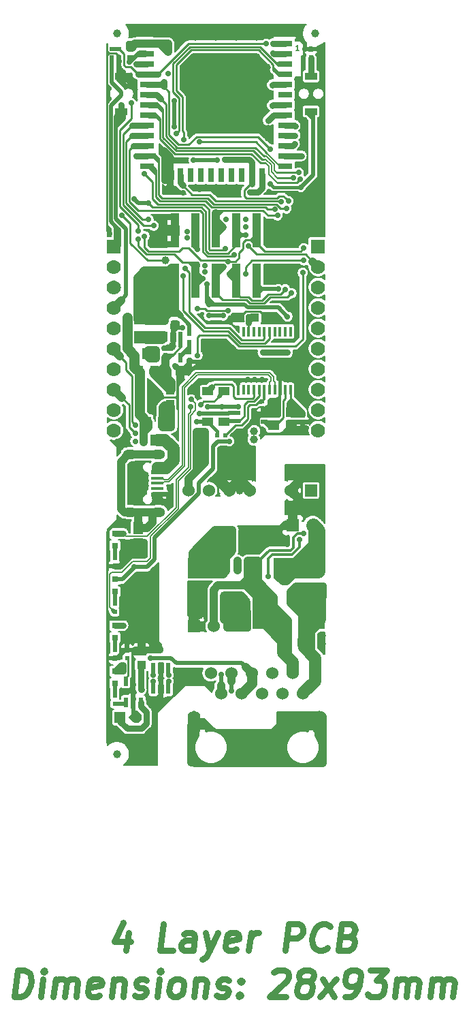
<source format=gbr>
G04 #@! TF.GenerationSoftware,KiCad,Pcbnew,5.1.6-c6e7f7d~87~ubuntu18.04.1*
G04 #@! TF.CreationDate,2021-11-08T15:35:58+02:00*
G04 #@! TF.ProjectId,ESP32-PoE-ISO_Rev_H,45535033-322d-4506-9f45-2d49534f5f52,H*
G04 #@! TF.SameCoordinates,Original*
G04 #@! TF.FileFunction,Copper,L1,Top*
G04 #@! TF.FilePolarity,Positive*
%FSLAX46Y46*%
G04 Gerber Fmt 4.6, Leading zero omitted, Abs format (unit mm)*
G04 Created by KiCad (PCBNEW 5.1.6-c6e7f7d~87~ubuntu18.04.1) date 2021-11-08 15:35:58*
%MOMM*%
%LPD*%
G01*
G04 APERTURE LIST*
G04 #@! TA.AperFunction,NonConductor*
%ADD10C,0.158750*%
G04 #@! TD*
G04 #@! TA.AperFunction,NonConductor*
%ADD11C,0.762000*%
G04 #@! TD*
G04 #@! TA.AperFunction,SMDPad,CuDef*
%ADD12R,1.500000X0.900000*%
G04 #@! TD*
G04 #@! TA.AperFunction,ViaPad*
%ADD13C,1.300000*%
G04 #@! TD*
G04 #@! TA.AperFunction,SMDPad,CuDef*
%ADD14R,1.800000X0.800000*%
G04 #@! TD*
G04 #@! TA.AperFunction,SMDPad,CuDef*
%ADD15R,0.800000X1.800000*%
G04 #@! TD*
G04 #@! TA.AperFunction,SMDPad,CuDef*
%ADD16R,5.000000X5.000000*%
G04 #@! TD*
G04 #@! TA.AperFunction,ComponentPad*
%ADD17C,2.000000*%
G04 #@! TD*
G04 #@! TA.AperFunction,SMDPad,CuDef*
%ADD18R,3.000000X1.600000*%
G04 #@! TD*
G04 #@! TA.AperFunction,ComponentPad*
%ADD19C,1.524000*%
G04 #@! TD*
G04 #@! TA.AperFunction,ComponentPad*
%ADD20R,1.524000X1.524000*%
G04 #@! TD*
G04 #@! TA.AperFunction,ComponentPad*
%ADD21R,1.400000X1.400000*%
G04 #@! TD*
G04 #@! TA.AperFunction,ComponentPad*
%ADD22C,1.400000*%
G04 #@! TD*
G04 #@! TA.AperFunction,SMDPad,CuDef*
%ADD23R,1.400000X1.200000*%
G04 #@! TD*
G04 #@! TA.AperFunction,SMDPad,CuDef*
%ADD24R,1.400000X1.000000*%
G04 #@! TD*
G04 #@! TA.AperFunction,SMDPad,CuDef*
%ADD25R,1.000000X1.400000*%
G04 #@! TD*
G04 #@! TA.AperFunction,SMDPad,CuDef*
%ADD26R,0.550000X0.500000*%
G04 #@! TD*
G04 #@! TA.AperFunction,SMDPad,CuDef*
%ADD27R,0.550000X1.200000*%
G04 #@! TD*
G04 #@! TA.AperFunction,SMDPad,CuDef*
%ADD28R,1.270000X1.524000*%
G04 #@! TD*
G04 #@! TA.AperFunction,SMDPad,CuDef*
%ADD29R,0.800000X0.800000*%
G04 #@! TD*
G04 #@! TA.AperFunction,SMDPad,CuDef*
%ADD30R,0.500000X0.550000*%
G04 #@! TD*
G04 #@! TA.AperFunction,ComponentPad*
%ADD31C,1.778000*%
G04 #@! TD*
G04 #@! TA.AperFunction,ComponentPad*
%ADD32R,1.778000X1.778000*%
G04 #@! TD*
G04 #@! TA.AperFunction,SMDPad,CuDef*
%ADD33R,1.016000X1.016000*%
G04 #@! TD*
G04 #@! TA.AperFunction,SMDPad,CuDef*
%ADD34R,0.325000X1.270000*%
G04 #@! TD*
G04 #@! TA.AperFunction,ConnectorPad*
%ADD35C,1.000000*%
G04 #@! TD*
G04 #@! TA.AperFunction,ComponentPad*
%ADD36R,0.400000X0.400000*%
G04 #@! TD*
G04 #@! TA.AperFunction,ComponentPad*
%ADD37R,1.422400X1.422400*%
G04 #@! TD*
G04 #@! TA.AperFunction,SMDPad,CuDef*
%ADD38R,3.200000X2.500000*%
G04 #@! TD*
G04 #@! TA.AperFunction,SMDPad,CuDef*
%ADD39R,1.000000X4.250000*%
G04 #@! TD*
G04 #@! TA.AperFunction,SMDPad,CuDef*
%ADD40R,1.650000X0.500000*%
G04 #@! TD*
G04 #@! TA.AperFunction,SMDPad,CuDef*
%ADD41R,1.650000X0.325000*%
G04 #@! TD*
G04 #@! TA.AperFunction,SMDPad,CuDef*
%ADD42R,1.000000X1.100000*%
G04 #@! TD*
G04 #@! TA.AperFunction,ComponentPad*
%ADD43O,1.800000X1.200000*%
G04 #@! TD*
G04 #@! TA.AperFunction,ComponentPad*
%ADD44O,1.600000X2.999999*%
G04 #@! TD*
G04 #@! TA.AperFunction,SMDPad,CuDef*
%ADD45R,2.000000X1.700000*%
G04 #@! TD*
G04 #@! TA.AperFunction,SMDPad,CuDef*
%ADD46R,1.524000X1.778000*%
G04 #@! TD*
G04 #@! TA.AperFunction,ComponentPad*
%ADD47C,1.800000*%
G04 #@! TD*
G04 #@! TA.AperFunction,ViaPad*
%ADD48C,1.000000*%
G04 #@! TD*
G04 #@! TA.AperFunction,ViaPad*
%ADD49C,0.700000*%
G04 #@! TD*
G04 #@! TA.AperFunction,ViaPad*
%ADD50C,0.900000*%
G04 #@! TD*
G04 #@! TA.AperFunction,Conductor*
%ADD51C,0.508000*%
G04 #@! TD*
G04 #@! TA.AperFunction,Conductor*
%ADD52C,1.270000*%
G04 #@! TD*
G04 #@! TA.AperFunction,Conductor*
%ADD53C,1.016000*%
G04 #@! TD*
G04 #@! TA.AperFunction,Conductor*
%ADD54C,0.762000*%
G04 #@! TD*
G04 #@! TA.AperFunction,Conductor*
%ADD55C,0.254000*%
G04 #@! TD*
G04 #@! TA.AperFunction,Conductor*
%ADD56C,0.609600*%
G04 #@! TD*
G04 #@! TA.AperFunction,Conductor*
%ADD57C,0.330200*%
G04 #@! TD*
G04 #@! TA.AperFunction,Conductor*
%ADD58C,0.406400*%
G04 #@! TD*
G04 #@! TA.AperFunction,Conductor*
%ADD59C,1.524000*%
G04 #@! TD*
G04 #@! TA.AperFunction,Conductor*
%ADD60C,0.355600*%
G04 #@! TD*
G04 #@! TA.AperFunction,Conductor*
%ADD61C,0.203200*%
G04 #@! TD*
G04 #@! TA.AperFunction,Conductor*
%ADD62C,0.127000*%
G04 #@! TD*
G04 #@! TA.AperFunction,Conductor*
%ADD63C,0.157480*%
G04 #@! TD*
G04 #@! TA.AperFunction,Conductor*
%ADD64C,1.778000*%
G04 #@! TD*
G04 APERTURE END LIST*
D10*
X114481428Y-98839261D02*
X114118571Y-98839261D01*
X114300000Y-98839261D02*
X114300000Y-98204261D01*
X114239523Y-98294976D01*
X114179047Y-98355452D01*
X114118571Y-98385690D01*
D11*
X93238108Y-208524928D02*
X92962941Y-210726261D01*
X92609155Y-207267023D02*
X91528144Y-209625595D01*
X93572239Y-209625595D01*
X98780751Y-210726261D02*
X97208370Y-210726261D01*
X97621120Y-207424261D01*
X101296560Y-210726261D02*
X101512763Y-208996642D01*
X101394834Y-208682166D01*
X101100013Y-208524928D01*
X100471060Y-208524928D01*
X100136929Y-208682166D01*
X101316215Y-210569023D02*
X100982084Y-210726261D01*
X100195894Y-210726261D01*
X99901072Y-210569023D01*
X99783144Y-210254547D01*
X99822453Y-209940071D01*
X100019001Y-209625595D01*
X100353132Y-209468357D01*
X101139322Y-209468357D01*
X101473453Y-209311119D01*
X102829632Y-208524928D02*
X103340655Y-210726261D01*
X104402013Y-208524928D02*
X103340655Y-210726261D01*
X102927905Y-211512452D01*
X102751013Y-211669690D01*
X102416882Y-211826928D01*
X106662310Y-210569023D02*
X106328179Y-210726261D01*
X105699227Y-210726261D01*
X105404405Y-210569023D01*
X105286477Y-210254547D01*
X105443715Y-208996642D01*
X105640263Y-208682166D01*
X105974394Y-208524928D01*
X106603346Y-208524928D01*
X106898167Y-208682166D01*
X107016096Y-208996642D01*
X106976786Y-209311119D01*
X105365096Y-209625595D01*
X108215036Y-210726261D02*
X108490203Y-208524928D01*
X108411584Y-209153880D02*
X108608132Y-208839404D01*
X108785025Y-208682166D01*
X109119155Y-208524928D01*
X109433632Y-208524928D01*
X112774941Y-210726261D02*
X113187691Y-207424261D01*
X114445596Y-207424261D01*
X114740417Y-207581500D01*
X114878001Y-207738738D01*
X114995929Y-208053214D01*
X114936965Y-208524928D01*
X114740417Y-208839404D01*
X114563525Y-208996642D01*
X114229394Y-209153880D01*
X112971489Y-209153880D01*
X118003108Y-210411785D02*
X117826215Y-210569023D01*
X117334846Y-210726261D01*
X117020370Y-210726261D01*
X116568310Y-210569023D01*
X116293144Y-210254547D01*
X116175215Y-209940071D01*
X116096596Y-209311119D01*
X116155560Y-208839404D01*
X116391417Y-208210452D01*
X116587965Y-207895976D01*
X116941751Y-207581500D01*
X117433120Y-207424261D01*
X117747596Y-207424261D01*
X118199655Y-207581500D01*
X118337239Y-207738738D01*
X120695810Y-208996642D02*
X121147870Y-209153880D01*
X121285453Y-209311119D01*
X121403382Y-209625595D01*
X121344417Y-210097309D01*
X121147870Y-210411785D01*
X120970977Y-210569023D01*
X120636846Y-210726261D01*
X119378941Y-210726261D01*
X119791691Y-207424261D01*
X120892358Y-207424261D01*
X121187179Y-207581500D01*
X121324763Y-207738738D01*
X121442691Y-208053214D01*
X121403382Y-208367690D01*
X121206834Y-208682166D01*
X121029941Y-208839404D01*
X120695810Y-208996642D01*
X119595144Y-208996642D01*
X79047370Y-216441261D02*
X79460120Y-213139261D01*
X80246310Y-213139261D01*
X80698370Y-213296500D01*
X80973536Y-213610976D01*
X81091465Y-213925452D01*
X81170084Y-214554404D01*
X81111120Y-215026119D01*
X80875263Y-215655071D01*
X80678715Y-215969547D01*
X80324929Y-216284023D01*
X79833560Y-216441261D01*
X79047370Y-216441261D01*
X82349370Y-216441261D02*
X82624536Y-214239928D01*
X82762120Y-213139261D02*
X82585227Y-213296500D01*
X82722810Y-213453738D01*
X82899703Y-213296500D01*
X82762120Y-213139261D01*
X82722810Y-213453738D01*
X83921751Y-216441261D02*
X84196917Y-214239928D01*
X84157608Y-214554404D02*
X84334501Y-214397166D01*
X84668632Y-214239928D01*
X85140346Y-214239928D01*
X85435167Y-214397166D01*
X85553096Y-214711642D01*
X85336894Y-216441261D01*
X85553096Y-214711642D02*
X85749644Y-214397166D01*
X86083775Y-214239928D01*
X86555489Y-214239928D01*
X86850310Y-214397166D01*
X86968239Y-214711642D01*
X86752036Y-216441261D01*
X89601977Y-216284023D02*
X89267846Y-216441261D01*
X88638894Y-216441261D01*
X88344072Y-216284023D01*
X88226144Y-215969547D01*
X88383382Y-214711642D01*
X88579929Y-214397166D01*
X88914060Y-214239928D01*
X89543013Y-214239928D01*
X89837834Y-214397166D01*
X89955763Y-214711642D01*
X89916453Y-215026119D01*
X88304763Y-215340595D01*
X91429870Y-214239928D02*
X91154703Y-216441261D01*
X91390560Y-214554404D02*
X91567453Y-214397166D01*
X91901584Y-214239928D01*
X92373298Y-214239928D01*
X92668120Y-214397166D01*
X92786048Y-214711642D01*
X92569846Y-216441261D01*
X94004644Y-216284023D02*
X94299465Y-216441261D01*
X94928417Y-216441261D01*
X95262548Y-216284023D01*
X95459096Y-215969547D01*
X95478751Y-215812309D01*
X95360822Y-215497833D01*
X95066001Y-215340595D01*
X94594286Y-215340595D01*
X94299465Y-215183357D01*
X94181536Y-214868880D01*
X94201191Y-214711642D01*
X94397739Y-214397166D01*
X94731870Y-214239928D01*
X95203584Y-214239928D01*
X95498405Y-214397166D01*
X96815275Y-216441261D02*
X97090441Y-214239928D01*
X97228025Y-213139261D02*
X97051132Y-213296500D01*
X97188715Y-213453738D01*
X97365608Y-213296500D01*
X97228025Y-213139261D01*
X97188715Y-213453738D01*
X98859370Y-216441261D02*
X98564548Y-216284023D01*
X98426965Y-216126785D01*
X98309036Y-215812309D01*
X98426965Y-214868880D01*
X98623513Y-214554404D01*
X98800405Y-214397166D01*
X99134536Y-214239928D01*
X99606251Y-214239928D01*
X99901072Y-214397166D01*
X100038655Y-214554404D01*
X100156584Y-214868880D01*
X100038655Y-215812309D01*
X99842108Y-216126785D01*
X99665215Y-216284023D01*
X99331084Y-216441261D01*
X98859370Y-216441261D01*
X101650346Y-214239928D02*
X101375179Y-216441261D01*
X101611036Y-214554404D02*
X101787929Y-214397166D01*
X102122060Y-214239928D01*
X102593775Y-214239928D01*
X102888596Y-214397166D01*
X103006525Y-214711642D01*
X102790322Y-216441261D01*
X104225120Y-216284023D02*
X104519941Y-216441261D01*
X105148894Y-216441261D01*
X105483025Y-216284023D01*
X105679572Y-215969547D01*
X105699227Y-215812309D01*
X105581298Y-215497833D01*
X105286477Y-215340595D01*
X104814763Y-215340595D01*
X104519941Y-215183357D01*
X104402013Y-214868880D01*
X104421667Y-214711642D01*
X104618215Y-214397166D01*
X104952346Y-214239928D01*
X105424060Y-214239928D01*
X105718882Y-214397166D01*
X107075060Y-216126785D02*
X107212644Y-216284023D01*
X107035751Y-216441261D01*
X106898167Y-216284023D01*
X107075060Y-216126785D01*
X107035751Y-216441261D01*
X107291263Y-214397166D02*
X107428846Y-214554404D01*
X107251953Y-214711642D01*
X107114370Y-214554404D01*
X107291263Y-214397166D01*
X107251953Y-214711642D01*
X111340144Y-213453738D02*
X111517036Y-213296500D01*
X111851167Y-213139261D01*
X112637358Y-213139261D01*
X112932179Y-213296500D01*
X113069763Y-213453738D01*
X113187691Y-213768214D01*
X113148382Y-214082690D01*
X112932179Y-214554404D01*
X110809465Y-216441261D01*
X112853560Y-216441261D01*
X114976275Y-214554404D02*
X114681453Y-214397166D01*
X114543870Y-214239928D01*
X114425941Y-213925452D01*
X114445596Y-213768214D01*
X114642144Y-213453738D01*
X114819036Y-213296500D01*
X115153167Y-213139261D01*
X115782120Y-213139261D01*
X116076941Y-213296500D01*
X116214525Y-213453738D01*
X116332453Y-213768214D01*
X116312798Y-213925452D01*
X116116251Y-214239928D01*
X115939358Y-214397166D01*
X115605227Y-214554404D01*
X114976275Y-214554404D01*
X114642144Y-214711642D01*
X114465251Y-214868880D01*
X114268703Y-215183357D01*
X114190084Y-215812309D01*
X114308013Y-216126785D01*
X114445596Y-216284023D01*
X114740417Y-216441261D01*
X115369370Y-216441261D01*
X115703501Y-216284023D01*
X115880394Y-216126785D01*
X116076941Y-215812309D01*
X116155560Y-215183357D01*
X116037632Y-214868880D01*
X115900048Y-214711642D01*
X115605227Y-214554404D01*
X117098989Y-216441261D02*
X119103775Y-214239928D01*
X117374155Y-214239928D02*
X118828608Y-216441261D01*
X120243751Y-216441261D02*
X120872703Y-216441261D01*
X121206834Y-216284023D01*
X121383727Y-216126785D01*
X121757167Y-215655071D01*
X121993025Y-215026119D01*
X122150263Y-213768214D01*
X122032334Y-213453738D01*
X121894751Y-213296500D01*
X121599929Y-213139261D01*
X120970977Y-213139261D01*
X120636846Y-213296500D01*
X120459953Y-213453738D01*
X120263405Y-213768214D01*
X120165132Y-214554404D01*
X120283060Y-214868880D01*
X120420644Y-215026119D01*
X120715465Y-215183357D01*
X121344417Y-215183357D01*
X121678548Y-215026119D01*
X121855441Y-214868880D01*
X122051989Y-214554404D01*
X123329548Y-213139261D02*
X125373644Y-213139261D01*
X124115739Y-214397166D01*
X124587453Y-214397166D01*
X124882275Y-214554404D01*
X125019858Y-214711642D01*
X125137786Y-215026119D01*
X125039513Y-215812309D01*
X124842965Y-216126785D01*
X124666072Y-216284023D01*
X124331941Y-216441261D01*
X123388513Y-216441261D01*
X123093691Y-216284023D01*
X122956108Y-216126785D01*
X126376036Y-216441261D02*
X126651203Y-214239928D01*
X126611894Y-214554404D02*
X126788786Y-214397166D01*
X127122917Y-214239928D01*
X127594632Y-214239928D01*
X127889453Y-214397166D01*
X128007382Y-214711642D01*
X127791179Y-216441261D01*
X128007382Y-214711642D02*
X128203929Y-214397166D01*
X128538060Y-214239928D01*
X129009774Y-214239928D01*
X129304596Y-214397166D01*
X129422525Y-214711642D01*
X129206322Y-216441261D01*
X130778703Y-216441261D02*
X131053870Y-214239928D01*
X131014560Y-214554404D02*
X131191453Y-214397166D01*
X131525584Y-214239928D01*
X131997298Y-214239928D01*
X132292120Y-214397166D01*
X132410048Y-214711642D01*
X132193846Y-216441261D01*
X132410048Y-214711642D02*
X132606596Y-214397166D01*
X132940727Y-214239928D01*
X133412441Y-214239928D01*
X133707263Y-214397166D01*
X133825191Y-214711642D01*
X133608989Y-216441261D01*
D12*
X115959000Y-106444000D03*
X115959000Y-102090000D03*
X92321000Y-106444000D03*
X92321000Y-102090000D03*
D13*
X104940000Y-104235000D03*
X101340000Y-104235000D03*
X103140000Y-106035000D03*
X103140000Y-102435000D03*
X104940000Y-102435000D03*
X101340000Y-102435000D03*
X104940000Y-106035000D03*
D14*
X95540000Y-96725000D03*
X95540000Y-97995000D03*
X95540000Y-99265000D03*
X95540000Y-100535000D03*
X95540000Y-101805000D03*
X95540000Y-103075000D03*
X95540000Y-104345000D03*
X95540000Y-105615000D03*
X95540000Y-106885000D03*
X95540000Y-108155000D03*
X95540000Y-109425000D03*
X95540000Y-110695000D03*
X95540000Y-111965000D03*
X95540000Y-113235000D03*
D15*
X98440000Y-114335000D03*
X99710000Y-114335000D03*
X100980000Y-114335000D03*
X102250000Y-114335000D03*
X103520000Y-114335000D03*
X104790000Y-114335000D03*
X106060000Y-114335000D03*
X107330000Y-114335000D03*
X108600000Y-114335000D03*
X109870000Y-114335000D03*
D14*
X112740000Y-113235000D03*
X112740000Y-111965000D03*
X112740000Y-110695000D03*
X112740000Y-109425000D03*
X112740000Y-108155000D03*
X112740000Y-106885000D03*
X112740000Y-105615000D03*
X112740000Y-104345000D03*
X112740000Y-103075000D03*
X112740000Y-101805000D03*
X112740000Y-100535000D03*
X112740000Y-99265000D03*
X112740000Y-97995000D03*
X112740000Y-96725000D03*
D16*
X103140000Y-104235000D03*
D17*
X103140000Y-104235000D03*
D13*
X101340000Y-106035000D03*
D18*
X95377000Y-132150000D03*
X95377000Y-134550000D03*
D19*
X113411000Y-153543000D03*
D20*
X115951000Y-153543000D03*
D19*
X108331000Y-153543000D03*
X105791000Y-153543000D03*
X100711000Y-153543000D03*
X103251000Y-153543000D03*
D21*
X92209620Y-181759860D03*
D22*
X94221300Y-181757320D03*
D23*
X111338000Y-143853000D03*
X113538000Y-145453000D03*
X113538000Y-143853000D03*
X111338000Y-145453000D03*
D19*
X103866000Y-170434000D03*
D20*
X101366000Y-170434000D03*
D24*
X105156000Y-145029000D03*
X105156000Y-141229000D03*
X103124000Y-145029000D03*
X103124000Y-141229000D03*
D25*
X94620000Y-140970000D03*
X98420000Y-140970000D03*
X98420000Y-143002000D03*
X94620000Y-143002000D03*
D26*
X92075000Y-99695000D03*
X92075000Y-98679000D03*
X91186000Y-98679000D03*
X91186000Y-99695000D03*
X93091000Y-173355000D03*
X93091000Y-174371000D03*
D27*
X92903000Y-179862000D03*
X93853000Y-179862000D03*
X94803000Y-179862000D03*
X92903000Y-177262000D03*
X94803000Y-177262000D03*
D28*
X94488000Y-158242000D03*
X94488000Y-160274000D03*
D29*
X91567000Y-164592000D03*
X91567000Y-166116000D03*
X91567000Y-160401000D03*
X91567000Y-158877000D03*
D26*
X97155000Y-173355000D03*
X97155000Y-174371000D03*
X100838000Y-137414000D03*
X100838000Y-136398000D03*
X100838000Y-134112000D03*
X100838000Y-135128000D03*
X91567000Y-174371000D03*
X91567000Y-173355000D03*
X91567000Y-162941000D03*
X91567000Y-161925000D03*
X91567000Y-168656000D03*
X91567000Y-167640000D03*
X91567000Y-180086000D03*
X91567000Y-179070000D03*
D30*
X104267000Y-146685000D03*
X105283000Y-146685000D03*
X110871000Y-142494000D03*
X109855000Y-142494000D03*
D31*
X116840000Y-146080000D03*
X116840000Y-143540000D03*
X116840000Y-138460000D03*
X116840000Y-141000000D03*
X116840000Y-135920000D03*
X116840000Y-133380000D03*
D32*
X116840000Y-123220000D03*
D31*
X116840000Y-125760000D03*
X116840000Y-128300000D03*
X116840000Y-130840000D03*
X91440000Y-130840000D03*
X91440000Y-128300000D03*
X91440000Y-125760000D03*
D32*
X91440000Y-123220000D03*
D31*
X91440000Y-133380000D03*
X91440000Y-135920000D03*
X91440000Y-141000000D03*
X91440000Y-138460000D03*
X91440000Y-143540000D03*
X91440000Y-146080000D03*
D33*
X99695000Y-138684000D03*
X97917000Y-138684000D03*
X94869000Y-173482000D03*
X94869000Y-175260000D03*
D27*
X99756000Y-134463000D03*
X98806000Y-134463000D03*
X97856000Y-134463000D03*
X99756000Y-137063000D03*
X97856000Y-137063000D03*
D34*
X107565000Y-141033500D03*
X108215000Y-141033500D03*
X108865000Y-141033500D03*
X109515000Y-141033500D03*
X110165000Y-141033500D03*
X110815000Y-141033500D03*
X111465000Y-141033500D03*
X112115000Y-141033500D03*
X112765000Y-141033500D03*
X113415000Y-141033500D03*
X113415000Y-133794500D03*
X112765000Y-133794500D03*
X112115000Y-133794500D03*
X111465000Y-133794500D03*
X110815000Y-133794500D03*
X110165000Y-133794500D03*
X109515000Y-133794500D03*
X108865000Y-133794500D03*
X108215000Y-133794500D03*
X107565000Y-133794500D03*
D35*
X91821000Y-186309000D03*
X116459000Y-96774000D03*
X91821000Y-96774000D03*
D29*
X91567000Y-171831000D03*
X91567000Y-170307000D03*
D33*
X99060000Y-132969000D03*
X99060000Y-131191000D03*
D29*
X91567000Y-177546000D03*
X91567000Y-176022000D03*
D33*
X107188000Y-132080000D03*
X108966000Y-132080000D03*
D25*
X94554040Y-138775440D03*
X96456500Y-138775440D03*
X95501460Y-136565640D03*
X97469960Y-145069560D03*
X95567500Y-145069560D03*
X96522540Y-147279360D03*
D26*
X115951000Y-98679000D03*
X115951000Y-99695000D03*
X114935000Y-145034000D03*
X114935000Y-144018000D03*
D36*
X106710000Y-137406000D03*
X106710000Y-136406000D03*
X105910000Y-135606000D03*
X104910000Y-135606000D03*
X104110000Y-136406000D03*
X104110000Y-137406000D03*
X104910000Y-138206000D03*
X105910000Y-138206000D03*
D37*
X105410000Y-136906000D03*
D26*
X109982000Y-144018000D03*
X109982000Y-145034000D03*
X93345000Y-99695000D03*
X93345000Y-98679000D03*
D38*
X112919000Y-163195000D03*
X102219000Y-163195000D03*
D26*
X106934000Y-144907000D03*
X106934000Y-143891000D03*
D39*
X99060000Y-127458000D03*
X99060000Y-121208000D03*
X101600000Y-127458000D03*
X101600000Y-121208000D03*
X104140000Y-127458000D03*
X104140000Y-121208000D03*
X106680000Y-127458000D03*
X106680000Y-121208000D03*
X109220000Y-127458000D03*
X109220000Y-121208000D03*
D40*
X96876000Y-151266500D03*
D41*
X96876000Y-152004000D03*
X96876000Y-152654000D03*
X96876000Y-153304000D03*
D40*
X96876000Y-154041500D03*
D42*
X92326000Y-151154000D03*
X92326000Y-154154000D03*
D43*
X93476000Y-149054000D03*
X96946000Y-149054000D03*
X96946000Y-156254000D03*
X93476000Y-156254000D03*
D27*
X96332000Y-178211000D03*
X97282000Y-178211000D03*
X98232000Y-178211000D03*
X96332000Y-175611000D03*
X98232000Y-175611000D03*
D44*
X117000000Y-182393000D03*
X101400000Y-182393000D03*
D19*
X114915000Y-178793000D03*
X113645000Y-176253000D03*
X112375000Y-178793000D03*
X111105000Y-176253000D03*
X109835000Y-178793000D03*
X108565000Y-176253000D03*
X107295000Y-178793000D03*
X106025000Y-176253000D03*
X104755000Y-178793000D03*
X103485000Y-176253000D03*
X116185000Y-157861000D03*
D20*
X113685000Y-157861000D03*
D45*
X116673000Y-169926000D03*
X111673000Y-169926000D03*
D46*
X106680000Y-169926000D03*
X109474000Y-169926000D03*
D47*
X107442000Y-167646000D03*
D33*
X114808000Y-172466000D03*
X113030000Y-172466000D03*
D48*
X93091000Y-132080000D03*
X95123000Y-147574000D03*
D49*
X92583000Y-176022000D03*
X92583000Y-175260000D03*
X92583000Y-170307000D03*
X94869000Y-178308000D03*
X94803014Y-176214986D03*
D48*
X102489000Y-107696002D03*
D49*
X97663000Y-112014000D03*
X91821000Y-147447000D03*
X99949000Y-133350000D03*
X97663000Y-135890000D03*
D50*
X106680000Y-146621500D03*
D48*
X107569000Y-147193000D03*
X110617000Y-109728000D03*
X110617000Y-108585000D03*
D49*
X114935000Y-105283000D03*
X116205000Y-105283000D03*
X114935000Y-103251000D03*
X116205000Y-103251000D03*
D48*
X107950000Y-106045000D03*
X109220000Y-104775000D03*
X107950000Y-103505000D03*
X109220000Y-102235000D03*
X110490000Y-100965000D03*
X107950000Y-100965000D03*
X105410000Y-100965000D03*
X102870000Y-100965000D03*
X109220000Y-99695000D03*
X106680000Y-99695000D03*
X104140000Y-99695000D03*
X101600000Y-99695000D03*
X100330000Y-100965000D03*
D49*
X117348000Y-112395000D03*
X117348000Y-111125000D03*
X117348000Y-109855000D03*
X117348000Y-108585000D03*
X117348000Y-107315000D03*
X117348000Y-106299000D03*
X117348000Y-105283000D03*
X117348000Y-103251000D03*
X117348000Y-102235000D03*
X117348000Y-100965000D03*
X117348000Y-99695000D03*
X117348000Y-98679000D03*
X97663000Y-115062000D03*
X97663000Y-114300000D03*
X97663000Y-113538000D03*
X114427000Y-96012000D03*
D48*
X109220000Y-97155000D03*
X106680000Y-97155000D03*
X104140000Y-97155000D03*
X101600000Y-97155000D03*
X99060000Y-96774000D03*
D49*
X93853000Y-96012000D03*
X113030000Y-96012000D03*
D48*
X110490000Y-96139000D03*
X107950000Y-96139000D03*
X105410000Y-96139000D03*
X102870000Y-96139000D03*
X100330000Y-96139000D03*
X97790000Y-96139000D03*
D49*
X102044500Y-116141500D03*
X100076000Y-116600350D03*
X97663000Y-112776000D03*
X97663000Y-111252000D03*
X115189000Y-98679000D03*
D48*
X109474000Y-108585000D03*
D49*
X95123000Y-96012000D03*
D48*
X96520000Y-96774000D03*
D49*
X108966000Y-139785743D03*
X108077000Y-139785743D03*
X109855000Y-139785743D03*
X90932000Y-121666000D03*
X90805000Y-103632000D03*
X90805000Y-104902000D03*
X114427000Y-96774000D03*
X93853000Y-96774000D03*
X92075000Y-100965000D03*
X92075000Y-100228400D03*
X97663000Y-122936000D03*
X99060000Y-138049000D03*
D48*
X98679000Y-135572500D03*
D49*
X95250000Y-161480500D03*
X101854000Y-141859000D03*
X110109000Y-131826000D03*
X114173000Y-140208000D03*
X114173000Y-138176000D03*
X115316000Y-145796000D03*
D48*
X111760000Y-142494000D03*
D49*
X91567000Y-157797496D03*
X93599000Y-160655000D03*
D48*
X96520000Y-163957000D03*
X95504000Y-170053000D03*
X95504000Y-169037000D03*
X96520000Y-170053000D03*
X96520000Y-169037000D03*
X96520000Y-171196000D03*
D49*
X93599000Y-159893000D03*
X93599000Y-161480500D03*
X94424500Y-161480500D03*
X98171000Y-154051000D03*
X98171000Y-154813000D03*
X97409000Y-154813000D03*
X96647000Y-154813000D03*
X93218000Y-184150000D03*
X91186000Y-184150000D03*
X92202000Y-184150000D03*
X94234000Y-184150000D03*
X93853000Y-177673000D03*
X92964000Y-178562000D03*
X93853000Y-178562000D03*
D48*
X96520000Y-168021000D03*
X95504000Y-168021000D03*
X95504000Y-167005000D03*
X95504000Y-165989000D03*
X95504000Y-164973000D03*
X96520000Y-164973000D03*
X106553000Y-150749000D03*
X106553000Y-151892000D03*
D49*
X105664000Y-150749000D03*
D48*
X107061000Y-153543000D03*
D49*
X93853000Y-103378000D03*
X96393000Y-180594000D03*
X96646988Y-119507000D03*
X96774000Y-179451000D03*
X106299000Y-131826000D03*
X101340570Y-141256510D03*
X94477435Y-121303850D03*
X93599000Y-105410000D03*
D48*
X96647000Y-137160000D03*
X96647000Y-136144000D03*
D49*
X114688913Y-115843128D03*
X110871000Y-115442996D03*
X110871000Y-111125000D03*
X97663000Y-102743000D03*
X98171000Y-101726988D03*
X94107000Y-147447000D03*
D48*
X98171000Y-99060000D03*
D49*
X102743000Y-126365000D03*
X102743000Y-125603000D03*
D48*
X98171000Y-98044000D03*
D49*
X94043500Y-98044000D03*
D48*
X97155000Y-98044000D03*
D49*
X93281500Y-98044000D03*
X100584000Y-122174000D03*
X100584000Y-121412000D03*
X105410000Y-119888000D03*
X107823000Y-120777000D03*
X107823000Y-119888000D03*
X97028000Y-130937000D03*
X97028000Y-129921000D03*
D48*
X97917000Y-126238000D03*
X97917000Y-127254000D03*
X97790000Y-132461000D03*
X97790000Y-131445000D03*
X97790000Y-130429000D03*
X97790000Y-129413000D03*
X108839000Y-147193000D03*
X108839000Y-146177000D03*
D49*
X104902000Y-143129000D03*
X105791000Y-147447000D03*
X93980000Y-163067994D03*
X103091479Y-143129000D03*
X106934000Y-143129000D03*
X95979490Y-174371000D03*
X100141480Y-109960758D03*
X101727000Y-145034000D03*
X94107000Y-146431000D03*
X92329000Y-105664000D03*
X93345000Y-100330000D03*
X96393000Y-120650000D03*
X111155990Y-105692601D03*
X95758000Y-119887986D03*
X99187000Y-109219994D03*
X102235000Y-142875000D03*
X94107000Y-145415000D03*
X111252000Y-99187000D03*
X111155990Y-103152601D03*
X94234000Y-100584000D03*
X105332150Y-123474968D03*
X108204000Y-123190000D03*
X95250000Y-114173000D03*
X111252000Y-98044000D03*
X106410622Y-124236990D03*
X114759018Y-111965009D03*
X94466418Y-122311477D03*
X115062000Y-124968000D03*
X102480368Y-127243213D03*
X107823000Y-126619000D03*
X108331000Y-116459000D03*
X95758000Y-117856000D03*
X93929098Y-117348014D03*
X107823000Y-121793000D03*
X112259169Y-117673446D03*
X111800119Y-119360801D03*
X105029000Y-120777000D03*
X112903011Y-118514828D03*
X111887000Y-128523990D03*
X94234000Y-111965000D03*
X105226229Y-112447424D03*
X113157000Y-117602000D03*
X112747155Y-128552845D03*
X105791000Y-126619000D03*
X113918984Y-110490016D03*
X105029000Y-125730000D03*
X113538000Y-129032000D03*
X110617000Y-107569000D03*
X97536000Y-147279360D03*
X98044000Y-148082000D03*
X98552000Y-147447000D03*
X102108000Y-144018000D03*
X108204000Y-132715000D03*
X108204000Y-131953000D03*
X104267000Y-112522000D03*
X101346000Y-112522000D03*
X98963958Y-105156000D03*
X98933000Y-108331000D03*
D48*
X102108000Y-167005000D03*
X102108000Y-165989000D03*
X117284500Y-171577000D03*
X117284500Y-172593000D03*
D49*
X113030000Y-159512000D03*
X109855000Y-158496000D03*
D48*
X108839000Y-158496000D03*
X108839000Y-160782000D03*
X108839000Y-159639000D03*
D49*
X109855000Y-159258000D03*
X109855000Y-160020000D03*
X109855000Y-160782000D03*
D48*
X107696000Y-159639000D03*
X107696000Y-160782000D03*
X107696000Y-158496000D03*
D49*
X101092000Y-167767000D03*
X101092000Y-168529000D03*
X101092000Y-169291000D03*
D48*
X102108000Y-168021000D03*
X102108000Y-169037000D03*
D49*
X113030000Y-160254190D03*
D48*
X102489000Y-150368000D03*
X101727000Y-151130000D03*
X102743000Y-146304000D03*
X101727000Y-146304000D03*
X101727000Y-147447000D03*
X98552000Y-145669000D03*
X98552000Y-144526000D03*
D49*
X108077000Y-165735000D03*
D48*
X108077000Y-163449000D03*
X108077000Y-162306000D03*
D49*
X115011196Y-158927796D03*
X113030000Y-173482000D03*
D48*
X111887000Y-168529000D03*
X111887000Y-171323000D03*
D49*
X113284000Y-167195500D03*
X113284000Y-166370000D03*
X113792000Y-165608000D03*
X113665000Y-167894000D03*
X114681000Y-165354000D03*
X115697000Y-165354000D03*
X115189000Y-173450250D03*
X114622118Y-114876118D03*
X113792000Y-114681000D03*
X110393990Y-98044000D03*
X101790500Y-123571000D03*
X100330005Y-125984000D03*
X100076000Y-126873000D03*
X113030000Y-131953000D03*
X113030000Y-136398000D03*
X102997000Y-127889000D03*
X103250997Y-130428997D03*
X105029000Y-131826000D03*
X103251000Y-131826000D03*
X109981990Y-136398000D03*
X102108008Y-110236000D03*
X113982500Y-108250103D03*
X95250000Y-121950986D03*
X115062000Y-123444000D03*
X105664000Y-125095000D03*
X114427000Y-114046000D03*
X96774000Y-104394000D03*
X105664000Y-131191000D03*
X101854000Y-130937000D03*
X113967984Y-109425000D03*
X114935000Y-126492000D03*
X101854000Y-136779000D03*
X111441342Y-118615666D03*
X100965006Y-143129000D03*
X98234500Y-177293513D03*
X104775000Y-176402960D03*
X98234500Y-176466500D03*
X106044996Y-178435000D03*
X96329499Y-177294710D03*
X96330699Y-176467699D03*
D48*
X114935000Y-181483000D03*
X101092000Y-185420000D03*
X101092000Y-187325000D03*
X102870000Y-182880000D03*
X114935000Y-182880000D03*
X113538000Y-182880000D03*
X112395000Y-185420000D03*
X111125000Y-184150000D03*
X109855000Y-185420000D03*
X117387990Y-185420000D03*
X117387990Y-187387990D03*
X111125000Y-186690000D03*
X108585000Y-186690000D03*
X108585000Y-184150000D03*
X107315000Y-185420000D03*
X106045000Y-186690000D03*
X106045000Y-184150000D03*
D49*
X101092000Y-142240000D03*
D48*
X97853500Y-124968000D03*
D49*
X92456000Y-119380000D03*
D48*
X102743000Y-161417000D03*
X102743000Y-160020000D03*
X104521000Y-162179000D03*
X104521000Y-163322000D03*
X106045000Y-158877000D03*
X106045000Y-160020000D03*
X106045000Y-161163000D03*
X101473000Y-161417000D03*
D49*
X114565912Y-159674791D03*
X110617000Y-164211000D03*
D48*
X112903000Y-164846000D03*
X105156000Y-166624000D03*
X105156000Y-167640000D03*
X105156000Y-168656000D03*
X106807000Y-163449000D03*
X106807000Y-162306000D03*
D51*
X91694000Y-123063000D02*
X91440000Y-123317000D01*
X91694000Y-121158000D02*
X91694000Y-123063000D01*
X91440000Y-123220000D02*
X91186000Y-122966000D01*
D52*
X94554040Y-138775440D02*
X93980000Y-138201400D01*
X93980000Y-138201400D02*
X93980000Y-136779000D01*
X93091000Y-135890000D02*
X93091000Y-132080000D01*
X93980000Y-136779000D02*
X93091000Y-135890000D01*
D53*
X95123000Y-146304000D02*
X95123000Y-147574000D01*
X95758000Y-145669000D02*
X95758000Y-145161000D01*
X95123000Y-146304000D02*
X95758000Y-145669000D01*
X95123000Y-145514060D02*
X95123000Y-146304000D01*
X95123000Y-146304000D02*
X95123000Y-144653000D01*
X95567500Y-145069560D02*
X95123000Y-145514060D01*
D52*
X94615000Y-144117060D02*
X94615000Y-143002000D01*
X95567500Y-145069560D02*
X94615000Y-144117060D01*
X94615000Y-138836400D02*
X94615000Y-140970000D01*
X94620000Y-140970000D02*
X94620000Y-142245000D01*
X94620000Y-143002000D02*
X94620000Y-142245000D01*
D54*
X92583000Y-170307000D02*
X91567000Y-170307000D01*
X92583000Y-176022017D02*
X92583000Y-175260000D01*
X91567000Y-176022000D02*
X92583000Y-176022000D01*
X92329000Y-175260000D02*
X91567000Y-176022000D01*
X92583000Y-175260000D02*
X92329000Y-175260000D01*
X94803000Y-176215000D02*
X94803014Y-176214986D01*
X94803000Y-177262000D02*
X94803000Y-176215000D01*
X94803014Y-176214986D02*
X94803014Y-175325986D01*
X94803014Y-175325986D02*
X94869000Y-175260000D01*
X94803000Y-178242000D02*
X94869000Y-178308000D01*
X94803000Y-177262000D02*
X94803000Y-178242000D01*
D51*
X91694000Y-120777000D02*
X91694000Y-121158000D01*
X91186000Y-102870000D02*
X92329000Y-104013000D01*
X91186000Y-99695000D02*
X91186000Y-102870000D01*
X92329000Y-104013000D02*
X92329000Y-104457500D01*
X92329000Y-104457500D02*
X91039021Y-105747479D01*
X91039021Y-105747479D02*
X91039021Y-120122021D01*
X91039021Y-120122021D02*
X91694000Y-120777000D01*
X92075000Y-123190000D02*
X91440000Y-123190000D01*
X91694000Y-120777000D02*
X92075000Y-121158000D01*
X92075000Y-121158000D02*
X92075000Y-123190000D01*
X114931000Y-146405600D02*
X112649010Y-146405600D01*
X114935000Y-145643610D02*
X114935000Y-146405600D01*
X114935000Y-145923000D02*
X114935000Y-145669000D01*
D55*
X112395000Y-146431000D02*
X112522000Y-146431000D01*
X112395000Y-146431000D02*
X114681000Y-146431000D01*
X110396798Y-146431000D02*
X112395000Y-146431000D01*
X114681000Y-146431000D02*
X115316000Y-145796000D01*
D51*
X103124000Y-106045000D02*
X102489000Y-106680000D01*
X102489000Y-106680000D02*
X102489000Y-106988896D01*
X102489000Y-106988896D02*
X102489000Y-107696002D01*
D54*
X98425000Y-112014000D02*
X98425000Y-112776000D01*
X97663000Y-111252000D02*
X98425000Y-112014000D01*
X98440000Y-114785000D02*
X98425000Y-114770000D01*
X98440000Y-113917026D02*
X98440000Y-114785000D01*
X98425000Y-112776000D02*
X97663000Y-112014000D01*
X98425000Y-114770000D02*
X98425000Y-112776000D01*
X97663000Y-113538000D02*
X97663000Y-111252000D01*
D51*
X98679000Y-135572500D02*
X98361500Y-135890000D01*
X98361500Y-135890000D02*
X97663000Y-135890000D01*
X99060000Y-132969000D02*
X99441000Y-133350000D01*
X99441000Y-133350000D02*
X99949000Y-133350000D01*
D56*
X107569000Y-145996902D02*
X108497514Y-145068388D01*
D54*
X115316000Y-145796000D02*
X115062000Y-145796000D01*
X115062000Y-145796000D02*
X114935000Y-145923000D01*
D51*
X92321000Y-102090000D02*
X92075000Y-101844000D01*
X92075000Y-101844000D02*
X92075000Y-100965000D01*
D55*
X99314000Y-141986000D02*
X99314000Y-143383000D01*
X99314000Y-139065000D02*
X99314000Y-141986000D01*
X99314000Y-141986000D02*
X97155000Y-141986000D01*
X99695000Y-138684000D02*
X99314000Y-139065000D01*
X90551000Y-184150000D02*
X90551000Y-184912000D01*
X90551000Y-169545000D02*
X90551000Y-184150000D01*
X90551000Y-184150000D02*
X91186000Y-184150000D01*
X90551000Y-169545000D02*
X90559001Y-169553001D01*
X90551000Y-162941000D02*
X90551000Y-169545000D01*
X95004001Y-169553001D02*
X95504000Y-170053000D01*
X90559001Y-169553001D02*
X95004001Y-169553001D01*
X90551000Y-158623000D02*
X91376504Y-157797496D01*
X90551000Y-162941000D02*
X90551000Y-158623000D01*
X91376504Y-157797496D02*
X91567000Y-157797496D01*
X91567000Y-162941000D02*
X90551000Y-162941000D01*
D51*
X115951000Y-98679000D02*
X117348000Y-98679000D01*
D54*
X97663000Y-114300000D02*
X97663000Y-113538000D01*
X97663000Y-114300000D02*
X97663000Y-115062000D01*
X98425000Y-115062000D02*
X98425000Y-114300000D01*
X97663000Y-115062000D02*
X98425000Y-115062000D01*
X98425000Y-114300000D02*
X97663000Y-114300000D01*
X93853000Y-96012000D02*
X93853000Y-96774000D01*
D53*
X95123000Y-96139000D02*
X93980000Y-96139000D01*
D51*
X93980000Y-96139000D02*
X93853000Y-96012000D01*
D53*
X114427000Y-96139000D02*
X114427000Y-96774000D01*
X95123000Y-96139000D02*
X114427000Y-96139000D01*
D51*
X114617500Y-96964500D02*
X114427000Y-96774000D01*
D53*
X95123000Y-96647000D02*
X95123000Y-96139000D01*
D54*
X97663000Y-121285000D02*
X97663000Y-119507000D01*
X97663000Y-122936000D02*
X97663000Y-121285000D01*
X99060000Y-121208000D02*
X97740000Y-121208000D01*
X97740000Y-121208000D02*
X97663000Y-121285000D01*
X99060000Y-119634000D02*
X98933000Y-119507000D01*
X99060000Y-121208000D02*
X99060000Y-119634000D01*
X98933000Y-119507000D02*
X97663000Y-119507000D01*
X99060000Y-122936000D02*
X98552000Y-122936000D01*
X97663000Y-122936000D02*
X98552000Y-122936000D01*
D51*
X115951000Y-98679000D02*
X115189000Y-98679000D01*
D53*
X96520000Y-96774000D02*
X97663000Y-96774000D01*
D55*
X90531010Y-121265010D02*
X90582001Y-121316001D01*
X90531010Y-105429990D02*
X90531010Y-121265010D01*
X90551000Y-105410000D02*
X90531010Y-105429990D01*
X90582001Y-121316001D02*
X90932000Y-121666000D01*
X90805000Y-105156000D02*
X90551000Y-105410000D01*
X90551000Y-103124000D02*
X90551000Y-105410000D01*
X90805000Y-104902000D02*
X90805000Y-105156000D01*
X90805000Y-103632000D02*
X90805000Y-103378000D01*
X90551000Y-99441000D02*
X90551000Y-103124000D01*
X90805000Y-103378000D02*
X90551000Y-103124000D01*
X90805000Y-103632000D02*
X90805000Y-104902000D01*
X90551000Y-98933000D02*
X90551000Y-98044000D01*
X90805000Y-99187000D02*
X90551000Y-98933000D01*
X90551000Y-99441000D02*
X90551000Y-98933000D01*
D51*
X92075000Y-100965000D02*
X92075000Y-100838000D01*
X92075000Y-100330000D02*
X92075000Y-100838000D01*
D55*
X92075000Y-99601798D02*
X91660202Y-99187000D01*
X91660202Y-99187000D02*
X90805000Y-99187000D01*
X92075000Y-99695000D02*
X92075000Y-99601798D01*
X90805000Y-99187000D02*
X90551000Y-99441000D01*
D51*
X92075000Y-99695000D02*
X92075000Y-100330000D01*
D55*
X107823000Y-131318000D02*
X109601000Y-131318000D01*
X109601000Y-131318000D02*
X110109000Y-131826000D01*
X107188000Y-131953000D02*
X107823000Y-131318000D01*
X107188000Y-132080000D02*
X107188000Y-131953000D01*
D54*
X99060000Y-121208000D02*
X99060000Y-122936000D01*
X99060000Y-138049000D02*
X99695000Y-138684000D01*
D51*
X99314000Y-132969000D02*
X99314000Y-133350000D01*
X99060000Y-132969000D02*
X99314000Y-132969000D01*
X99314000Y-133350000D02*
X98806000Y-133858000D01*
X98806000Y-133731000D02*
X98806000Y-133223000D01*
X98806000Y-134463000D02*
X98806000Y-133731000D01*
X98806000Y-133223000D02*
X99060000Y-132969000D01*
X98806000Y-134463000D02*
X98806000Y-135445500D01*
X98806000Y-135445500D02*
X98679000Y-135572500D01*
X104013000Y-137541000D02*
X104140000Y-137414000D01*
X100965000Y-137541000D02*
X104013000Y-137541000D01*
X100838000Y-137414000D02*
X100965000Y-137541000D01*
X100838000Y-137414000D02*
X100838000Y-137668000D01*
X100838000Y-137668000D02*
X100457000Y-138049000D01*
X99695000Y-138684000D02*
X99822000Y-138684000D01*
X99822000Y-138684000D02*
X100457000Y-138049000D01*
D54*
X95250000Y-159893000D02*
X93599000Y-159893000D01*
X95250000Y-161480500D02*
X95250000Y-159893000D01*
X94424500Y-161480500D02*
X95250000Y-161480500D01*
X92138500Y-162941000D02*
X93249001Y-161830499D01*
X93249001Y-161830499D02*
X93599000Y-161480500D01*
X91567000Y-162941000D02*
X92138500Y-162941000D01*
D55*
X107565000Y-132457000D02*
X107188000Y-132080000D01*
X112115000Y-138583000D02*
X112522000Y-138176000D01*
X112522000Y-138176000D02*
X114173000Y-138176000D01*
X112115000Y-139446000D02*
X112115000Y-138583000D01*
X112369000Y-139700000D02*
X113665000Y-139700000D01*
X113823001Y-139858001D02*
X114173000Y-140208000D01*
X113665000Y-139700000D02*
X113823001Y-139858001D01*
X112115000Y-140144500D02*
X112115000Y-139446000D01*
X112369000Y-139700000D02*
X112115000Y-139446000D01*
X112115000Y-139954000D02*
X112369000Y-139700000D01*
X112115000Y-140144500D02*
X112115000Y-139954000D01*
X112115000Y-141033500D02*
X112115000Y-140144500D01*
D54*
X115316000Y-145796000D02*
X114935000Y-145796000D01*
D51*
X114935000Y-146304000D02*
X112653010Y-146304000D01*
X113538000Y-145453000D02*
X113500000Y-145453000D01*
X113500000Y-145453000D02*
X112649000Y-146304000D01*
D55*
X112649000Y-146304000D02*
X113538000Y-145415000D01*
X112522000Y-146431000D02*
X112649000Y-146304000D01*
D51*
X112649010Y-146303990D02*
X112649000Y-146304000D01*
X113538000Y-145796000D02*
X113538000Y-145415000D01*
X114931000Y-145796000D02*
X113538000Y-145796000D01*
X114935000Y-145034000D02*
X114935000Y-145792000D01*
D55*
X109410500Y-144564500D02*
X109410500Y-144335500D01*
X109410500Y-144335500D02*
X109410500Y-144145000D01*
X109410500Y-144335500D02*
X109855000Y-143891000D01*
X109410500Y-144145000D02*
X110934500Y-142621000D01*
X110934500Y-142621000D02*
X110998000Y-142621000D01*
X109957000Y-144018000D02*
X109639500Y-144335500D01*
X109639500Y-144335500D02*
X109410500Y-144564500D01*
X109639500Y-144335500D02*
X110490000Y-144335500D01*
X110490000Y-144335500D02*
X110617000Y-144208500D01*
X109982000Y-144018000D02*
X109957000Y-144018000D01*
X109410500Y-144564500D02*
X109410500Y-145444702D01*
X109410500Y-145444702D02*
X110396798Y-146431000D01*
D51*
X110617000Y-144208500D02*
X112014000Y-144208500D01*
X110172500Y-144208500D02*
X110617000Y-144208500D01*
X109982000Y-144018000D02*
X110172500Y-144208500D01*
X113771000Y-145415000D02*
X113538000Y-145415000D01*
X114935000Y-145034000D02*
X114152000Y-145034000D01*
X114152000Y-145034000D02*
X113771000Y-145415000D01*
D57*
X110871000Y-142240000D02*
X111754046Y-142240000D01*
X112115000Y-141859000D02*
X111760000Y-142214000D01*
X112115000Y-142150500D02*
X112115000Y-144171000D01*
X112115000Y-144171000D02*
X112014000Y-144272000D01*
D51*
X111252000Y-143129000D02*
X110871000Y-143510000D01*
X110871000Y-142494000D02*
X111252000Y-142494000D01*
X111252000Y-142494000D02*
X111760000Y-142494000D01*
X111252000Y-142494000D02*
X111252000Y-143129000D01*
X110871000Y-142875000D02*
X110490000Y-143256000D01*
X110490000Y-143256000D02*
X109982000Y-143764000D01*
X109982000Y-144018000D02*
X110490000Y-144018000D01*
X110490000Y-144018000D02*
X110765000Y-144018000D01*
X110490000Y-143256000D02*
X110490000Y-144018000D01*
X110871000Y-142494000D02*
X110871000Y-142875000D01*
X109982000Y-143764000D02*
X109982000Y-144018000D01*
D54*
X111760000Y-143431000D02*
X111760000Y-142494000D01*
X111338000Y-143853000D02*
X111760000Y-143431000D01*
D57*
X112115000Y-141033500D02*
X112115000Y-142139000D01*
X112115000Y-142139000D02*
X111760000Y-142494000D01*
D51*
X111173000Y-144018000D02*
X110744000Y-144018000D01*
X111338000Y-143853000D02*
X111173000Y-144018000D01*
D54*
X93599000Y-161480500D02*
X93599000Y-161099500D01*
X93599000Y-161099500D02*
X93599000Y-160655000D01*
X94488000Y-161417000D02*
X94488000Y-161036000D01*
X94488000Y-161036000D02*
X94488000Y-160274000D01*
X93599000Y-161099500D02*
X93662500Y-161036000D01*
X93662500Y-161036000D02*
X94488000Y-161036000D01*
X93599000Y-161480500D02*
X94424500Y-161480500D01*
X94424500Y-161480500D02*
X94488000Y-161417000D01*
X93599000Y-160655000D02*
X93599000Y-159893000D01*
X94488000Y-159893000D02*
X94488000Y-160337500D01*
X93599000Y-159893000D02*
X94488000Y-159893000D01*
D51*
X97282000Y-154051000D02*
X97282000Y-154686000D01*
X97282000Y-154686000D02*
X97409000Y-154813000D01*
X96393000Y-154559000D02*
X96647000Y-154813000D01*
X96393000Y-154051000D02*
X96393000Y-154559000D01*
X96647000Y-154813000D02*
X97282000Y-154813000D01*
X98171000Y-154051000D02*
X98171000Y-154813000D01*
X97282000Y-154813000D02*
X98171000Y-154813000D01*
X96876000Y-154041500D02*
X98161500Y-154041500D01*
D58*
X98161500Y-154041500D02*
X98171000Y-154051000D01*
X97272500Y-154041500D02*
X97282000Y-154051000D01*
X96876000Y-154041500D02*
X97272500Y-154041500D01*
X96402500Y-154041500D02*
X96393000Y-154051000D01*
X96876000Y-154041500D02*
X96402500Y-154041500D01*
D54*
X96520000Y-172593000D02*
X96520000Y-173355000D01*
X96520000Y-168021000D02*
X96520000Y-172593000D01*
X97155000Y-173228000D02*
X96520000Y-172593000D01*
X97155000Y-173355000D02*
X97155000Y-173228000D01*
X94107000Y-173355000D02*
X94742000Y-173355000D01*
X94742000Y-173355000D02*
X95631000Y-173355000D01*
X97155000Y-173355000D02*
X96520000Y-173355000D01*
X96520000Y-173355000D02*
X95631000Y-173355000D01*
D51*
X95631000Y-173482000D02*
X95631000Y-173355000D01*
X92321000Y-102090000D02*
X92621000Y-102090000D01*
X93853000Y-103322000D02*
X93853000Y-103378000D01*
X92621000Y-102090000D02*
X93853000Y-103322000D01*
X93853000Y-179862000D02*
X93853000Y-181356000D01*
X94221300Y-181724300D02*
X93853000Y-181356000D01*
X94221300Y-181757320D02*
X94221300Y-181724300D01*
X93853000Y-179862000D02*
X93853000Y-178562000D01*
X93853000Y-178562000D02*
X93853000Y-177673000D01*
X93853000Y-178562000D02*
X92964000Y-178562000D01*
X91567000Y-174371000D02*
X91821000Y-174371000D01*
X91821000Y-174371000D02*
X92837000Y-173355000D01*
X92837000Y-173355000D02*
X93726000Y-173355000D01*
X93726000Y-173355000D02*
X94107000Y-173355000D01*
D55*
X93726000Y-177546000D02*
X93726000Y-173355000D01*
X93853000Y-177673000D02*
X93726000Y-177546000D01*
D54*
X93853000Y-96774000D02*
X93864000Y-96785000D01*
X97663000Y-119507000D02*
X96646988Y-119507000D01*
D51*
X95885000Y-184150000D02*
X94234000Y-184150000D01*
X96393000Y-183642000D02*
X95885000Y-184150000D01*
X97282000Y-178211000D02*
X97282000Y-178943000D01*
X96393000Y-179832000D02*
X96393000Y-183642000D01*
X97282000Y-178943000D02*
X96774000Y-179451000D01*
X96393000Y-179832000D02*
X96774000Y-179451000D01*
D55*
X106807000Y-132334000D02*
X106648999Y-132175999D01*
D54*
X107188000Y-132080000D02*
X106934000Y-131826000D01*
X106793974Y-131826000D02*
X106299000Y-131826000D01*
X106934000Y-131826000D02*
X106793974Y-131826000D01*
D55*
X106648999Y-132175999D02*
X106299000Y-131826000D01*
D51*
X107442000Y-146621500D02*
X107569000Y-146494500D01*
X106680000Y-146621500D02*
X107442000Y-146621500D01*
X107569000Y-145996902D02*
X107569000Y-146494500D01*
X107569000Y-146494500D02*
X107569000Y-147193000D01*
X109347000Y-144145000D02*
X109410500Y-144145000D01*
X108497514Y-145068388D02*
X108497514Y-144994486D01*
X108497514Y-144994486D02*
X109347000Y-144145000D01*
X114688999Y-97543999D02*
X115189000Y-98044000D01*
X114427000Y-96774000D02*
X114688999Y-97035999D01*
X113908000Y-96842602D02*
X113908000Y-96785000D01*
D54*
X93864000Y-96785000D02*
X113908000Y-96785000D01*
X113908000Y-96785000D02*
X114416000Y-96785000D01*
D51*
X115189000Y-98044000D02*
X115189000Y-98679000D01*
X114688999Y-97536000D02*
X114688999Y-96948398D01*
X113908000Y-96785000D02*
X113937999Y-96785000D01*
X113937999Y-96785000D02*
X114688999Y-97536000D01*
D53*
X96647000Y-136144000D02*
X96647000Y-137160000D01*
X95558894Y-136779000D02*
X95504000Y-136779000D01*
X96647000Y-137160000D02*
X95939894Y-137160000D01*
X95939894Y-137160000D02*
X95558894Y-136779000D01*
X95758000Y-136144000D02*
X95948500Y-136144000D01*
X95504000Y-136398000D02*
X95758000Y-136144000D01*
X95948500Y-136144000D02*
X96647000Y-136144000D01*
X95504000Y-136779000D02*
X95504000Y-136525000D01*
D51*
X92209620Y-181759860D02*
X92209620Y-181998620D01*
D54*
X92209620Y-182252620D02*
X92209620Y-181759860D01*
X93091000Y-183134000D02*
X92209620Y-182252620D01*
X94869000Y-183134000D02*
X93091000Y-183134000D01*
X95504000Y-181102000D02*
X95504000Y-182499000D01*
X95504000Y-182499000D02*
X94869000Y-183134000D01*
X94803000Y-180401000D02*
X95504000Y-181102000D01*
X94803000Y-179862000D02*
X94803000Y-180401000D01*
D55*
X94477435Y-120512435D02*
X94477435Y-121303850D01*
X92182043Y-118217043D02*
X94477435Y-120512435D01*
X92182043Y-108731957D02*
X92182043Y-118217043D01*
X93599000Y-105410000D02*
X93599000Y-107315000D01*
X93599000Y-107315000D02*
X92182043Y-108731957D01*
D51*
X115959000Y-99822000D02*
X115951000Y-99814000D01*
X115951000Y-99814000D02*
X115951000Y-99695000D01*
D54*
X115959000Y-102090000D02*
X115959000Y-99822000D01*
X97663000Y-103378000D02*
X97360000Y-103075000D01*
X97663000Y-102743000D02*
X97663000Y-103378000D01*
X97331000Y-103075000D02*
X97663000Y-102743000D01*
D51*
X116205000Y-107315000D02*
X115570000Y-106680000D01*
X116205000Y-107569000D02*
X116205000Y-114327041D01*
X116205000Y-106680000D02*
X116205000Y-107569000D01*
X116205000Y-107569000D02*
X116205000Y-107315000D01*
X115969000Y-106444000D02*
X116205000Y-106680000D01*
X115959000Y-106444000D02*
X115969000Y-106444000D01*
X116205000Y-114327041D02*
X114688913Y-115843128D01*
D58*
X111271132Y-115843128D02*
X114193939Y-115843128D01*
X110871000Y-115442996D02*
X111271132Y-115843128D01*
X114193939Y-115843128D02*
X114688913Y-115843128D01*
D54*
X95540000Y-103075000D02*
X97331000Y-103075000D01*
D55*
X100763232Y-110564768D02*
X101727000Y-109601000D01*
X109347000Y-109601000D02*
X110871000Y-111125000D01*
X98298033Y-109372502D02*
X99490299Y-110564768D01*
X101727000Y-109601000D02*
X109347000Y-109601000D01*
X99490299Y-110564768D02*
X100763232Y-110564768D01*
X98298033Y-104013033D02*
X98298033Y-109372502D01*
X97663000Y-103378000D02*
X98298033Y-104013033D01*
D53*
X94361000Y-128270000D02*
X97917000Y-128270000D01*
X97917000Y-128270000D02*
X98298000Y-127889000D01*
X94805500Y-126682500D02*
X94361000Y-127127000D01*
X95250000Y-126238000D02*
X94805500Y-126682500D01*
X94805500Y-126682500D02*
X97345500Y-126682500D01*
X97345500Y-126682500D02*
X97917000Y-127254000D01*
X94361000Y-129413000D02*
X94361000Y-129921000D01*
X94361000Y-128905000D02*
X94361000Y-129413000D01*
X94361000Y-129413000D02*
X96520000Y-129413000D01*
X96520000Y-129413000D02*
X97790000Y-129413000D01*
X98171000Y-99060000D02*
X97155000Y-98044000D01*
X97155000Y-98044000D02*
X98171000Y-98044000D01*
X98171000Y-98044000D02*
X98171000Y-99060000D01*
X94043500Y-98044000D02*
X97155000Y-98044000D01*
D51*
X100838000Y-134112000D02*
X100838000Y-132969000D01*
X100838000Y-132969000D02*
X99695000Y-131826000D01*
D53*
X94361000Y-130429000D02*
X94361000Y-132334000D01*
X94361000Y-129921000D02*
X94361000Y-130429000D01*
X96520000Y-130429000D02*
X96901000Y-130048000D01*
X94361000Y-130429000D02*
X96520000Y-130429000D01*
X97790000Y-128397000D02*
X98298000Y-127889000D01*
X98298000Y-127889000D02*
X98933000Y-127254000D01*
X94361000Y-129921000D02*
X97028000Y-129921000D01*
X94361000Y-128270000D02*
X94361000Y-128905000D01*
X94361000Y-128905000D02*
X97917000Y-128905000D01*
X97917000Y-128905000D02*
X98044000Y-129032000D01*
X98298000Y-127889000D02*
X94742000Y-127889000D01*
X94361000Y-127635000D02*
X94361000Y-128270000D01*
X94742000Y-127889000D02*
X94361000Y-128270000D01*
X94361000Y-127127000D02*
X94361000Y-127635000D01*
X94742000Y-127254000D02*
X94361000Y-127635000D01*
X97917000Y-127254000D02*
X94742000Y-127254000D01*
X97917000Y-126238000D02*
X95250000Y-126238000D01*
D54*
X93281500Y-98615500D02*
X93662500Y-98615500D01*
X93281500Y-98044000D02*
X93281500Y-98615500D01*
X93662500Y-98615500D02*
X94234000Y-98044000D01*
X94043500Y-98044000D02*
X93281500Y-98044000D01*
D51*
X93345000Y-98679000D02*
X93345000Y-98044000D01*
X98933000Y-125603000D02*
X98933000Y-127254000D01*
X98552000Y-125603000D02*
X98933000Y-125603000D01*
X97917000Y-126238000D02*
X98552000Y-125603000D01*
D53*
X98933000Y-126546894D02*
X98933000Y-127381000D01*
X98624106Y-126238000D02*
X98933000Y-126546894D01*
X97917000Y-126238000D02*
X98624106Y-126238000D01*
X97917000Y-127254000D02*
X97917000Y-129286000D01*
X97917000Y-129286000D02*
X97790000Y-129413000D01*
X97917000Y-126238000D02*
X97917000Y-127254000D01*
X97790000Y-132461000D02*
X97790000Y-131445000D01*
X97790000Y-132461000D02*
X96901000Y-132461000D01*
D54*
X99695000Y-131826000D02*
X99187000Y-131318000D01*
X99695000Y-131826000D02*
X99449001Y-131580001D01*
X98289999Y-131580001D02*
X97790000Y-132080000D01*
X99449001Y-131580001D02*
X98289999Y-131580001D01*
D53*
X97790000Y-132080000D02*
X99060000Y-130810000D01*
X99060000Y-130492500D02*
X99060000Y-128905000D01*
X99060000Y-131191000D02*
X99060000Y-130492500D01*
X97790000Y-131064000D02*
X97790000Y-130492500D01*
X99060000Y-130492500D02*
X97790000Y-130492500D01*
X97790000Y-130492500D02*
X97790000Y-130048000D01*
X99060000Y-131191000D02*
X97917000Y-131191000D01*
X97917000Y-131191000D02*
X97790000Y-131064000D01*
X96901000Y-132461000D02*
X95504000Y-132461000D01*
X96901000Y-131064000D02*
X96901000Y-132461000D01*
X95504000Y-132461000D02*
X95377000Y-132334000D01*
X97790000Y-132080000D02*
X97790000Y-131064000D01*
X97781465Y-131055465D02*
X97790000Y-131064000D01*
X96782535Y-131055465D02*
X97781465Y-131055465D01*
X95307000Y-132080000D02*
X94869000Y-132080000D01*
X95377000Y-132150000D02*
X95307000Y-132080000D01*
X94869000Y-132080000D02*
X94488000Y-131699000D01*
X95123000Y-131064000D02*
X96139000Y-131064000D01*
X94488000Y-131699000D02*
X95123000Y-131064000D01*
X96139000Y-130048000D02*
X95123000Y-131064000D01*
X97155000Y-129032000D02*
X96139000Y-130048000D01*
X96139000Y-131064000D02*
X96901000Y-131064000D01*
X96139000Y-130048000D02*
X96139000Y-131064000D01*
X97917000Y-130048000D02*
X98933000Y-129032000D01*
X98044000Y-129032000D02*
X97155000Y-129032000D01*
X98806000Y-129032000D02*
X98044000Y-129032000D01*
X97917000Y-130048000D02*
X97917000Y-129159000D01*
X97917000Y-129159000D02*
X98044000Y-129032000D01*
X97917000Y-130048000D02*
X96901000Y-130048000D01*
X96901000Y-130048000D02*
X96901000Y-131064000D01*
X97155000Y-129032000D02*
X97790000Y-128397000D01*
X97790000Y-128397000D02*
X99060000Y-128397000D01*
X99060000Y-128778000D02*
X98806000Y-129032000D01*
X99060000Y-127458000D02*
X99060000Y-128778000D01*
D51*
X103091479Y-143129000D02*
X104902000Y-143129000D01*
D53*
X108565000Y-176253000D02*
X108562000Y-176253000D01*
D51*
X108077000Y-175768000D02*
X107823000Y-175514000D01*
D53*
X108562000Y-176253000D02*
X107823000Y-175514000D01*
D51*
X91567000Y-164592000D02*
X92475000Y-164592000D01*
X93980000Y-163087000D02*
X93980000Y-163067994D01*
X92475000Y-164592000D02*
X93980000Y-163087000D01*
X97155000Y-174371000D02*
X97280801Y-174371000D01*
X108585000Y-176276000D02*
X108077000Y-175768000D01*
D52*
X108585000Y-177503000D02*
X108585000Y-176276000D01*
X107295000Y-178793000D02*
X108585000Y-177503000D01*
D51*
X107315010Y-175006010D02*
X107823000Y-175514000D01*
X99187010Y-175006010D02*
X107315010Y-175006010D01*
X97280801Y-174371000D02*
X98552000Y-174371000D01*
X98552000Y-174371000D02*
X99187010Y-175006010D01*
X97155000Y-174371000D02*
X95979490Y-174371000D01*
X97280801Y-174371000D02*
X95979490Y-174371000D01*
X97091500Y-174371000D02*
X95979490Y-174371000D01*
X95551521Y-163067994D02*
X94474974Y-163067994D01*
X96494610Y-162124904D02*
X95551521Y-163067994D01*
X104346962Y-147447000D02*
X103759000Y-148034962D01*
X94474974Y-163067994D02*
X93980000Y-163067994D01*
X96494610Y-159404022D02*
X96494610Y-162124904D01*
X105791000Y-147447000D02*
X104346962Y-147447000D01*
X103759000Y-148034962D02*
X103759000Y-150876000D01*
X103759000Y-150876000D02*
X101981000Y-152654000D01*
X101981000Y-152654000D02*
X101981000Y-153917632D01*
X101981000Y-153917632D02*
X96494610Y-159404022D01*
X104902000Y-143129000D02*
X106934000Y-143129000D01*
X103124000Y-145029000D02*
X101732000Y-145029000D01*
X101732000Y-145029000D02*
X101727000Y-145034000D01*
D55*
X92456000Y-142016000D02*
X93345000Y-142905000D01*
D53*
X91440000Y-141000000D02*
X92456000Y-142016000D01*
D55*
X93345000Y-145669000D02*
X94107000Y-146431000D01*
X93345000Y-142905000D02*
X93345000Y-145669000D01*
X112092000Y-101805000D02*
X111254000Y-100967000D01*
X112740000Y-101805000D02*
X112092000Y-101805000D01*
X112564000Y-101981000D02*
X111950500Y-101981000D01*
X112740000Y-101805000D02*
X112564000Y-101981000D01*
X111950500Y-101981000D02*
X111254000Y-101284500D01*
X111254000Y-101284500D02*
X111254000Y-100967000D01*
X111252000Y-100623870D02*
X111252000Y-100967000D01*
X109434141Y-98806011D02*
X111252000Y-100623870D01*
X101028500Y-98806011D02*
X109434141Y-98806011D01*
X100141480Y-109031480D02*
X99949000Y-108839000D01*
X100141480Y-109960758D02*
X100141480Y-109031480D01*
X99949000Y-108839000D02*
X99949000Y-104648000D01*
X99949000Y-104648000D02*
X99187000Y-103886000D01*
X99187000Y-100647511D02*
X101028500Y-98806011D01*
X111252000Y-100967000D02*
X111254000Y-100967000D01*
X99187000Y-103886000D02*
X99187000Y-100647511D01*
D58*
X104267000Y-146172000D02*
X103124000Y-145029000D01*
X104267000Y-146685000D02*
X104267000Y-146172000D01*
D51*
X91674032Y-107969968D02*
X91674032Y-108350968D01*
X91674032Y-107969968D02*
X91674032Y-107868968D01*
X92321000Y-106444000D02*
X92329000Y-106436000D01*
D54*
X92329000Y-106436000D02*
X92329000Y-105664000D01*
D53*
X92329000Y-129921000D02*
X91440000Y-130810000D01*
D51*
X94043500Y-99695000D02*
X93408500Y-100330000D01*
X93408500Y-100330000D02*
X93345000Y-100330000D01*
X94043500Y-99695000D02*
X93345000Y-99695000D01*
X93345000Y-99695000D02*
X93345000Y-100330000D01*
X94615000Y-99123500D02*
X94043500Y-99695000D01*
X95540000Y-99265000D02*
X95398500Y-99123500D01*
X95398500Y-99123500D02*
X94615000Y-99123500D01*
X95540000Y-99265000D02*
X95389400Y-99415600D01*
X94322900Y-99415600D02*
X94043500Y-99695000D01*
X95389400Y-99415600D02*
X94322900Y-99415600D01*
X91674032Y-107422032D02*
X91713968Y-107422032D01*
X91674032Y-107422032D02*
X91674032Y-107969968D01*
X91674032Y-107090968D02*
X91674032Y-107422032D01*
X92321000Y-106444000D02*
X91674032Y-107090968D01*
X91713968Y-107422032D02*
X92456000Y-106680000D01*
X92710000Y-107315000D02*
X91674032Y-108350968D01*
X92321000Y-106444000D02*
X92710000Y-106833000D01*
X91674032Y-107868968D02*
X92710000Y-106833000D01*
X92710000Y-106833000D02*
X92710000Y-107315000D01*
X92964000Y-129286000D02*
X92329000Y-129921000D01*
X92964000Y-121031000D02*
X92964000Y-129286000D01*
X91674032Y-108350968D02*
X91674032Y-119741032D01*
X91674032Y-119741032D02*
X92964000Y-121031000D01*
D54*
X95540000Y-108155000D02*
X93726000Y-108155000D01*
D55*
X92563054Y-109317946D02*
X93726000Y-108155000D01*
X92563054Y-118059224D02*
X92563054Y-109317946D01*
X96393000Y-120650000D02*
X95153830Y-120650000D01*
X95153830Y-120650000D02*
X92563054Y-118059224D01*
D54*
X111233591Y-105615000D02*
X111155990Y-105692601D01*
X112740000Y-105615000D02*
X111233591Y-105615000D01*
X95540000Y-109425000D02*
X93726000Y-109425000D01*
D55*
X92944065Y-117823039D02*
X95009012Y-119887986D01*
X93726000Y-109425000D02*
X92944065Y-110206935D01*
X92944065Y-110206935D02*
X92944065Y-117823039D01*
X95009012Y-119887986D02*
X95758000Y-119887986D01*
X103886000Y-142494000D02*
X102616000Y-142494000D01*
X102616000Y-142494000D02*
X102235000Y-142875000D01*
X104521000Y-141859000D02*
X103886000Y-142494000D01*
D51*
X105151000Y-141229000D02*
X104521000Y-141859000D01*
X105156000Y-141229000D02*
X105151000Y-141229000D01*
D55*
X92202000Y-136906000D02*
X92964000Y-137668000D01*
D53*
X91440000Y-135920000D02*
X91440000Y-136144000D01*
X91440000Y-136144000D02*
X92202000Y-136906000D01*
D55*
X93726000Y-145034000D02*
X94107000Y-145415000D01*
X92964000Y-137668000D02*
X92964000Y-138557000D01*
X92964000Y-138557000D02*
X93726000Y-139319000D01*
X93726000Y-139319000D02*
X93726000Y-145034000D01*
X112564000Y-100711000D02*
X111877960Y-100711000D01*
X112740000Y-100535000D02*
X112564000Y-100711000D01*
X111701960Y-100535000D02*
X111564980Y-100398020D01*
X112740000Y-100535000D02*
X111701960Y-100535000D01*
X111877960Y-100711000D02*
X111564980Y-100398020D01*
X112740000Y-100535000D02*
X112727000Y-100535000D01*
X112590020Y-100398020D02*
X111564980Y-100398020D01*
X112727000Y-100535000D02*
X112590020Y-100398020D01*
X98805989Y-104043819D02*
X99567990Y-104805819D01*
X100870681Y-98425000D02*
X98805989Y-100489692D01*
X109591960Y-98425000D02*
X100870681Y-98425000D01*
X99567990Y-108839004D02*
X99187000Y-109219994D01*
X98805989Y-100489692D02*
X98805989Y-104043819D01*
X111564980Y-100398020D02*
X109591960Y-98425000D01*
X99567990Y-104805819D02*
X99567990Y-108839004D01*
D51*
X95377000Y-134747000D02*
X97790000Y-134747000D01*
X95377000Y-135128000D02*
X95377000Y-134747000D01*
X97856000Y-134463000D02*
X97856000Y-134808000D01*
X97790000Y-134747000D02*
X97856000Y-134681000D01*
X97536000Y-135128000D02*
X95377000Y-135128000D01*
X97856000Y-134808000D02*
X97536000Y-135128000D01*
X97856000Y-134681000D02*
X97856000Y-134463000D01*
X97759000Y-134366000D02*
X95377000Y-134366000D01*
X97856000Y-134463000D02*
X97759000Y-134366000D01*
X95377000Y-133985000D02*
X95377000Y-134493000D01*
X97790000Y-133985000D02*
X95377000Y-133985000D01*
X97856000Y-134051000D02*
X97790000Y-133985000D01*
X97856000Y-134463000D02*
X97856000Y-134051000D01*
D54*
X111330000Y-99265000D02*
X111252000Y-99187000D01*
X112740000Y-99265000D02*
X111330000Y-99265000D01*
X111233591Y-103075000D02*
X111155990Y-103152601D01*
X112740000Y-103075000D02*
X111233591Y-103075000D01*
D53*
X116840000Y-125760000D02*
X116175000Y-125095000D01*
D54*
X94283000Y-100535000D02*
X94234000Y-100584000D01*
X95540000Y-100535000D02*
X94283000Y-100535000D01*
D55*
X96266000Y-115189000D02*
X95250000Y-114173000D01*
X96266000Y-117348000D02*
X96266000Y-115189000D01*
X96901022Y-117983022D02*
X96266000Y-117348000D01*
X105109151Y-123697967D02*
X103377967Y-123697967D01*
X103251000Y-123571000D02*
X103251000Y-118618000D01*
X103377967Y-123697967D02*
X103251000Y-123571000D01*
X105332150Y-123474968D02*
X105109151Y-123697967D01*
X103251000Y-118618000D02*
X102616022Y-117983022D01*
X102616022Y-117983022D02*
X96901022Y-117983022D01*
X115286000Y-124206000D02*
X116175000Y-125095000D01*
X108204000Y-123190000D02*
X109220000Y-124206000D01*
X109220000Y-124206000D02*
X115286000Y-124206000D01*
D54*
X111301000Y-97995000D02*
X111252000Y-98044000D01*
X112740000Y-97995000D02*
X111301000Y-97995000D01*
X95540000Y-110695000D02*
X93853000Y-110695000D01*
D55*
X106187623Y-124459989D02*
X106410622Y-124236990D01*
X103062329Y-124459989D02*
X106187623Y-124459989D01*
X102488978Y-123886638D02*
X103062329Y-124459989D01*
X93325076Y-111222924D02*
X93325076Y-117645620D01*
X102173384Y-118745044D02*
X102488978Y-119060638D01*
X102488978Y-119060638D02*
X102488978Y-123886638D01*
X93325076Y-117645620D02*
X94424500Y-118745044D01*
X93853000Y-110695000D02*
X93325076Y-111222924D01*
X94424500Y-118745044D02*
X102173384Y-118745044D01*
D54*
X114759009Y-111965000D02*
X114759018Y-111965009D01*
X112640000Y-111965000D02*
X114759009Y-111965000D01*
D55*
X101981000Y-125349000D02*
X101981000Y-125730000D01*
X101854000Y-125222000D02*
X101981000Y-125349000D01*
X100965000Y-125222000D02*
X101854000Y-125222000D01*
X100965000Y-125222000D02*
X100711000Y-125222000D01*
X100711000Y-125222000D02*
X101346000Y-125857000D01*
D51*
X102108000Y-126873000D02*
X101600000Y-126365000D01*
D55*
X101600000Y-127458000D02*
X101600000Y-125857000D01*
X101600000Y-125857000D02*
X100965000Y-125222000D01*
X94488000Y-122333059D02*
X94466418Y-122311477D01*
X94488000Y-123190000D02*
X94488000Y-122333059D01*
X95504000Y-124206000D02*
X94488000Y-123190000D01*
X98933000Y-124206000D02*
X95504000Y-124206000D01*
X100711000Y-125222000D02*
X99949000Y-125222000D01*
X99949000Y-125222000D02*
X98933000Y-124206000D01*
D51*
X102108000Y-126873000D02*
X102478213Y-127243213D01*
X102478213Y-127243213D02*
X102480368Y-127243213D01*
X101600000Y-127458000D02*
X102265581Y-127458000D01*
X101600000Y-128123581D02*
X102130369Y-127593212D01*
X102130369Y-127593212D02*
X102480368Y-127243213D01*
X101600000Y-128397000D02*
X101600000Y-128123581D01*
X102265581Y-127458000D02*
X102480368Y-127243213D01*
D55*
X108627798Y-124968000D02*
X107823000Y-125772798D01*
X115062000Y-124968000D02*
X108627798Y-124968000D01*
X107823000Y-125772798D02*
X107823000Y-126619000D01*
D51*
X95758000Y-117856000D02*
X94437084Y-117856000D01*
X94437084Y-117856000D02*
X93929098Y-117348014D01*
D55*
X102869989Y-118902819D02*
X102331203Y-118364033D01*
X102869989Y-123728819D02*
X102869989Y-118902819D01*
X105600522Y-124078978D02*
X103220148Y-124078978D01*
X103220148Y-124078978D02*
X102869989Y-123728819D01*
X106680000Y-122809000D02*
X106680000Y-122999500D01*
X106680000Y-122999500D02*
X105600522Y-124078978D01*
X102331203Y-118364033D02*
X96266033Y-118364033D01*
X96266033Y-118364033D02*
X95758000Y-117856000D01*
D51*
X106680000Y-122378000D02*
X106680000Y-122809000D01*
X107265000Y-121793000D02*
X106680000Y-122378000D01*
X107265000Y-121793000D02*
X107823000Y-121793000D01*
X106680000Y-121208000D02*
X107265000Y-121793000D01*
D55*
X106680000Y-122809000D02*
X106680000Y-121158000D01*
D54*
X109347000Y-116459000D02*
X108331000Y-116459000D01*
X109870000Y-114235000D02*
X109870000Y-115936000D01*
X109870000Y-115936000D02*
X109347000Y-116459000D01*
D55*
X104140000Y-118745010D02*
X104140000Y-119126000D01*
X104520989Y-118745011D02*
X104140000Y-118745010D01*
X104774989Y-118745011D02*
X104520989Y-118745011D01*
X104520989Y-118745011D02*
X104140000Y-119126000D01*
X104394000Y-119126000D02*
X104774989Y-118745011D01*
X104140000Y-119126000D02*
X104394000Y-119126000D01*
X104774989Y-118745011D02*
X104965511Y-118745011D01*
X104965511Y-118745011D02*
X107670273Y-118745011D01*
X104140000Y-121208000D02*
X104140000Y-119583000D01*
X104140000Y-119583000D02*
X104965511Y-118757489D01*
X104965511Y-118757489D02*
X104965511Y-118745011D01*
X110597801Y-119360801D02*
X111305145Y-119360801D01*
X111305145Y-119360801D02*
X111800119Y-119360801D01*
X107670273Y-118745011D02*
X107670284Y-118745000D01*
X109982011Y-118745011D02*
X110597801Y-119360801D01*
X107670284Y-118745000D02*
X108077000Y-118745000D01*
X108077000Y-118745000D02*
X108077011Y-118745011D01*
X108077011Y-118745011D02*
X109982011Y-118745011D01*
D53*
X104140000Y-121208000D02*
X104140000Y-119126000D01*
D54*
X104140000Y-119888000D02*
X104140000Y-119761000D01*
X105029000Y-120777000D02*
X104140000Y-119888000D01*
X104140000Y-121539000D02*
X104140000Y-121158000D01*
X104267000Y-121539000D02*
X104140000Y-121539000D01*
X105029000Y-120777000D02*
X104267000Y-121539000D01*
D51*
X104140000Y-120777000D02*
X104140000Y-121158000D01*
X105029000Y-120777000D02*
X104140000Y-120777000D01*
D55*
X104140000Y-121158000D02*
X104140000Y-119634000D01*
D54*
X100012500Y-115633500D02*
X99885500Y-115506500D01*
X99710000Y-114335000D02*
X99710000Y-115331000D01*
X99710000Y-115331000D02*
X100012500Y-115633500D01*
D55*
X112187712Y-117601989D02*
X112259169Y-117673446D01*
X104139989Y-117601989D02*
X112187712Y-117601989D01*
X100012500Y-115633500D02*
X101155500Y-116776500D01*
X103314500Y-116776500D02*
X104139989Y-117601989D01*
X101155500Y-116776500D02*
X103314500Y-116776500D01*
D51*
X111887000Y-128523990D02*
X109982010Y-128523990D01*
X109982010Y-128523990D02*
X109982000Y-128524000D01*
D55*
X109982000Y-128524000D02*
X109601000Y-128143000D01*
X109982000Y-128524000D02*
X109474000Y-129032000D01*
X110236000Y-128524000D02*
X111887010Y-128524000D01*
X110236000Y-128524000D02*
X109982000Y-128524000D01*
X109220000Y-128524000D02*
X109982000Y-128524000D01*
X109982000Y-128524000D02*
X109855000Y-128524000D01*
X109220000Y-127458000D02*
X109220000Y-128524000D01*
X111887010Y-128524000D02*
X111887000Y-128523990D01*
X112879183Y-118491000D02*
X112903011Y-118514828D01*
X112170876Y-118491000D02*
X112879183Y-118491000D01*
X111662876Y-117983000D02*
X112170876Y-118491000D01*
X103886000Y-117983000D02*
X111662876Y-117983000D01*
X96217000Y-111965000D02*
X97028000Y-112776000D01*
X95540000Y-111965000D02*
X96217000Y-111965000D01*
X97028000Y-112776000D02*
X97028000Y-116840000D01*
X97028000Y-116840000D02*
X97409000Y-117221000D01*
X103124000Y-117221000D02*
X103886000Y-117983000D01*
X97409000Y-117221000D02*
X103124000Y-117221000D01*
X95540000Y-111965000D02*
X95618000Y-111887000D01*
X95618000Y-111887000D02*
X96393000Y-111887000D01*
X97028000Y-112522000D02*
X97028000Y-112776000D01*
X96393000Y-111887000D02*
X97028000Y-112522000D01*
X95540000Y-111965000D02*
X95745000Y-111760000D01*
X95745000Y-111760000D02*
X96456500Y-111760000D01*
X97028000Y-112331500D02*
X97028000Y-112522000D01*
X96456500Y-111760000D02*
X97028000Y-112331500D01*
D54*
X95540000Y-111965000D02*
X94234000Y-111965000D01*
X108600000Y-114335000D02*
X108600000Y-115428000D01*
D55*
X107696000Y-116967000D02*
X107949989Y-117220989D01*
X107949989Y-117220989D02*
X111760011Y-117220989D01*
X111760011Y-117220989D02*
X112014000Y-116967000D01*
X112807001Y-117252001D02*
X113157000Y-117602000D01*
X112014000Y-116967000D02*
X112522000Y-116967000D01*
X107696000Y-116332000D02*
X107696000Y-116967000D01*
X112522000Y-116967000D02*
X112807001Y-117252001D01*
X108600000Y-115428000D02*
X108473000Y-115428000D01*
X107695990Y-116195971D02*
X107695990Y-116332000D01*
X108067971Y-115823990D02*
X107695990Y-116195971D01*
X108473000Y-115428000D02*
X108077010Y-115823990D01*
X108077010Y-115823990D02*
X108067971Y-115823990D01*
D54*
X108256424Y-112447424D02*
X105226229Y-112447424D01*
X108600000Y-114335000D02*
X108600000Y-112791000D01*
X108600000Y-112791000D02*
X108256424Y-112447424D01*
D55*
X106680000Y-128968500D02*
X106680000Y-127458000D01*
X107188000Y-129476500D02*
X106680000Y-128968500D01*
X112141000Y-129159000D02*
X110617000Y-129159000D01*
X112747155Y-128552845D02*
X112141000Y-129159000D01*
X109855000Y-129921000D02*
X108585000Y-129921000D01*
X110617000Y-129159000D02*
X109855000Y-129921000D01*
X108585000Y-129921000D02*
X108140500Y-129476500D01*
X108140500Y-129476500D02*
X107188000Y-129476500D01*
D54*
X106680000Y-125730000D02*
X105791000Y-126619000D01*
X106553000Y-127381000D02*
X106680000Y-127381000D01*
X105791000Y-126619000D02*
X106553000Y-127381000D01*
D55*
X113030000Y-129540000D02*
X110871000Y-129540000D01*
X104140000Y-129032000D02*
X104140000Y-127458000D01*
X113538000Y-129032000D02*
X113030000Y-129540000D01*
X110871000Y-129540000D02*
X110109000Y-130302000D01*
D54*
X105029000Y-125730000D02*
X104140000Y-126619000D01*
X104140000Y-126619000D02*
X104140000Y-126873000D01*
X105029000Y-125730000D02*
X104521000Y-125730000D01*
X104140000Y-127458000D02*
X104140000Y-125730000D01*
X104140000Y-125730000D02*
X104140000Y-127381000D01*
X113714000Y-110695000D02*
X113918984Y-110490016D01*
X112740000Y-110695000D02*
X113714000Y-110695000D01*
D55*
X108331000Y-130302000D02*
X107886500Y-129857500D01*
X110109000Y-130302000D02*
X108331000Y-130302000D01*
X107886500Y-129857500D02*
X104965500Y-129857500D01*
X104965500Y-129857500D02*
X104140000Y-129032000D01*
D54*
X111301000Y-106885000D02*
X110617000Y-107569000D01*
X112740000Y-106885000D02*
X111301000Y-106885000D01*
X108204000Y-132715000D02*
X108204000Y-131953000D01*
D55*
X98298000Y-148336000D02*
X98044000Y-148082000D01*
X98826795Y-148336000D02*
X98298000Y-148336000D01*
X98826795Y-147721795D02*
X98552000Y-147447000D01*
X98826795Y-148336000D02*
X98826795Y-147721795D01*
D51*
X96647000Y-150241000D02*
X98425000Y-150241000D01*
X98425000Y-150241000D02*
X98826795Y-149839205D01*
D59*
X97770155Y-147279360D02*
X98826795Y-148336000D01*
X97536000Y-147279360D02*
X97770155Y-147279360D01*
X96941640Y-147279360D02*
X97536000Y-147279360D01*
X98826795Y-148336000D02*
X98826795Y-149839205D01*
X98826795Y-148336000D02*
X98826795Y-148336000D01*
X98826795Y-149839205D02*
X97917000Y-150749000D01*
X97917000Y-150749000D02*
X97409000Y-150749000D01*
D53*
X96901000Y-147320000D02*
X96520000Y-147320000D01*
X96941640Y-147279360D02*
X96901000Y-147320000D01*
D51*
X96647000Y-151003000D02*
X96901000Y-150749000D01*
X96647000Y-150241000D02*
X96647000Y-151003000D01*
X96901000Y-150749000D02*
X97409000Y-150749000D01*
X96393000Y-150495000D02*
X96393000Y-151257000D01*
X96647000Y-150241000D02*
X96393000Y-150495000D01*
X96393000Y-151257000D02*
X96402500Y-151266500D01*
X96402500Y-151266500D02*
X96876000Y-151266500D01*
X96876000Y-151266500D02*
X96885500Y-151257000D01*
X96876000Y-151266500D02*
X97145500Y-151266500D01*
D54*
X108204000Y-131953000D02*
X108331000Y-132080000D01*
X108331000Y-132080000D02*
X108966000Y-132080000D01*
D55*
X108215000Y-132831000D02*
X108966000Y-132080000D01*
X108215000Y-133794500D02*
X108215000Y-132831000D01*
D54*
X108204000Y-131953000D02*
X108839000Y-131953000D01*
D51*
X105664000Y-144018000D02*
X102108000Y-144018000D01*
X105791000Y-143891000D02*
X105664000Y-144018000D01*
X106934000Y-143891000D02*
X105791000Y-143891000D01*
X101346000Y-112522000D02*
X104267000Y-112522000D01*
X98963958Y-108300042D02*
X98933000Y-108331000D01*
X98963958Y-105156000D02*
X98963958Y-108300042D01*
D53*
X102743000Y-150114000D02*
X101727000Y-151130000D01*
X101727000Y-148154106D02*
X101727000Y-147447000D01*
X102743000Y-146304000D02*
X102743000Y-150114000D01*
X101727000Y-151130000D02*
X101727000Y-148154106D01*
X102743000Y-150114000D02*
X100711000Y-152146000D01*
X100711000Y-152146000D02*
X100711000Y-153543000D01*
X101727000Y-146304000D02*
X102743000Y-146304000D01*
X101727000Y-147447000D02*
X101727000Y-146304000D01*
X97536000Y-145669000D02*
X97536000Y-145034000D01*
X98552000Y-145669000D02*
X97536000Y-145669000D01*
X97790000Y-143002000D02*
X97536000Y-143256000D01*
X98420000Y-143002000D02*
X97790000Y-143002000D01*
X97536000Y-143256000D02*
X97536000Y-145161000D01*
X98552000Y-143134000D02*
X98552000Y-144526000D01*
X98420000Y-143002000D02*
X98552000Y-143134000D01*
X98552000Y-144526000D02*
X98552000Y-145669000D01*
X97469960Y-145069560D02*
X97952560Y-145069560D01*
X97952560Y-145069560D02*
X98552000Y-145669000D01*
X97790000Y-144907000D02*
X98552000Y-145669000D01*
X97790000Y-143002000D02*
X97790000Y-144907000D01*
D52*
X112522000Y-173736000D02*
X112522000Y-172720000D01*
D59*
X112522000Y-172720000D02*
X112522000Y-171577000D01*
X111673000Y-169926000D02*
X109474000Y-169926000D01*
X112522000Y-171577000D02*
X112522000Y-173736000D01*
X112522000Y-173736000D02*
X113645000Y-174859000D01*
X113645000Y-176022000D02*
X113645000Y-175748000D01*
X113645000Y-174859000D02*
X113645000Y-175748000D01*
X112522000Y-170116500D02*
X112268000Y-169862500D01*
X112522000Y-171577000D02*
X112522000Y-170116500D01*
X110871000Y-169926000D02*
X112522000Y-171577000D01*
X111673000Y-169926000D02*
X110871000Y-169926000D01*
D53*
X109474000Y-169926000D02*
X109855000Y-169545000D01*
X109855000Y-166751000D02*
X108839000Y-165735000D01*
X109855000Y-169545000D02*
X109855000Y-168529000D01*
X109855000Y-168910000D02*
X110871000Y-169926000D01*
X109855000Y-168529000D02*
X109855000Y-168910000D01*
X110118042Y-170180000D02*
X112522000Y-172583958D01*
X110109000Y-170180000D02*
X110118042Y-170180000D01*
X109474000Y-169926000D02*
X109855000Y-169926000D01*
X112522000Y-172583958D02*
X112522000Y-172720000D01*
X109855000Y-169926000D02*
X110109000Y-170180000D01*
X108458000Y-165354000D02*
X107868370Y-165354000D01*
X108839000Y-165735000D02*
X108458000Y-165354000D01*
X108458000Y-165354000D02*
X108839000Y-164973000D01*
X108839000Y-164973000D02*
X108839000Y-165735000D01*
X109855000Y-168529000D02*
X109855000Y-166751000D01*
X109474000Y-169926000D02*
X109220000Y-169672000D01*
X109220000Y-168901802D02*
X109739001Y-168382801D01*
X109220000Y-169672000D02*
X109220000Y-168901802D01*
X107315000Y-165354000D02*
X107868370Y-165354000D01*
X112776000Y-172466000D02*
X112522000Y-172720000D01*
X113030000Y-172466000D02*
X112776000Y-172466000D01*
D52*
X112903000Y-170307000D02*
X112395000Y-169799000D01*
D53*
X107868370Y-165354000D02*
X108521500Y-164700870D01*
X108521500Y-164147500D02*
X107315000Y-165354000D01*
X108521500Y-164700870D02*
X108521500Y-164147500D01*
X103866000Y-170434000D02*
X103866000Y-165882000D01*
X103866000Y-165882000D02*
X104394000Y-165354000D01*
X109347000Y-166243000D02*
X109855000Y-166751000D01*
X109347000Y-162306000D02*
X109347000Y-166243000D01*
X108077000Y-162306000D02*
X109347000Y-162306000D01*
X110744000Y-166243000D02*
X109347000Y-164846000D01*
X109347000Y-164846000D02*
X109347000Y-162306000D01*
X109855000Y-166751000D02*
X109855000Y-165354000D01*
X109855000Y-165354000D02*
X109347000Y-164846000D01*
X109220000Y-166116000D02*
X108839000Y-165735000D01*
D52*
X113645000Y-174859000D02*
X112903000Y-174117000D01*
X112903000Y-169735500D02*
X112458500Y-169291000D01*
X112903000Y-174117000D02*
X112903000Y-169735500D01*
D53*
X112903000Y-170307000D02*
X112903000Y-169545000D01*
X111887000Y-168529000D02*
X109855000Y-168529000D01*
X111887000Y-168529000D02*
X111252000Y-169164000D01*
X110109000Y-169164000D02*
X109855000Y-168910000D01*
X111252000Y-169164000D02*
X110109000Y-169164000D01*
D60*
X115011191Y-158927801D02*
X115011196Y-158927796D01*
X114249199Y-158927801D02*
X115011191Y-158927801D01*
X113411000Y-160972500D02*
X113728500Y-160655000D01*
X113792000Y-159385000D02*
X114249199Y-158927801D01*
D54*
X109220000Y-166878000D02*
X109220000Y-166941500D01*
X108077000Y-165735000D02*
X109220000Y-166878000D01*
D53*
X109220000Y-168901802D02*
X109220000Y-166941500D01*
X109220000Y-166941500D02*
X109220000Y-166116000D01*
D54*
X108077000Y-165735000D02*
X107696000Y-165354000D01*
D53*
X104394000Y-165354000D02*
X106743500Y-165354000D01*
D54*
X107696000Y-165354000D02*
X106743500Y-165354000D01*
D53*
X106743500Y-165354000D02*
X107315000Y-165354000D01*
X108521500Y-162750500D02*
X108077000Y-162306000D01*
X108521500Y-164147500D02*
X108521500Y-162750500D01*
X108204000Y-162306000D02*
X109347000Y-162306000D01*
X108077000Y-163449000D02*
X108077000Y-162433000D01*
X108077000Y-162433000D02*
X108204000Y-162306000D01*
X108077000Y-164256370D02*
X108521500Y-164700870D01*
X108077000Y-163449000D02*
X108077000Y-164256370D01*
X111315500Y-166814500D02*
X111315500Y-167957500D01*
X110744000Y-166243000D02*
X111315500Y-166814500D01*
X112903000Y-169545000D02*
X111315500Y-167957500D01*
X110744000Y-168148000D02*
X110744000Y-166243000D01*
X109855000Y-168529000D02*
X110363000Y-168529000D01*
X110363000Y-168529000D02*
X110744000Y-168148000D01*
D60*
X113792000Y-160591500D02*
X113728500Y-160655000D01*
X113792000Y-159385000D02*
X113792000Y-160591500D01*
X110807500Y-160972500D02*
X113411000Y-160972500D01*
X108077000Y-162306000D02*
X109474000Y-162306000D01*
X109474000Y-162306000D02*
X110807500Y-160972500D01*
D52*
X115316000Y-172720000D02*
X115189000Y-172593000D01*
X115189000Y-172593000D02*
X115189000Y-171069000D01*
X116673000Y-169926000D02*
X115189000Y-169926000D01*
X115189000Y-169926000D02*
X115189000Y-171069000D01*
D54*
X116673000Y-170474000D02*
X116078000Y-171069000D01*
X116673000Y-169926000D02*
X116673000Y-170474000D01*
X116078000Y-171069000D02*
X115189000Y-171958000D01*
D59*
X115316000Y-173228000D02*
X116078000Y-173990000D01*
X115316000Y-172720000D02*
X115316000Y-173228000D01*
D54*
X116078000Y-171069000D02*
X116078000Y-173990000D01*
X116078000Y-173990000D02*
X116078000Y-174117000D01*
D52*
X114915000Y-178772500D02*
X115062000Y-178625500D01*
X114915000Y-178793000D02*
X114915000Y-178772500D01*
D59*
X116459000Y-174371000D02*
X116459000Y-176403000D01*
X116078000Y-173990000D02*
X116459000Y-174371000D01*
X116459000Y-176403000D02*
X116459000Y-177228500D01*
X116459000Y-177228500D02*
X115062000Y-178625500D01*
X115316000Y-172720000D02*
X115316000Y-169037000D01*
X117094000Y-169545000D02*
X116078000Y-170561000D01*
D54*
X116713000Y-165354000D02*
X117094000Y-165735000D01*
X115697000Y-165354000D02*
X116713000Y-165354000D01*
X114046000Y-165354000D02*
X113792000Y-165608000D01*
X115697000Y-165354000D02*
X114046000Y-165354000D01*
X113284000Y-166116000D02*
X113284000Y-166370000D01*
X113792000Y-165608000D02*
X113284000Y-166116000D01*
X113284000Y-167513000D02*
X113284000Y-167259000D01*
X113792000Y-168021002D02*
X113284000Y-167513000D01*
X113284000Y-167259000D02*
X113284000Y-166370000D01*
X114807998Y-169037000D02*
X115316000Y-169037000D01*
D59*
X115316000Y-169037000D02*
X115316000Y-165862000D01*
X116205000Y-165735000D02*
X116205000Y-169672000D01*
D54*
X113792000Y-168021002D02*
X114299999Y-168529001D01*
X114299999Y-165735001D02*
X114681000Y-165354000D01*
X114299999Y-168529001D02*
X114807998Y-169037000D01*
X113792000Y-168021002D02*
X113792000Y-165608000D01*
X117475000Y-165354000D02*
X117094000Y-165735000D01*
X115697000Y-165354000D02*
X117475000Y-165354000D01*
X117475000Y-166751000D02*
X117094000Y-167132000D01*
D59*
X117094000Y-165735000D02*
X117094000Y-167132000D01*
D54*
X117475000Y-165354000D02*
X117475000Y-166751000D01*
D59*
X117094000Y-167132000D02*
X117094000Y-169545000D01*
D53*
X115062000Y-172466000D02*
X115316000Y-172720000D01*
X114808000Y-172466000D02*
X115062000Y-172466000D01*
D54*
X114299999Y-168529001D02*
X114299999Y-167767001D01*
X114299999Y-167767001D02*
X114299999Y-165735001D01*
D52*
X114935000Y-168402002D02*
X114299999Y-167767001D01*
X114935000Y-173037500D02*
X114935000Y-168402002D01*
X116078000Y-174180500D02*
X115347750Y-173450250D01*
X115347750Y-173450250D02*
X114935000Y-173037500D01*
D55*
X111760000Y-115316000D02*
X114182236Y-115316000D01*
X114182236Y-115316000D02*
X114272119Y-115226117D01*
X114272119Y-115226117D02*
X114622118Y-114876118D01*
X95540000Y-106885000D02*
X96724978Y-106885000D01*
X95540000Y-106885000D02*
X95779500Y-107124500D01*
X96710456Y-107124500D02*
X96900978Y-107315022D01*
X95779500Y-107124500D02*
X96710456Y-107124500D01*
X95540000Y-106885000D02*
X95745000Y-106680000D01*
X96519978Y-106680000D02*
X96724978Y-106885000D01*
X95745000Y-106680000D02*
X96519978Y-106680000D01*
D61*
X110680500Y-114236500D02*
X111760000Y-115316000D01*
X110277012Y-112861988D02*
X110680500Y-113265476D01*
X110680500Y-113265476D02*
X110680500Y-114236500D01*
D55*
X96900978Y-107315022D02*
X97155000Y-107569044D01*
X97155000Y-107315022D02*
X97155000Y-107569044D01*
X96724978Y-106885000D02*
X97155000Y-107315022D01*
X109686988Y-112861988D02*
X110277012Y-112861988D01*
X97155000Y-107569044D02*
X97155000Y-109845959D01*
X108532801Y-111707801D02*
X109686988Y-112861988D01*
X99016842Y-111707801D02*
X108532801Y-111707801D01*
X97155000Y-109845959D02*
X99016842Y-111707801D01*
X111760000Y-114681000D02*
X113792000Y-114681000D01*
X95540000Y-105615000D02*
X96979000Y-105615000D01*
X95540000Y-105615000D02*
X95779500Y-105854500D01*
X95779500Y-105854500D02*
X96901000Y-105854500D01*
X96901000Y-105854500D02*
X97281989Y-106235489D01*
X95540000Y-105615000D02*
X95745000Y-105410000D01*
X96774000Y-105410000D02*
X96979000Y-105615000D01*
X95745000Y-105410000D02*
X96774000Y-105410000D01*
D61*
X111048789Y-113969789D02*
X111048789Y-113130857D01*
X111048789Y-113130857D02*
X110337965Y-112420033D01*
X110337965Y-112420033D02*
X110109000Y-112420033D01*
X111760000Y-114681000D02*
X111048789Y-113969789D01*
D55*
X97281989Y-106235489D02*
X97536000Y-106489500D01*
X97536000Y-106172000D02*
X97536000Y-106489500D01*
X96979000Y-105615000D02*
X97536000Y-106172000D01*
X109880033Y-112420033D02*
X110109000Y-112420033D01*
X108786790Y-111326790D02*
X109880033Y-112420033D01*
X99174661Y-111326790D02*
X108786790Y-111326790D01*
X97536000Y-106489500D02*
X97536000Y-109688129D01*
X97536000Y-109688129D02*
X99174661Y-111326790D01*
D51*
X91186000Y-98679000D02*
X92075000Y-98679000D01*
D55*
X92933002Y-100934002D02*
X93568002Y-100934002D01*
X92710000Y-100711000D02*
X92933002Y-100934002D01*
X92710000Y-99289000D02*
X92710000Y-100711000D01*
X92075000Y-98679000D02*
X92100000Y-98679000D01*
X92100000Y-98679000D02*
X92710000Y-99289000D01*
D54*
X95540000Y-101805000D02*
X94439000Y-101805000D01*
X95540000Y-101805000D02*
X96950000Y-101805000D01*
D55*
X100711000Y-98044000D02*
X97536000Y-101219000D01*
X110393990Y-98044000D02*
X100711000Y-98044000D01*
X97536000Y-101219000D02*
X96950000Y-101805000D01*
X93568002Y-100934002D02*
X94439000Y-101805000D01*
X112765000Y-142113000D02*
X112534110Y-142343890D01*
X112534110Y-142343890D02*
X112534110Y-144513890D01*
X112534110Y-144513890D02*
X111595000Y-145453000D01*
X112765000Y-141033500D02*
X112765000Y-142113000D01*
X111595000Y-145453000D02*
X111338000Y-145453000D01*
D51*
X110236000Y-145034000D02*
X110998000Y-145796000D01*
X109982000Y-145034000D02*
X110236000Y-145034000D01*
X110998000Y-145796000D02*
X111379000Y-145796000D01*
X110909000Y-145453000D02*
X110744000Y-145288000D01*
X111338000Y-145453000D02*
X110909000Y-145453000D01*
X110490000Y-145034000D02*
X110744000Y-145288000D01*
X109982000Y-145034000D02*
X110490000Y-145034000D01*
D55*
X113415000Y-142117000D02*
X115087400Y-143789400D01*
X113415000Y-142113000D02*
X113415000Y-142117000D01*
X115087400Y-144272000D02*
X115023900Y-144335500D01*
X115087400Y-143789400D02*
X115087400Y-144272000D01*
X115023900Y-144335500D02*
X114655600Y-144335500D01*
X114655600Y-144335500D02*
X114528600Y-144208500D01*
X113415000Y-141033500D02*
X113415000Y-142113000D01*
X113415000Y-142113000D02*
X113415000Y-142240000D01*
D51*
X113669000Y-143506000D02*
X113665000Y-143510000D01*
X114427000Y-143506000D02*
X113669000Y-142748000D01*
X113669000Y-142748000D02*
X113415000Y-142494000D01*
X113669000Y-142748000D02*
X113669000Y-143506000D01*
D55*
X113415000Y-142494000D02*
X113415000Y-143704500D01*
X113415000Y-142240000D02*
X113415000Y-142494000D01*
D51*
X114427000Y-143510000D02*
X114427000Y-143506000D01*
D55*
X113161000Y-143633000D02*
X113157000Y-143637000D01*
X113415000Y-142240000D02*
X113161000Y-142494000D01*
X113161000Y-142494000D02*
X113161000Y-143633000D01*
X113161000Y-142494000D02*
X113030000Y-142625000D01*
X113030000Y-142625000D02*
X113030000Y-143764000D01*
D51*
X113538000Y-144208500D02*
X113538000Y-143891000D01*
X114744500Y-144208500D02*
X113538000Y-144208500D01*
X114935000Y-144018000D02*
X114744500Y-144208500D01*
X114427000Y-143510000D02*
X113284000Y-143510000D01*
X114935000Y-144018000D02*
X114427000Y-143510000D01*
X113538000Y-144018000D02*
X113538000Y-143891000D01*
X114935000Y-144018000D02*
X113538000Y-144018000D01*
D55*
X113415000Y-143704500D02*
X113538000Y-143827500D01*
D51*
X101790500Y-121398500D02*
X101790500Y-123076026D01*
X101790500Y-123076026D02*
X101790500Y-123571000D01*
X101600000Y-121208000D02*
X101790500Y-121398500D01*
X101790500Y-122872500D02*
X101790500Y-123571000D01*
X101790500Y-123571000D02*
X101409500Y-123190000D01*
X101600000Y-122682000D02*
X101790500Y-122872500D01*
X101409500Y-123190000D02*
X101409500Y-122745500D01*
X101600000Y-121208000D02*
X101600000Y-122682000D01*
X101600000Y-122682000D02*
X101600000Y-121285000D01*
D55*
X107315000Y-134874000D02*
X105791000Y-133350000D01*
X105791000Y-133350000D02*
X102801576Y-133350000D01*
X102801576Y-133350000D02*
X100807005Y-131355429D01*
X100807005Y-131355429D02*
X100807005Y-126461000D01*
X100680004Y-126333999D02*
X100330005Y-125984000D01*
X100807005Y-126461000D02*
X100680004Y-126333999D01*
X109974500Y-134874000D02*
X107315000Y-134874000D01*
X110165000Y-133794500D02*
X110165000Y-134683500D01*
X110165000Y-134683500D02*
X109974500Y-134874000D01*
X105633172Y-133731000D02*
X102616000Y-133731000D01*
X102616000Y-133731000D02*
X100076000Y-131191000D01*
X100076000Y-131191000D02*
X100076000Y-126873000D01*
X107157171Y-135254999D02*
X105633172Y-133731000D01*
X110243500Y-135255000D02*
X107157171Y-135254999D01*
X110815000Y-133794500D02*
X110815000Y-134683500D01*
X110815000Y-134683500D02*
X110243500Y-135255000D01*
X92903000Y-177262000D02*
X92903000Y-176845000D01*
X92903000Y-176845000D02*
X93218000Y-176530000D01*
X93218000Y-176530000D02*
X93218000Y-174498000D01*
X93218000Y-174498000D02*
X93091000Y-174371000D01*
D51*
X100203000Y-136398000D02*
X100838000Y-135763000D01*
X100838000Y-135763000D02*
X100838000Y-135509000D01*
X100203000Y-136398000D02*
X100838000Y-136398000D01*
X99756000Y-136845000D02*
X100203000Y-136398000D01*
X99756000Y-137063000D02*
X99756000Y-136845000D01*
X100838000Y-135509000D02*
X100838000Y-135128000D01*
X100838000Y-136398000D02*
X100838000Y-135509000D01*
X99756000Y-134463000D02*
X99756000Y-135702000D01*
D55*
X98425000Y-136779000D02*
X98044000Y-136779000D01*
X98679000Y-136779000D02*
X98425000Y-136779000D01*
X98395000Y-137063000D02*
X98395000Y-136809000D01*
X98395000Y-136809000D02*
X98425000Y-136779000D01*
X98679000Y-136779000D02*
X98395000Y-137063000D01*
X98933000Y-136525000D02*
X98679000Y-136779000D01*
X98395000Y-137063000D02*
X97790000Y-137668000D01*
X99756000Y-135702000D02*
X98933000Y-136525000D01*
D52*
X97155000Y-138775440D02*
X97825560Y-138775440D01*
X96456500Y-138775440D02*
X97155000Y-138775440D01*
D53*
X97856000Y-137063000D02*
X97856000Y-138049000D01*
X97856000Y-138049000D02*
X97856000Y-138933000D01*
X97155000Y-138750000D02*
X97856000Y-138049000D01*
X97155000Y-138775440D02*
X97155000Y-138750000D01*
D52*
X96393000Y-138684000D02*
X96393000Y-138811000D01*
D53*
X97856000Y-137063000D02*
X97856000Y-137221000D01*
D52*
X97856000Y-138933000D02*
X97917000Y-138994000D01*
X97917000Y-138994000D02*
X97917000Y-139573000D01*
X97917000Y-139573000D02*
X97917000Y-140462000D01*
X97917000Y-138684000D02*
X97917000Y-139573000D01*
X98420000Y-140970000D02*
X98420000Y-140076000D01*
X98420000Y-140076000D02*
X97917000Y-139573000D01*
X96456500Y-138775440D02*
X96456500Y-139001500D01*
X96456500Y-139001500D02*
X97917000Y-140462000D01*
X97917000Y-140462000D02*
X98425000Y-140970000D01*
X97825560Y-138775440D02*
X97917000Y-138684000D01*
D55*
X97856000Y-136713000D02*
X97856000Y-137063000D01*
X97980500Y-136588500D02*
X97856000Y-136713000D01*
X98933000Y-136525000D02*
X98869500Y-136588500D01*
X98869500Y-136588500D02*
X97980500Y-136588500D01*
D51*
X113030000Y-131953000D02*
X111887000Y-130810000D01*
X107695997Y-130428997D02*
X108077000Y-130810000D01*
X103250997Y-130428997D02*
X107695997Y-130428997D01*
X111887000Y-130810000D02*
X108077000Y-130810000D01*
X102997000Y-127889000D02*
X102997000Y-129540000D01*
X102997000Y-130175000D02*
X103250997Y-130428997D01*
X102997000Y-129540000D02*
X102997000Y-130175000D01*
X103885997Y-130428997D02*
X102997000Y-129540000D01*
X103250997Y-130428997D02*
X103885997Y-130428997D01*
X105029000Y-131826000D02*
X103251000Y-131826000D01*
D54*
X113030000Y-136398000D02*
X109981990Y-136398000D01*
D61*
X112090000Y-113235000D02*
X110489000Y-111634000D01*
X112640000Y-113235000D02*
X112090000Y-113235000D01*
D55*
X102108008Y-110236000D02*
X109091000Y-110236000D01*
X109091000Y-110236000D02*
X110489000Y-111634000D01*
X109220000Y-122809000D02*
X110236000Y-123825000D01*
X109220000Y-121208000D02*
X109220000Y-122809000D01*
X110236000Y-123825000D02*
X114681000Y-123825000D01*
X114681000Y-123825000D02*
X115062000Y-123444000D01*
X107030011Y-124622911D02*
X106573923Y-125078999D01*
X106573923Y-125078999D02*
X105680001Y-125078999D01*
X105680001Y-125078999D02*
X105664000Y-125095000D01*
X107505500Y-122745500D02*
X107505500Y-123513578D01*
X107505500Y-123513578D02*
X107030011Y-123989067D01*
X108331000Y-122428000D02*
X107823000Y-122428000D01*
X107823000Y-122428000D02*
X107505500Y-122745500D01*
X107030011Y-123989067D02*
X107030011Y-124622911D01*
X108458000Y-122428000D02*
X109093000Y-123063000D01*
X108458000Y-122428000D02*
X109220000Y-121666000D01*
X108331000Y-122428000D02*
X108458000Y-122428000D01*
X108839000Y-122428000D02*
X108331000Y-122428000D01*
X109220000Y-122809000D02*
X108839000Y-122428000D01*
D54*
X113887397Y-108155000D02*
X113982500Y-108250103D01*
X112740000Y-108155000D02*
X113887397Y-108155000D01*
D55*
X95250000Y-123317000D02*
X95250000Y-121950986D01*
X95758000Y-123825000D02*
X95250000Y-123317000D01*
X105664000Y-125095000D02*
X105537000Y-124968000D01*
X105537000Y-124968000D02*
X102235000Y-124968000D01*
X102235000Y-124968000D02*
X100711000Y-123444000D01*
X99574078Y-123825000D02*
X95758000Y-123825000D01*
X100711000Y-123444000D02*
X99955078Y-123444000D01*
X99955078Y-123444000D02*
X99574078Y-123825000D01*
X111633000Y-114046000D02*
X114427000Y-114046000D01*
D54*
X96725000Y-104345000D02*
X96774000Y-104394000D01*
X95540000Y-104345000D02*
X96725000Y-104345000D01*
X96774000Y-104394000D02*
X97282000Y-104902000D01*
D61*
X111379000Y-113792000D02*
X111633000Y-114046000D01*
X111379000Y-112994080D02*
X111379000Y-113792000D01*
X110236000Y-112014000D02*
X110398920Y-112014000D01*
X110398920Y-112014000D02*
X111379000Y-112994080D01*
D55*
X110109000Y-112014000D02*
X110236000Y-112014000D01*
X109040779Y-110945779D02*
X110109000Y-112014000D01*
X97282000Y-104902000D02*
X97917022Y-105537022D01*
X99332480Y-110945779D02*
X109040779Y-110945779D01*
X97917022Y-109530321D02*
X99332480Y-110945779D01*
X97917022Y-105537022D02*
X97917022Y-109530321D01*
X102997000Y-131191000D02*
X102743000Y-130937000D01*
X102743000Y-130937000D02*
X101854000Y-130937000D01*
X105664000Y-131191000D02*
X102997000Y-131191000D01*
X105602345Y-134239000D02*
X106999353Y-135636008D01*
X106999353Y-135636008D02*
X114045992Y-135636008D01*
X102108000Y-134239000D02*
X105602345Y-134239000D01*
X101854000Y-134493000D02*
X102108000Y-134239000D01*
X101854000Y-136779000D02*
X101854000Y-134493000D01*
X114045992Y-135636008D02*
X114935000Y-134747000D01*
X114935000Y-134747000D02*
X114935000Y-126492000D01*
D54*
X112740000Y-109425000D02*
X113967984Y-109425000D01*
D55*
X110590017Y-118615666D02*
X111441342Y-118615666D01*
X96217000Y-113235000D02*
X96647000Y-113665000D01*
X95540000Y-113235000D02*
X96217000Y-113235000D01*
X110338351Y-118364000D02*
X110590017Y-118615666D01*
X96647000Y-117094000D02*
X97155011Y-117602011D01*
X97155011Y-117602011D02*
X102869989Y-117602011D01*
X103631978Y-118364000D02*
X110338351Y-118364000D01*
X102869989Y-117602011D02*
X103631978Y-118364000D01*
X96647000Y-114046000D02*
X96647000Y-113919000D01*
X96647000Y-113665000D02*
X96647000Y-114046000D01*
X96647000Y-113919000D02*
X96139000Y-113411000D01*
X95540000Y-113235000D02*
X95645500Y-113235000D01*
X96647000Y-114046000D02*
X96647000Y-114236500D01*
X95645500Y-113235000D02*
X96647000Y-114236500D01*
X96647000Y-114236500D02*
X96647000Y-117094000D01*
D62*
X100711000Y-144081500D02*
X100965000Y-143827500D01*
X100711000Y-150707275D02*
X100711000Y-144081500D01*
X99186989Y-152231286D02*
X100711000Y-150707275D01*
X100965000Y-143827500D02*
X100965000Y-143129006D01*
X95575705Y-159258000D02*
X99186989Y-155646716D01*
X100965000Y-143129006D02*
X100965006Y-143129000D01*
X99186989Y-155646716D02*
X99186989Y-152231286D01*
D61*
X92964000Y-159258000D02*
X95575705Y-159258000D01*
X92583000Y-158877000D02*
X92964000Y-159258000D01*
D54*
X91567000Y-158877000D02*
X92583000Y-158877000D01*
D51*
X91567000Y-160528000D02*
X91567000Y-160401000D01*
X91567000Y-161925000D02*
X91567000Y-160528000D01*
X91567000Y-167640000D02*
X91567000Y-166116000D01*
X91567000Y-179070000D02*
X91567000Y-177546000D01*
X91567000Y-173355000D02*
X91567000Y-171831000D01*
D53*
X95567500Y-158242000D02*
X96266000Y-157543500D01*
X96349000Y-156254000D02*
X96946000Y-156254000D01*
X94488000Y-158242000D02*
X95567500Y-158242000D01*
X96266000Y-157543500D02*
X96266000Y-156337000D01*
X96266000Y-156337000D02*
X96349000Y-156254000D01*
X94488000Y-156254000D02*
X95392000Y-156254000D01*
X93476000Y-156254000D02*
X94488000Y-156254000D01*
X94488000Y-158242000D02*
X94488000Y-156254000D01*
X92329000Y-155829000D02*
X92329000Y-154178000D01*
X92754000Y-156254000D02*
X92329000Y-155829000D01*
X93476000Y-156254000D02*
X92754000Y-156254000D01*
X96946000Y-156254000D02*
X95392000Y-156254000D01*
X96946000Y-149054000D02*
X94913000Y-149054000D01*
X93476000Y-149054000D02*
X94913000Y-149054000D01*
X92326000Y-149987000D02*
X93215000Y-149098000D01*
X92326000Y-151154000D02*
X92326000Y-149987000D01*
X93215000Y-149098000D02*
X93472000Y-149098000D01*
X92326000Y-154175000D02*
X92329000Y-154178000D01*
X92326000Y-151154000D02*
X92326000Y-154175000D01*
D51*
X92329000Y-180086000D02*
X91567000Y-180086000D01*
X92903000Y-179862000D02*
X92903000Y-180020000D01*
X92837000Y-180086000D02*
X92329000Y-180086000D01*
X92903000Y-180020000D02*
X92837000Y-180086000D01*
X98232000Y-178211000D02*
X98232000Y-177296013D01*
X98232000Y-177296013D02*
X98234500Y-177293513D01*
X104755000Y-177800000D02*
X104755000Y-176422960D01*
D53*
X104755000Y-178793000D02*
X104755000Y-177800000D01*
D51*
X104755000Y-176422960D02*
X104775000Y-176402960D01*
X98232000Y-176464000D02*
X98234500Y-176466500D01*
X98232000Y-175611000D02*
X98232000Y-176464000D01*
X106025000Y-177292000D02*
X106025000Y-178415004D01*
D53*
X106025000Y-176253000D02*
X106025000Y-177292000D01*
D51*
X106025000Y-178415004D02*
X106044996Y-178435000D01*
D62*
X106045000Y-176276000D02*
X106044996Y-176276004D01*
D51*
X96332000Y-178211000D02*
X96332000Y-177297211D01*
X96332000Y-177297211D02*
X96329499Y-177294710D01*
X96332000Y-176466398D02*
X96330699Y-176467699D01*
X96332000Y-175611000D02*
X96332000Y-176466398D01*
X117387990Y-187387990D02*
X117133990Y-187641990D01*
X117133990Y-187641990D02*
X101408990Y-187641990D01*
X101408990Y-187641990D02*
X101092000Y-187325000D01*
D53*
X117387990Y-185420000D02*
X117387990Y-187387990D01*
D54*
X102870000Y-182880000D02*
X101473000Y-182880000D01*
D53*
X101092000Y-182753000D02*
X101346000Y-182499000D01*
X101092000Y-185420000D02*
X101092000Y-182753000D01*
X101092000Y-185420000D02*
X101092000Y-187325000D01*
X117387990Y-181649990D02*
X117221000Y-181483000D01*
X117221000Y-181483000D02*
X114935000Y-181483000D01*
X117387990Y-185420000D02*
X117387990Y-181649990D01*
X114935000Y-182880000D02*
X116967000Y-182880000D01*
X117094000Y-181483000D02*
X117094000Y-182626000D01*
X114935000Y-181483000D02*
X117094000Y-181483000D01*
D62*
X101600000Y-143573500D02*
X101600000Y-142748000D01*
X100965000Y-150812500D02*
X100965000Y-144208500D01*
X100965000Y-144208500D02*
X101600000Y-143573500D01*
X101600000Y-142748000D02*
X101092000Y-142240000D01*
X96012000Y-159258000D02*
X99441000Y-155829000D01*
X99441000Y-152336500D02*
X100965000Y-150812500D01*
X99441000Y-155829000D02*
X99441000Y-152336500D01*
D61*
X96012000Y-161925000D02*
X96012000Y-159258000D01*
X93758502Y-162400498D02*
X95536502Y-162400498D01*
X95536502Y-162400498D02*
X96012000Y-161925000D01*
X92456000Y-163703000D02*
X93758502Y-162400498D01*
X91186000Y-163703000D02*
X92456000Y-163703000D01*
X90932000Y-163957000D02*
X91186000Y-163703000D01*
X90932000Y-168046000D02*
X90932000Y-163957000D01*
X90932000Y-168046000D02*
X91313000Y-168427000D01*
D51*
X91567000Y-168656000D02*
X91542000Y-168656000D01*
X91542000Y-168656000D02*
X91313000Y-168427000D01*
D55*
X91567000Y-168656000D02*
X91592000Y-168656000D01*
D63*
X97721260Y-152186760D02*
X98183082Y-152186760D01*
X99933760Y-140657082D02*
X101684730Y-138906112D01*
X96876000Y-152004000D02*
X97538500Y-152004000D01*
X97538500Y-152004000D02*
X97721260Y-152186760D01*
X98183082Y-152186760D02*
X99933760Y-150436082D01*
X99933760Y-150436082D02*
X99933760Y-140657082D01*
X111282240Y-139898239D02*
X111465000Y-140080999D01*
X111465000Y-140080999D02*
X111465000Y-141033500D01*
X101684730Y-138906112D02*
X110786270Y-138906112D01*
X110786270Y-138906112D02*
X111282240Y-139402082D01*
X111282240Y-139402082D02*
X111282240Y-139898239D01*
X100218240Y-140774918D02*
X101802566Y-139190592D01*
X110668434Y-139190592D02*
X110997760Y-139519918D01*
X101802566Y-139190592D02*
X110668434Y-139190592D01*
X110815000Y-140080999D02*
X110815000Y-141033500D01*
X100218240Y-150553918D02*
X100218240Y-140774918D01*
X96876000Y-152654000D02*
X97538500Y-152654000D01*
X97721260Y-152471240D02*
X98300918Y-152471240D01*
X97538500Y-152654000D02*
X97721260Y-152471240D01*
X110997760Y-139898239D02*
X110815000Y-140080999D01*
X110997760Y-139519918D02*
X110997760Y-139898239D01*
X98300918Y-152471240D02*
X100218240Y-150553918D01*
D55*
X109600242Y-142367000D02*
X109855000Y-142367000D01*
X109346242Y-142621000D02*
X109600242Y-142367000D01*
X109346242Y-142621000D02*
X109728000Y-142621000D01*
X109728000Y-142621000D02*
X109855000Y-142494000D01*
D57*
X110165000Y-141033500D02*
X110165000Y-142184000D01*
X110165000Y-142184000D02*
X109855000Y-142494000D01*
D55*
X109092242Y-142875000D02*
X109346242Y-142621000D01*
X106553000Y-145415000D02*
X107315000Y-145415000D01*
X107315000Y-145415000D02*
X108077000Y-144653000D01*
X108077000Y-143129000D02*
X108331000Y-142875000D01*
X108077000Y-144653000D02*
X108077000Y-143129000D01*
X108331000Y-142875000D02*
X109092242Y-142875000D01*
X105283000Y-146685000D02*
X106553000Y-145415000D01*
X108681170Y-142113000D02*
X106553000Y-142113000D01*
X108865000Y-141929170D02*
X108681170Y-142113000D01*
X106553000Y-142113000D02*
X106299000Y-141859000D01*
X108865000Y-141033500D02*
X108865000Y-141929170D01*
X106299000Y-141859000D02*
X106299000Y-140589000D01*
X106299000Y-140589000D02*
X106045000Y-140335000D01*
X106045000Y-140335000D02*
X104013000Y-140335000D01*
X104013000Y-140335000D02*
X103632000Y-140716000D01*
D54*
X103124000Y-141224000D02*
X103632000Y-140716000D01*
X103124000Y-141229000D02*
X103124000Y-141224000D01*
D51*
X106934000Y-144907000D02*
X105278000Y-144907000D01*
X105278000Y-144907000D02*
X105156000Y-145029000D01*
D55*
X109515000Y-141818000D02*
X108839000Y-142494000D01*
X109515000Y-141033500D02*
X109515000Y-141818000D01*
X108077000Y-142494000D02*
X107696000Y-142875000D01*
X107696000Y-142875000D02*
X107696000Y-144272000D01*
X108839000Y-142494000D02*
X108077000Y-142494000D01*
X107061000Y-144907000D02*
X106934000Y-144907000D01*
X107696000Y-144272000D02*
X107061000Y-144907000D01*
X93091000Y-120015000D02*
X92456000Y-119380000D01*
X93472000Y-120396000D02*
X93091000Y-120015000D01*
X97853500Y-124968000D02*
X95631000Y-124968000D01*
X93472000Y-122809000D02*
X93472000Y-120396000D01*
X95631000Y-124968000D02*
X93472000Y-122809000D01*
D53*
X102743000Y-162671000D02*
X102743000Y-161417000D01*
X102219000Y-163195000D02*
X102743000Y-162671000D01*
X102219000Y-163195000D02*
X104521000Y-163195000D01*
X104521000Y-162179000D02*
X104521000Y-163195000D01*
X103505000Y-162179000D02*
X102743000Y-161417000D01*
X104521000Y-162179000D02*
X103505000Y-162179000D01*
X104022030Y-158496010D02*
X106172000Y-158496010D01*
X102219000Y-163195000D02*
X101206310Y-163195000D01*
X101206310Y-163195000D02*
X101206310Y-161311730D01*
X105791000Y-161417000D02*
X106045000Y-161163000D01*
X102743000Y-161417000D02*
X105791000Y-161417000D01*
X102743000Y-161417000D02*
X101854000Y-162306000D01*
X101854000Y-162306000D02*
X101206310Y-162306000D01*
X101311580Y-161417000D02*
X101206310Y-161311730D01*
X102743000Y-161417000D02*
X101311580Y-161417000D01*
X106045000Y-160020000D02*
X102743000Y-160020000D01*
X101990040Y-160528000D02*
X101985520Y-160532520D01*
X106172000Y-160528000D02*
X101990040Y-160528000D01*
X101206310Y-161311730D02*
X101985520Y-160532520D01*
X105922520Y-159262520D02*
X103255520Y-159262520D01*
X106172000Y-159512000D02*
X105922520Y-159262520D01*
X103255520Y-159262520D02*
X104022030Y-158496010D01*
X101985520Y-160532520D02*
X103255520Y-159262520D01*
X106172000Y-158496010D02*
X106172000Y-159512000D01*
X106172000Y-159512000D02*
X106172000Y-160528000D01*
X103886000Y-162687000D02*
X101473000Y-162687000D01*
X104521000Y-163322000D02*
X103886000Y-162687000D01*
X101473000Y-162687000D02*
X101206310Y-162420310D01*
X105029000Y-162179000D02*
X104521000Y-162179000D01*
X106045000Y-161163000D02*
X105029000Y-162179000D01*
X104521000Y-162687000D02*
X104521000Y-163322000D01*
X106172000Y-160528000D02*
X106172000Y-161036000D01*
X106172000Y-161036000D02*
X104521000Y-162687000D01*
X103886000Y-163957000D02*
X103251000Y-163957000D01*
X104521000Y-163322000D02*
X103886000Y-163957000D01*
X103886000Y-163957000D02*
X105029000Y-163957000D01*
X105029000Y-163957000D02*
X105410000Y-163576000D01*
X105410000Y-161798000D02*
X105791000Y-161417000D01*
X105410000Y-163576000D02*
X105410000Y-161798000D01*
D60*
X110617000Y-164084000D02*
X110617000Y-164084000D01*
X111125000Y-161544000D02*
X110617000Y-162052000D01*
X113601500Y-161544000D02*
X111125000Y-161544000D01*
X110617000Y-162052000D02*
X110617000Y-164211000D01*
X114565912Y-159674791D02*
X114565912Y-160579588D01*
X114565912Y-160579588D02*
X113601500Y-161544000D01*
D53*
X112919000Y-163195000D02*
X112903000Y-163211000D01*
X112903000Y-163211000D02*
X112903000Y-164846000D01*
D64*
X114427000Y-163195000D02*
X112919000Y-163195000D01*
X116459000Y-161163000D02*
X114427000Y-163195000D01*
X116185000Y-157861000D02*
X116459000Y-158135000D01*
X116459000Y-158135000D02*
X116459000Y-161163000D01*
X116840000Y-158516000D02*
X116459000Y-158135000D01*
X116840000Y-163576000D02*
X116840000Y-158516000D01*
X112919000Y-163195000D02*
X113300000Y-163576000D01*
D53*
X116185000Y-157861000D02*
X116185000Y-160167000D01*
X116185000Y-160167000D02*
X112903000Y-163449000D01*
X112903000Y-163449000D02*
X112903000Y-163576000D01*
X114173000Y-163576000D02*
X114363500Y-163576000D01*
X112903000Y-164846000D02*
X114173000Y-163576000D01*
D64*
X113300000Y-163576000D02*
X114363500Y-163576000D01*
X114363500Y-163576000D02*
X116840000Y-163576000D01*
D53*
X112903000Y-164846000D02*
X112458500Y-164846000D01*
X111823500Y-164211000D02*
X111823500Y-163957000D01*
X112458500Y-164846000D02*
X111823500Y-164211000D01*
D59*
X106680000Y-169926000D02*
X106680000Y-169164000D01*
D54*
X108077000Y-168529000D02*
X108077000Y-169164000D01*
X108077000Y-169164000D02*
X108077000Y-170688000D01*
X105537000Y-170688000D02*
X105537000Y-170307000D01*
D53*
X105537000Y-168656000D02*
X105537000Y-167640000D01*
X105537000Y-168656000D02*
X107188000Y-168656000D01*
D59*
X106680000Y-169164000D02*
X107315000Y-168529000D01*
D53*
X107188000Y-168656000D02*
X107315000Y-168529000D01*
X106680000Y-168783000D02*
X106680000Y-169164000D01*
X105537000Y-167640000D02*
X106680000Y-168783000D01*
D54*
X108077000Y-169164000D02*
X107696000Y-169545000D01*
X107696000Y-169545000D02*
X107696000Y-170688000D01*
X108077000Y-170688000D02*
X107696000Y-170688000D01*
X107696000Y-170688000D02*
X105537000Y-170688000D01*
D53*
X105537000Y-167640000D02*
X106045000Y-167132000D01*
X106045000Y-167132000D02*
X107696000Y-167132000D01*
D59*
X107315000Y-168529000D02*
X107696000Y-168148000D01*
D53*
X107696000Y-167132000D02*
X107696000Y-168148000D01*
X105537000Y-167640000D02*
X107442000Y-167640000D01*
D59*
X107696000Y-167449500D02*
X107124500Y-166878000D01*
X107696000Y-169545000D02*
X107696000Y-167449500D01*
D53*
X106807000Y-163449000D02*
X106807000Y-162306000D01*
X105537000Y-170561000D02*
X105537000Y-168656000D01*
X105537000Y-169910438D02*
X105537000Y-170561000D01*
X105156000Y-169529438D02*
X105537000Y-169910438D01*
X105283000Y-166624000D02*
X105156000Y-166751000D01*
X105156000Y-166751000D02*
X105156000Y-169529438D01*
X107188000Y-166624000D02*
X107696000Y-167132000D01*
X105283000Y-166624000D02*
X107188000Y-166624000D01*
X105537000Y-167640000D02*
X105537000Y-166878000D01*
X105537000Y-166878000D02*
X105283000Y-166624000D01*
D62*
G36*
X96977200Y-172326300D02*
G01*
X96978559Y-172339368D01*
X96982303Y-172351240D01*
X96988290Y-172362154D01*
X96996292Y-172371689D01*
X97366500Y-172733893D01*
X97366500Y-173168500D01*
X97430000Y-173168500D01*
X97430000Y-173541500D01*
X97366500Y-173541500D01*
X97366500Y-173605000D01*
X96943500Y-173605000D01*
X96943500Y-173541500D01*
X96451375Y-173541500D01*
X96308500Y-173684375D01*
X96320894Y-173735226D01*
X96319733Y-173734450D01*
X96189011Y-173680303D01*
X96050236Y-173652700D01*
X95908744Y-173652700D01*
X95769969Y-173680303D01*
X95639247Y-173734450D01*
X95521600Y-173813060D01*
X95421550Y-173913110D01*
X95412603Y-173926500D01*
X95313500Y-173926500D01*
X95313500Y-173990000D01*
X94424500Y-173990000D01*
X94424500Y-173926500D01*
X93932375Y-173926500D01*
X93789500Y-174069375D01*
X93804067Y-174130020D01*
X93842085Y-174235982D01*
X93900044Y-174332491D01*
X93975718Y-174415838D01*
X94066198Y-174482820D01*
X94094501Y-174496176D01*
X94053288Y-174546393D01*
X94019089Y-174610376D01*
X93998029Y-174679801D01*
X93990918Y-174752000D01*
X93990918Y-175768000D01*
X93998029Y-175840199D01*
X94019089Y-175909624D01*
X94053288Y-175973607D01*
X94053714Y-175974126D01*
X94053714Y-176178062D01*
X94050076Y-176215000D01*
X94053701Y-176251805D01*
X94053700Y-177225194D01*
X94053700Y-177225195D01*
X94053701Y-178205195D01*
X94050076Y-178242000D01*
X94053701Y-178278806D01*
X94064543Y-178388888D01*
X94075592Y-178425311D01*
X94107388Y-178530131D01*
X94176966Y-178660303D01*
X94204285Y-178693590D01*
X94064500Y-178833375D01*
X94064500Y-179325500D01*
X94128000Y-179325500D01*
X94128000Y-179535307D01*
X94107388Y-179573869D01*
X94064542Y-179715113D01*
X94053700Y-179825195D01*
X94053700Y-180364205D01*
X94050076Y-180401000D01*
X94053700Y-180437795D01*
X94053700Y-180437806D01*
X94059066Y-180492293D01*
X94011986Y-180496930D01*
X93932193Y-180659987D01*
X93722194Y-180449988D01*
X93641500Y-180530682D01*
X93641500Y-180398500D01*
X93578000Y-180398500D01*
X93578000Y-179325500D01*
X93641500Y-179325500D01*
X93641500Y-178833375D01*
X93498625Y-178690500D01*
X93440868Y-178704349D01*
X93334710Y-178741817D01*
X93237902Y-178799276D01*
X93154164Y-178874517D01*
X93141142Y-178891918D01*
X92628000Y-178891918D01*
X92555801Y-178899029D01*
X92486376Y-178920089D01*
X92422393Y-178954288D01*
X92366313Y-179000313D01*
X92320288Y-179056393D01*
X92286089Y-179120376D01*
X92265029Y-179189801D01*
X92257918Y-179262000D01*
X92257918Y-179463700D01*
X92182801Y-179463700D01*
X92183911Y-179461624D01*
X92204971Y-179392199D01*
X92212082Y-179320000D01*
X92212082Y-178820000D01*
X92204971Y-178747801D01*
X92189300Y-178696141D01*
X92189300Y-178240012D01*
X92228687Y-178207687D01*
X92274712Y-178151607D01*
X92308911Y-178087624D01*
X92316904Y-178061275D01*
X92320288Y-178067607D01*
X92366313Y-178123687D01*
X92422393Y-178169712D01*
X92486376Y-178203911D01*
X92555801Y-178224971D01*
X92628000Y-178232082D01*
X93178000Y-178232082D01*
X93250199Y-178224971D01*
X93319624Y-178203911D01*
X93383607Y-178169712D01*
X93439687Y-178123687D01*
X93485712Y-178067607D01*
X93519911Y-178003624D01*
X93540971Y-177934199D01*
X93548082Y-177862000D01*
X93548082Y-176900377D01*
X93551025Y-176897434D01*
X93569924Y-176881924D01*
X93611008Y-176831863D01*
X93631819Y-176806506D01*
X93663420Y-176747384D01*
X93677811Y-176720460D01*
X93706133Y-176627096D01*
X93713300Y-176554327D01*
X93713300Y-176554318D01*
X93715695Y-176530001D01*
X93713300Y-176505684D01*
X93713300Y-174744859D01*
X93728971Y-174693199D01*
X93736082Y-174621000D01*
X93736082Y-174121000D01*
X93728971Y-174048801D01*
X93728828Y-174048329D01*
X93742385Y-174038721D01*
X93819768Y-173956958D01*
X93879713Y-173861670D01*
X93919916Y-173756518D01*
X93937500Y-173684375D01*
X93794625Y-173541500D01*
X93302500Y-173541500D01*
X93302500Y-173605000D01*
X92879500Y-173605000D01*
X92879500Y-173541500D01*
X92387375Y-173541500D01*
X92244500Y-173684375D01*
X92254512Y-173725450D01*
X92218385Y-173687279D01*
X92204828Y-173677671D01*
X92204971Y-173677199D01*
X92212082Y-173605000D01*
X92212082Y-173105000D01*
X92204971Y-173032801D01*
X92202795Y-173025625D01*
X92244500Y-173025625D01*
X92387375Y-173168500D01*
X92879500Y-173168500D01*
X92879500Y-172676375D01*
X93302500Y-172676375D01*
X93302500Y-173168500D01*
X93794625Y-173168500D01*
X93929000Y-173034125D01*
X93932375Y-173037500D01*
X94424500Y-173037500D01*
X94424500Y-172545375D01*
X95313500Y-172545375D01*
X95313500Y-173037500D01*
X95805625Y-173037500D01*
X95817500Y-173025625D01*
X96308500Y-173025625D01*
X96451375Y-173168500D01*
X96943500Y-173168500D01*
X96943500Y-172676375D01*
X96800625Y-172533500D01*
X96698243Y-172560257D01*
X96595462Y-172606183D01*
X96503615Y-172671279D01*
X96426232Y-172753042D01*
X96366287Y-172848330D01*
X96326084Y-172953482D01*
X96308500Y-173025625D01*
X95817500Y-173025625D01*
X95948500Y-172894625D01*
X95933933Y-172833980D01*
X95895915Y-172728018D01*
X95837956Y-172631509D01*
X95762282Y-172548162D01*
X95671802Y-172481180D01*
X95569993Y-172433136D01*
X95460767Y-172405877D01*
X95456375Y-172402500D01*
X95313500Y-172545375D01*
X94424500Y-172545375D01*
X94281625Y-172402500D01*
X94277233Y-172405877D01*
X94168007Y-172433136D01*
X94066198Y-172481180D01*
X93975718Y-172548162D01*
X93900044Y-172631509D01*
X93842085Y-172728018D01*
X93828262Y-172766544D01*
X93819768Y-172753042D01*
X93742385Y-172671279D01*
X93650538Y-172606183D01*
X93547757Y-172560257D01*
X93445375Y-172533500D01*
X93302500Y-172676375D01*
X92879500Y-172676375D01*
X92736625Y-172533500D01*
X92634243Y-172560257D01*
X92531462Y-172606183D01*
X92439615Y-172671279D01*
X92362232Y-172753042D01*
X92302287Y-172848330D01*
X92262084Y-172953482D01*
X92244500Y-173025625D01*
X92202795Y-173025625D01*
X92189300Y-172981141D01*
X92189300Y-172525012D01*
X92228687Y-172492687D01*
X92274712Y-172436607D01*
X92308911Y-172372624D01*
X92329971Y-172303199D01*
X92337082Y-172231000D01*
X92337082Y-171431000D01*
X92329971Y-171358801D01*
X92308911Y-171289376D01*
X92274712Y-171225393D01*
X92228687Y-171169313D01*
X92172607Y-171123288D01*
X92108624Y-171089089D01*
X92042400Y-171069000D01*
X92084266Y-171056300D01*
X92619806Y-171056300D01*
X92729888Y-171045458D01*
X92871132Y-171002612D01*
X93001303Y-170933034D01*
X93115398Y-170839398D01*
X93209034Y-170725303D01*
X93278612Y-170595132D01*
X93321458Y-170453888D01*
X93335925Y-170307000D01*
X93321458Y-170160112D01*
X93278612Y-170018868D01*
X93209034Y-169888697D01*
X93115398Y-169774602D01*
X93001303Y-169680966D01*
X92871132Y-169611388D01*
X92729888Y-169568542D01*
X92619806Y-169557700D01*
X92084266Y-169557700D01*
X92039199Y-169544029D01*
X91967000Y-169536918D01*
X91167000Y-169536918D01*
X91094801Y-169544029D01*
X91025376Y-169565089D01*
X90961393Y-169599288D01*
X90905313Y-169645313D01*
X90859288Y-169701393D01*
X90825089Y-169765376D01*
X90804029Y-169834801D01*
X90796918Y-169907000D01*
X90796918Y-170707000D01*
X90804029Y-170779199D01*
X90825089Y-170848624D01*
X90859288Y-170912607D01*
X90905313Y-170968687D01*
X90961393Y-171014712D01*
X91025376Y-171048911D01*
X91091600Y-171069000D01*
X91025376Y-171089089D01*
X90961393Y-171123288D01*
X90905313Y-171169313D01*
X90859288Y-171225393D01*
X90825089Y-171289376D01*
X90804029Y-171358801D01*
X90796918Y-171431000D01*
X90796918Y-172231000D01*
X90804029Y-172303199D01*
X90825089Y-172372624D01*
X90859288Y-172436607D01*
X90905313Y-172492687D01*
X90944701Y-172525012D01*
X90944700Y-172981140D01*
X90929029Y-173032801D01*
X90921918Y-173105000D01*
X90921918Y-173605000D01*
X90929029Y-173677199D01*
X90929172Y-173677671D01*
X90915615Y-173687279D01*
X90838232Y-173769042D01*
X90778287Y-173864330D01*
X90738084Y-173969482D01*
X90720500Y-174041625D01*
X90863375Y-174184500D01*
X91355500Y-174184500D01*
X91355500Y-174121000D01*
X91778500Y-174121000D01*
X91778500Y-174184500D01*
X92270625Y-174184500D01*
X92413500Y-174041625D01*
X92403488Y-174000550D01*
X92439615Y-174038721D01*
X92453172Y-174048329D01*
X92453029Y-174048801D01*
X92445918Y-174121000D01*
X92445918Y-174510700D01*
X92365796Y-174510700D01*
X92329000Y-174507076D01*
X92292204Y-174510700D01*
X92292194Y-174510700D01*
X92182112Y-174521542D01*
X92063575Y-174557500D01*
X91778500Y-174557500D01*
X91778500Y-174621000D01*
X91355500Y-174621000D01*
X91355500Y-174557500D01*
X90863375Y-174557500D01*
X90720500Y-174700375D01*
X90738084Y-174772518D01*
X90778287Y-174877670D01*
X90838232Y-174972958D01*
X90915615Y-175054721D01*
X90995498Y-175111338D01*
X90995498Y-175192500D01*
X91336830Y-175192500D01*
X91277412Y-175251918D01*
X91167000Y-175251918D01*
X91094801Y-175259029D01*
X91025376Y-175280089D01*
X90961393Y-175314288D01*
X90905313Y-175360313D01*
X90859288Y-175416393D01*
X90825089Y-175480376D01*
X90804029Y-175549801D01*
X90796918Y-175622000D01*
X90796918Y-176422000D01*
X90804029Y-176494199D01*
X90825089Y-176563624D01*
X90859288Y-176627607D01*
X90905313Y-176683687D01*
X90961393Y-176729712D01*
X91025376Y-176763911D01*
X91091600Y-176784000D01*
X91025376Y-176804089D01*
X90961393Y-176838288D01*
X90905313Y-176884313D01*
X90859288Y-176940393D01*
X90825089Y-177004376D01*
X90804029Y-177073801D01*
X90796918Y-177146000D01*
X90796918Y-177946000D01*
X90804029Y-178018199D01*
X90825089Y-178087624D01*
X90859288Y-178151607D01*
X90905313Y-178207687D01*
X90944701Y-178240012D01*
X90944700Y-178696140D01*
X90929029Y-178747801D01*
X90921918Y-178820000D01*
X90921918Y-179320000D01*
X90929029Y-179392199D01*
X90950089Y-179461624D01*
X90984288Y-179525607D01*
X91027287Y-179578000D01*
X90984288Y-179630393D01*
X90950089Y-179694376D01*
X90929029Y-179763801D01*
X90921918Y-179836000D01*
X90921918Y-180336000D01*
X90929029Y-180408199D01*
X90950089Y-180477624D01*
X90984288Y-180541607D01*
X91030313Y-180597687D01*
X91086393Y-180643712D01*
X91150376Y-180677911D01*
X91219801Y-180698971D01*
X91292000Y-180706082D01*
X91407116Y-180706082D01*
X91367996Y-180717949D01*
X91304013Y-180752148D01*
X91247933Y-180798173D01*
X91201908Y-180854253D01*
X91167709Y-180918236D01*
X91146649Y-180987661D01*
X91139538Y-181059860D01*
X91139538Y-182459860D01*
X91146649Y-182532059D01*
X91167709Y-182601484D01*
X91201908Y-182665467D01*
X91247933Y-182721547D01*
X91304013Y-182767572D01*
X91367996Y-182801771D01*
X91437421Y-182822831D01*
X91509620Y-182829942D01*
X91727273Y-182829942D01*
X92535146Y-183637816D01*
X92558602Y-183666398D01*
X92587183Y-183689854D01*
X92587190Y-183689861D01*
X92654636Y-183745212D01*
X92672697Y-183760034D01*
X92802868Y-183829612D01*
X92944112Y-183872458D01*
X93054194Y-183883300D01*
X93054202Y-183883300D01*
X93091000Y-183886924D01*
X93127798Y-183883300D01*
X94832205Y-183883300D01*
X94869000Y-183886924D01*
X94905795Y-183883300D01*
X94905806Y-183883300D01*
X95015888Y-183872458D01*
X95157132Y-183829612D01*
X95287303Y-183760034D01*
X95401398Y-183666398D01*
X95424862Y-183637807D01*
X96007816Y-183054855D01*
X96036398Y-183031398D01*
X96059854Y-183002817D01*
X96059861Y-183002810D01*
X96130034Y-182917303D01*
X96199612Y-182787132D01*
X96242458Y-182645888D01*
X96244345Y-182626726D01*
X96253300Y-182535806D01*
X96253300Y-182535798D01*
X96256924Y-182499000D01*
X96253300Y-182462202D01*
X96253300Y-181138796D01*
X96256924Y-181102000D01*
X96253300Y-181065204D01*
X96253300Y-181065194D01*
X96242458Y-180955112D01*
X96199612Y-180813868D01*
X96130034Y-180683697D01*
X96121316Y-180673074D01*
X96059861Y-180598190D01*
X96059854Y-180598183D01*
X96036398Y-180569602D01*
X96007817Y-180546147D01*
X95552300Y-180090630D01*
X95552300Y-179825194D01*
X95541458Y-179715112D01*
X95498612Y-179573868D01*
X95448082Y-179479333D01*
X95448082Y-179262000D01*
X95440971Y-179189801D01*
X95419911Y-179120376D01*
X95385712Y-179056393D01*
X95339687Y-179000313D01*
X95283607Y-178954288D01*
X95266508Y-178945149D01*
X95287303Y-178934034D01*
X95401398Y-178840398D01*
X95495034Y-178726303D01*
X95564611Y-178596131D01*
X95607457Y-178454887D01*
X95621924Y-178307999D01*
X95607457Y-178161112D01*
X95564611Y-178019869D01*
X95552300Y-177996836D01*
X95552300Y-176251934D01*
X95552314Y-176251792D01*
X95552314Y-176251781D01*
X95555938Y-176214986D01*
X95552314Y-176178190D01*
X95552314Y-176091904D01*
X95582607Y-176075712D01*
X95638687Y-176029687D01*
X95684712Y-175973607D01*
X95686918Y-175969480D01*
X95686918Y-176144913D01*
X95640002Y-176258178D01*
X95612399Y-176396953D01*
X95612399Y-176538445D01*
X95640002Y-176677220D01*
X95694149Y-176807942D01*
X95742502Y-176880307D01*
X95692949Y-176954467D01*
X95638802Y-177085189D01*
X95611199Y-177223964D01*
X95611199Y-177365456D01*
X95638802Y-177504231D01*
X95686918Y-177620393D01*
X95686918Y-178811000D01*
X95694029Y-178883199D01*
X95715089Y-178952624D01*
X95749288Y-179016607D01*
X95795313Y-179072687D01*
X95851393Y-179118712D01*
X95915376Y-179152911D01*
X95984801Y-179173971D01*
X96057000Y-179181082D01*
X96570142Y-179181082D01*
X96583164Y-179198483D01*
X96666902Y-179273724D01*
X96763710Y-179331183D01*
X96869868Y-179368651D01*
X96927625Y-179382500D01*
X97070500Y-179239625D01*
X97070500Y-178747500D01*
X97007000Y-178747500D01*
X97007000Y-177674500D01*
X97070500Y-177674500D01*
X97070500Y-177182375D01*
X97031836Y-177143711D01*
X97020196Y-177085189D01*
X96966049Y-176954467D01*
X96917696Y-176882102D01*
X96967249Y-176807942D01*
X97021396Y-176677220D01*
X97048999Y-176538445D01*
X97048999Y-176396953D01*
X97021396Y-176258178D01*
X96977082Y-176151195D01*
X96977082Y-175011000D01*
X96975339Y-174993300D01*
X97588661Y-174993300D01*
X97586918Y-175011000D01*
X97586918Y-176152891D01*
X97543803Y-176256979D01*
X97516200Y-176395754D01*
X97516200Y-176537246D01*
X97543803Y-176676021D01*
X97597950Y-176806743D01*
X97646904Y-176880007D01*
X97597950Y-176953270D01*
X97543803Y-177083992D01*
X97531865Y-177144010D01*
X97493500Y-177182375D01*
X97493500Y-177674500D01*
X97557000Y-177674500D01*
X97557000Y-178747500D01*
X97493500Y-178747500D01*
X97493500Y-179239625D01*
X97636375Y-179382500D01*
X97694132Y-179368651D01*
X97800290Y-179331183D01*
X97897098Y-179273724D01*
X97980836Y-179198483D01*
X97993858Y-179181082D01*
X98507000Y-179181082D01*
X98579199Y-179173971D01*
X98648624Y-179152911D01*
X98712607Y-179118712D01*
X98768687Y-179072687D01*
X98814712Y-179016607D01*
X98848911Y-178952624D01*
X98869971Y-178883199D01*
X98877082Y-178811000D01*
X98877082Y-177619194D01*
X98925197Y-177503034D01*
X98952800Y-177364259D01*
X98952800Y-177222767D01*
X98925197Y-177083992D01*
X98871050Y-176953270D01*
X98822096Y-176880007D01*
X98871050Y-176806743D01*
X98925197Y-176676021D01*
X98952800Y-176537246D01*
X98952800Y-176395754D01*
X98925197Y-176256979D01*
X98877082Y-176140819D01*
X98877082Y-175545969D01*
X98947713Y-175583722D01*
X98965001Y-175588966D01*
X99065018Y-175619306D01*
X99156438Y-175628310D01*
X99156441Y-175628310D01*
X99187010Y-175631321D01*
X99217579Y-175628310D01*
X102543004Y-175628310D01*
X102483341Y-175717602D01*
X102398137Y-175923304D01*
X102354700Y-176141675D01*
X102354700Y-176364325D01*
X102398137Y-176582696D01*
X102483341Y-176788398D01*
X102607039Y-176973524D01*
X102764476Y-177130961D01*
X102949602Y-177254659D01*
X103155304Y-177339863D01*
X103373675Y-177383300D01*
X103596325Y-177383300D01*
X103814696Y-177339863D01*
X104020398Y-177254659D01*
X104127858Y-177182856D01*
X104022859Y-177310798D01*
X103941488Y-177463032D01*
X103891380Y-177628215D01*
X103878701Y-177756950D01*
X103878701Y-178070814D01*
X103877039Y-178072476D01*
X103753341Y-178257602D01*
X103668137Y-178463304D01*
X103639595Y-178606793D01*
X102787901Y-177755099D01*
X102778279Y-177747202D01*
X102767300Y-177741334D01*
X102755388Y-177737720D01*
X102743000Y-177736500D01*
X100330000Y-177736500D01*
X100317612Y-177737720D01*
X100305700Y-177741334D01*
X100294721Y-177747202D01*
X100285099Y-177755099D01*
X96856099Y-181184099D01*
X96848202Y-181193721D01*
X96842334Y-181204700D01*
X96838720Y-181216612D01*
X96837500Y-181229000D01*
X96837500Y-187654700D01*
X92650043Y-187654700D01*
X92827873Y-187535878D01*
X93047878Y-187315873D01*
X93220735Y-187057174D01*
X93339801Y-186769723D01*
X93400500Y-186464567D01*
X93400500Y-186153433D01*
X93339801Y-185848277D01*
X93220735Y-185560826D01*
X93047878Y-185302127D01*
X92827873Y-185082122D01*
X92569174Y-184909265D01*
X92281723Y-184790199D01*
X91976567Y-184729500D01*
X91665433Y-184729500D01*
X91360277Y-184790199D01*
X91072826Y-184909265D01*
X90814127Y-185082122D01*
X90645300Y-185250949D01*
X90645300Y-168423838D01*
X90691975Y-168470513D01*
X90699705Y-168548992D01*
X90735289Y-168666296D01*
X90793073Y-168774404D01*
X90851350Y-168845414D01*
X90923009Y-168917073D01*
X90929029Y-168978199D01*
X90950089Y-169047624D01*
X90984288Y-169111607D01*
X91030313Y-169167687D01*
X91086393Y-169213712D01*
X91150376Y-169247911D01*
X91219801Y-169268971D01*
X91292000Y-169276082D01*
X91488908Y-169276082D01*
X91511428Y-169278300D01*
X91511431Y-169278300D01*
X91542000Y-169281311D01*
X91572569Y-169278300D01*
X91597572Y-169278300D01*
X91620092Y-169276082D01*
X91842000Y-169276082D01*
X91914199Y-169268971D01*
X91983624Y-169247911D01*
X92047607Y-169213712D01*
X92103687Y-169167687D01*
X92149712Y-169111607D01*
X92183911Y-169047624D01*
X92204971Y-168978199D01*
X92212082Y-168906000D01*
X92212082Y-168406000D01*
X92204971Y-168333801D01*
X92183911Y-168264376D01*
X92149712Y-168200393D01*
X92106713Y-168148000D01*
X92149712Y-168095607D01*
X92183911Y-168031624D01*
X92204971Y-167962199D01*
X92212082Y-167890000D01*
X92212082Y-167390000D01*
X92204971Y-167317801D01*
X92189300Y-167266141D01*
X92189300Y-166810012D01*
X92228687Y-166777687D01*
X92274712Y-166721607D01*
X92308911Y-166657624D01*
X92329971Y-166588199D01*
X92337082Y-166516000D01*
X92337082Y-165716000D01*
X92329971Y-165643801D01*
X92308911Y-165574376D01*
X92274712Y-165510393D01*
X92228687Y-165454313D01*
X92172607Y-165408288D01*
X92108624Y-165374089D01*
X92042400Y-165354000D01*
X92108624Y-165333911D01*
X92172607Y-165299712D01*
X92228687Y-165253687D01*
X92261012Y-165214300D01*
X92444431Y-165214300D01*
X92475000Y-165217311D01*
X92505569Y-165214300D01*
X92505572Y-165214300D01*
X92596992Y-165205296D01*
X92714296Y-165169712D01*
X92822404Y-165111927D01*
X92917162Y-165034162D01*
X92936657Y-165010407D01*
X94188089Y-163758976D01*
X94189521Y-163758691D01*
X94320243Y-163704544D01*
X94341569Y-163690294D01*
X95520952Y-163690294D01*
X95551521Y-163693305D01*
X95582090Y-163690294D01*
X95582093Y-163690294D01*
X95673513Y-163681290D01*
X95790817Y-163645706D01*
X95898925Y-163587921D01*
X95993683Y-163510156D01*
X96013178Y-163486401D01*
X96913023Y-162586556D01*
X96936772Y-162567066D01*
X96977200Y-162517804D01*
X96977200Y-172326300D01*
G37*
X96977200Y-172326300D02*
X96978559Y-172339368D01*
X96982303Y-172351240D01*
X96988290Y-172362154D01*
X96996292Y-172371689D01*
X97366500Y-172733893D01*
X97366500Y-173168500D01*
X97430000Y-173168500D01*
X97430000Y-173541500D01*
X97366500Y-173541500D01*
X97366500Y-173605000D01*
X96943500Y-173605000D01*
X96943500Y-173541500D01*
X96451375Y-173541500D01*
X96308500Y-173684375D01*
X96320894Y-173735226D01*
X96319733Y-173734450D01*
X96189011Y-173680303D01*
X96050236Y-173652700D01*
X95908744Y-173652700D01*
X95769969Y-173680303D01*
X95639247Y-173734450D01*
X95521600Y-173813060D01*
X95421550Y-173913110D01*
X95412603Y-173926500D01*
X95313500Y-173926500D01*
X95313500Y-173990000D01*
X94424500Y-173990000D01*
X94424500Y-173926500D01*
X93932375Y-173926500D01*
X93789500Y-174069375D01*
X93804067Y-174130020D01*
X93842085Y-174235982D01*
X93900044Y-174332491D01*
X93975718Y-174415838D01*
X94066198Y-174482820D01*
X94094501Y-174496176D01*
X94053288Y-174546393D01*
X94019089Y-174610376D01*
X93998029Y-174679801D01*
X93990918Y-174752000D01*
X93990918Y-175768000D01*
X93998029Y-175840199D01*
X94019089Y-175909624D01*
X94053288Y-175973607D01*
X94053714Y-175974126D01*
X94053714Y-176178062D01*
X94050076Y-176215000D01*
X94053701Y-176251805D01*
X94053700Y-177225194D01*
X94053700Y-177225195D01*
X94053701Y-178205195D01*
X94050076Y-178242000D01*
X94053701Y-178278806D01*
X94064543Y-178388888D01*
X94075592Y-178425311D01*
X94107388Y-178530131D01*
X94176966Y-178660303D01*
X94204285Y-178693590D01*
X94064500Y-178833375D01*
X94064500Y-179325500D01*
X94128000Y-179325500D01*
X94128000Y-179535307D01*
X94107388Y-179573869D01*
X94064542Y-179715113D01*
X94053700Y-179825195D01*
X94053700Y-180364205D01*
X94050076Y-180401000D01*
X94053700Y-180437795D01*
X94053700Y-180437806D01*
X94059066Y-180492293D01*
X94011986Y-180496930D01*
X93932193Y-180659987D01*
X93722194Y-180449988D01*
X93641500Y-180530682D01*
X93641500Y-180398500D01*
X93578000Y-180398500D01*
X93578000Y-179325500D01*
X93641500Y-179325500D01*
X93641500Y-178833375D01*
X93498625Y-178690500D01*
X93440868Y-178704349D01*
X93334710Y-178741817D01*
X93237902Y-178799276D01*
X93154164Y-178874517D01*
X93141142Y-178891918D01*
X92628000Y-178891918D01*
X92555801Y-178899029D01*
X92486376Y-178920089D01*
X92422393Y-178954288D01*
X92366313Y-179000313D01*
X92320288Y-179056393D01*
X92286089Y-179120376D01*
X92265029Y-179189801D01*
X92257918Y-179262000D01*
X92257918Y-179463700D01*
X92182801Y-179463700D01*
X92183911Y-179461624D01*
X92204971Y-179392199D01*
X92212082Y-179320000D01*
X92212082Y-178820000D01*
X92204971Y-178747801D01*
X92189300Y-178696141D01*
X92189300Y-178240012D01*
X92228687Y-178207687D01*
X92274712Y-178151607D01*
X92308911Y-178087624D01*
X92316904Y-178061275D01*
X92320288Y-178067607D01*
X92366313Y-178123687D01*
X92422393Y-178169712D01*
X92486376Y-178203911D01*
X92555801Y-178224971D01*
X92628000Y-178232082D01*
X93178000Y-178232082D01*
X93250199Y-178224971D01*
X93319624Y-178203911D01*
X93383607Y-178169712D01*
X93439687Y-178123687D01*
X93485712Y-178067607D01*
X93519911Y-178003624D01*
X93540971Y-177934199D01*
X93548082Y-177862000D01*
X93548082Y-176900377D01*
X93551025Y-176897434D01*
X93569924Y-176881924D01*
X93611008Y-176831863D01*
X93631819Y-176806506D01*
X93663420Y-176747384D01*
X93677811Y-176720460D01*
X93706133Y-176627096D01*
X93713300Y-176554327D01*
X93713300Y-176554318D01*
X93715695Y-176530001D01*
X93713300Y-176505684D01*
X93713300Y-174744859D01*
X93728971Y-174693199D01*
X93736082Y-174621000D01*
X93736082Y-174121000D01*
X93728971Y-174048801D01*
X93728828Y-174048329D01*
X93742385Y-174038721D01*
X93819768Y-173956958D01*
X93879713Y-173861670D01*
X93919916Y-173756518D01*
X93937500Y-173684375D01*
X93794625Y-173541500D01*
X93302500Y-173541500D01*
X93302500Y-173605000D01*
X92879500Y-173605000D01*
X92879500Y-173541500D01*
X92387375Y-173541500D01*
X92244500Y-173684375D01*
X92254512Y-173725450D01*
X92218385Y-173687279D01*
X92204828Y-173677671D01*
X92204971Y-173677199D01*
X92212082Y-173605000D01*
X92212082Y-173105000D01*
X92204971Y-173032801D01*
X92202795Y-173025625D01*
X92244500Y-173025625D01*
X92387375Y-173168500D01*
X92879500Y-173168500D01*
X92879500Y-172676375D01*
X93302500Y-172676375D01*
X93302500Y-173168500D01*
X93794625Y-173168500D01*
X93929000Y-173034125D01*
X93932375Y-173037500D01*
X94424500Y-173037500D01*
X94424500Y-172545375D01*
X95313500Y-172545375D01*
X95313500Y-173037500D01*
X95805625Y-173037500D01*
X95817500Y-173025625D01*
X96308500Y-173025625D01*
X96451375Y-173168500D01*
X96943500Y-173168500D01*
X96943500Y-172676375D01*
X96800625Y-172533500D01*
X96698243Y-172560257D01*
X96595462Y-172606183D01*
X96503615Y-172671279D01*
X96426232Y-172753042D01*
X96366287Y-172848330D01*
X96326084Y-172953482D01*
X96308500Y-173025625D01*
X95817500Y-173025625D01*
X95948500Y-172894625D01*
X95933933Y-172833980D01*
X95895915Y-172728018D01*
X95837956Y-172631509D01*
X95762282Y-172548162D01*
X95671802Y-172481180D01*
X95569993Y-172433136D01*
X95460767Y-172405877D01*
X95456375Y-172402500D01*
X95313500Y-172545375D01*
X94424500Y-172545375D01*
X94281625Y-172402500D01*
X94277233Y-172405877D01*
X94168007Y-172433136D01*
X94066198Y-172481180D01*
X93975718Y-172548162D01*
X93900044Y-172631509D01*
X93842085Y-172728018D01*
X93828262Y-172766544D01*
X93819768Y-172753042D01*
X93742385Y-172671279D01*
X93650538Y-172606183D01*
X93547757Y-172560257D01*
X93445375Y-172533500D01*
X93302500Y-172676375D01*
X92879500Y-172676375D01*
X92736625Y-172533500D01*
X92634243Y-172560257D01*
X92531462Y-172606183D01*
X92439615Y-172671279D01*
X92362232Y-172753042D01*
X92302287Y-172848330D01*
X92262084Y-172953482D01*
X92244500Y-173025625D01*
X92202795Y-173025625D01*
X92189300Y-172981141D01*
X92189300Y-172525012D01*
X92228687Y-172492687D01*
X92274712Y-172436607D01*
X92308911Y-172372624D01*
X92329971Y-172303199D01*
X92337082Y-172231000D01*
X92337082Y-171431000D01*
X92329971Y-171358801D01*
X92308911Y-171289376D01*
X92274712Y-171225393D01*
X92228687Y-171169313D01*
X92172607Y-171123288D01*
X92108624Y-171089089D01*
X92042400Y-171069000D01*
X92084266Y-171056300D01*
X92619806Y-171056300D01*
X92729888Y-171045458D01*
X92871132Y-171002612D01*
X93001303Y-170933034D01*
X93115398Y-170839398D01*
X93209034Y-170725303D01*
X93278612Y-170595132D01*
X93321458Y-170453888D01*
X93335925Y-170307000D01*
X93321458Y-170160112D01*
X93278612Y-170018868D01*
X93209034Y-169888697D01*
X93115398Y-169774602D01*
X93001303Y-169680966D01*
X92871132Y-169611388D01*
X92729888Y-169568542D01*
X92619806Y-169557700D01*
X92084266Y-169557700D01*
X92039199Y-169544029D01*
X91967000Y-169536918D01*
X91167000Y-169536918D01*
X91094801Y-169544029D01*
X91025376Y-169565089D01*
X90961393Y-169599288D01*
X90905313Y-169645313D01*
X90859288Y-169701393D01*
X90825089Y-169765376D01*
X90804029Y-169834801D01*
X90796918Y-169907000D01*
X90796918Y-170707000D01*
X90804029Y-170779199D01*
X90825089Y-170848624D01*
X90859288Y-170912607D01*
X90905313Y-170968687D01*
X90961393Y-171014712D01*
X91025376Y-171048911D01*
X91091600Y-171069000D01*
X91025376Y-171089089D01*
X90961393Y-171123288D01*
X90905313Y-171169313D01*
X90859288Y-171225393D01*
X90825089Y-171289376D01*
X90804029Y-171358801D01*
X90796918Y-171431000D01*
X90796918Y-172231000D01*
X90804029Y-172303199D01*
X90825089Y-172372624D01*
X90859288Y-172436607D01*
X90905313Y-172492687D01*
X90944701Y-172525012D01*
X90944700Y-172981140D01*
X90929029Y-173032801D01*
X90921918Y-173105000D01*
X90921918Y-173605000D01*
X90929029Y-173677199D01*
X90929172Y-173677671D01*
X90915615Y-173687279D01*
X90838232Y-173769042D01*
X90778287Y-173864330D01*
X90738084Y-173969482D01*
X90720500Y-174041625D01*
X90863375Y-174184500D01*
X91355500Y-174184500D01*
X91355500Y-174121000D01*
X91778500Y-174121000D01*
X91778500Y-174184500D01*
X92270625Y-174184500D01*
X92413500Y-174041625D01*
X92403488Y-174000550D01*
X92439615Y-174038721D01*
X92453172Y-174048329D01*
X92453029Y-174048801D01*
X92445918Y-174121000D01*
X92445918Y-174510700D01*
X92365796Y-174510700D01*
X92329000Y-174507076D01*
X92292204Y-174510700D01*
X92292194Y-174510700D01*
X92182112Y-174521542D01*
X92063575Y-174557500D01*
X91778500Y-174557500D01*
X91778500Y-174621000D01*
X91355500Y-174621000D01*
X91355500Y-174557500D01*
X90863375Y-174557500D01*
X90720500Y-174700375D01*
X90738084Y-174772518D01*
X90778287Y-174877670D01*
X90838232Y-174972958D01*
X90915615Y-175054721D01*
X90995498Y-175111338D01*
X90995498Y-175192500D01*
X91336830Y-175192500D01*
X91277412Y-175251918D01*
X91167000Y-175251918D01*
X91094801Y-175259029D01*
X91025376Y-175280089D01*
X90961393Y-175314288D01*
X90905313Y-175360313D01*
X90859288Y-175416393D01*
X90825089Y-175480376D01*
X90804029Y-175549801D01*
X90796918Y-175622000D01*
X90796918Y-176422000D01*
X90804029Y-176494199D01*
X90825089Y-176563624D01*
X90859288Y-176627607D01*
X90905313Y-176683687D01*
X90961393Y-176729712D01*
X91025376Y-176763911D01*
X91091600Y-176784000D01*
X91025376Y-176804089D01*
X90961393Y-176838288D01*
X90905313Y-176884313D01*
X90859288Y-176940393D01*
X90825089Y-177004376D01*
X90804029Y-177073801D01*
X90796918Y-177146000D01*
X90796918Y-177946000D01*
X90804029Y-178018199D01*
X90825089Y-178087624D01*
X90859288Y-178151607D01*
X90905313Y-178207687D01*
X90944701Y-178240012D01*
X90944700Y-178696140D01*
X90929029Y-178747801D01*
X90921918Y-178820000D01*
X90921918Y-179320000D01*
X90929029Y-179392199D01*
X90950089Y-179461624D01*
X90984288Y-179525607D01*
X91027287Y-179578000D01*
X90984288Y-179630393D01*
X90950089Y-179694376D01*
X90929029Y-179763801D01*
X90921918Y-179836000D01*
X90921918Y-180336000D01*
X90929029Y-180408199D01*
X90950089Y-180477624D01*
X90984288Y-180541607D01*
X91030313Y-180597687D01*
X91086393Y-180643712D01*
X91150376Y-180677911D01*
X91219801Y-180698971D01*
X91292000Y-180706082D01*
X91407116Y-180706082D01*
X91367996Y-180717949D01*
X91304013Y-180752148D01*
X91247933Y-180798173D01*
X91201908Y-180854253D01*
X91167709Y-180918236D01*
X91146649Y-180987661D01*
X91139538Y-181059860D01*
X91139538Y-182459860D01*
X91146649Y-182532059D01*
X91167709Y-182601484D01*
X91201908Y-182665467D01*
X91247933Y-182721547D01*
X91304013Y-182767572D01*
X91367996Y-182801771D01*
X91437421Y-182822831D01*
X91509620Y-182829942D01*
X91727273Y-182829942D01*
X92535146Y-183637816D01*
X92558602Y-183666398D01*
X92587183Y-183689854D01*
X92587190Y-183689861D01*
X92654636Y-183745212D01*
X92672697Y-183760034D01*
X92802868Y-183829612D01*
X92944112Y-183872458D01*
X93054194Y-183883300D01*
X93054202Y-183883300D01*
X93091000Y-183886924D01*
X93127798Y-183883300D01*
X94832205Y-183883300D01*
X94869000Y-183886924D01*
X94905795Y-183883300D01*
X94905806Y-183883300D01*
X95015888Y-183872458D01*
X95157132Y-183829612D01*
X95287303Y-183760034D01*
X95401398Y-183666398D01*
X95424862Y-183637807D01*
X96007816Y-183054855D01*
X96036398Y-183031398D01*
X96059854Y-183002817D01*
X96059861Y-183002810D01*
X96130034Y-182917303D01*
X96199612Y-182787132D01*
X96242458Y-182645888D01*
X96244345Y-182626726D01*
X96253300Y-182535806D01*
X96253300Y-182535798D01*
X96256924Y-182499000D01*
X96253300Y-182462202D01*
X96253300Y-181138796D01*
X96256924Y-181102000D01*
X96253300Y-181065204D01*
X96253300Y-181065194D01*
X96242458Y-180955112D01*
X96199612Y-180813868D01*
X96130034Y-180683697D01*
X96121316Y-180673074D01*
X96059861Y-180598190D01*
X96059854Y-180598183D01*
X96036398Y-180569602D01*
X96007817Y-180546147D01*
X95552300Y-180090630D01*
X95552300Y-179825194D01*
X95541458Y-179715112D01*
X95498612Y-179573868D01*
X95448082Y-179479333D01*
X95448082Y-179262000D01*
X95440971Y-179189801D01*
X95419911Y-179120376D01*
X95385712Y-179056393D01*
X95339687Y-179000313D01*
X95283607Y-178954288D01*
X95266508Y-178945149D01*
X95287303Y-178934034D01*
X95401398Y-178840398D01*
X95495034Y-178726303D01*
X95564611Y-178596131D01*
X95607457Y-178454887D01*
X95621924Y-178307999D01*
X95607457Y-178161112D01*
X95564611Y-178019869D01*
X95552300Y-177996836D01*
X95552300Y-176251934D01*
X95552314Y-176251792D01*
X95552314Y-176251781D01*
X95555938Y-176214986D01*
X95552314Y-176178190D01*
X95552314Y-176091904D01*
X95582607Y-176075712D01*
X95638687Y-176029687D01*
X95684712Y-175973607D01*
X95686918Y-175969480D01*
X95686918Y-176144913D01*
X95640002Y-176258178D01*
X95612399Y-176396953D01*
X95612399Y-176538445D01*
X95640002Y-176677220D01*
X95694149Y-176807942D01*
X95742502Y-176880307D01*
X95692949Y-176954467D01*
X95638802Y-177085189D01*
X95611199Y-177223964D01*
X95611199Y-177365456D01*
X95638802Y-177504231D01*
X95686918Y-177620393D01*
X95686918Y-178811000D01*
X95694029Y-178883199D01*
X95715089Y-178952624D01*
X95749288Y-179016607D01*
X95795313Y-179072687D01*
X95851393Y-179118712D01*
X95915376Y-179152911D01*
X95984801Y-179173971D01*
X96057000Y-179181082D01*
X96570142Y-179181082D01*
X96583164Y-179198483D01*
X96666902Y-179273724D01*
X96763710Y-179331183D01*
X96869868Y-179368651D01*
X96927625Y-179382500D01*
X97070500Y-179239625D01*
X97070500Y-178747500D01*
X97007000Y-178747500D01*
X97007000Y-177674500D01*
X97070500Y-177674500D01*
X97070500Y-177182375D01*
X97031836Y-177143711D01*
X97020196Y-177085189D01*
X96966049Y-176954467D01*
X96917696Y-176882102D01*
X96967249Y-176807942D01*
X97021396Y-176677220D01*
X97048999Y-176538445D01*
X97048999Y-176396953D01*
X97021396Y-176258178D01*
X96977082Y-176151195D01*
X96977082Y-175011000D01*
X96975339Y-174993300D01*
X97588661Y-174993300D01*
X97586918Y-175011000D01*
X97586918Y-176152891D01*
X97543803Y-176256979D01*
X97516200Y-176395754D01*
X97516200Y-176537246D01*
X97543803Y-176676021D01*
X97597950Y-176806743D01*
X97646904Y-176880007D01*
X97597950Y-176953270D01*
X97543803Y-177083992D01*
X97531865Y-177144010D01*
X97493500Y-177182375D01*
X97493500Y-177674500D01*
X97557000Y-177674500D01*
X97557000Y-178747500D01*
X97493500Y-178747500D01*
X97493500Y-179239625D01*
X97636375Y-179382500D01*
X97694132Y-179368651D01*
X97800290Y-179331183D01*
X97897098Y-179273724D01*
X97980836Y-179198483D01*
X97993858Y-179181082D01*
X98507000Y-179181082D01*
X98579199Y-179173971D01*
X98648624Y-179152911D01*
X98712607Y-179118712D01*
X98768687Y-179072687D01*
X98814712Y-179016607D01*
X98848911Y-178952624D01*
X98869971Y-178883199D01*
X98877082Y-178811000D01*
X98877082Y-177619194D01*
X98925197Y-177503034D01*
X98952800Y-177364259D01*
X98952800Y-177222767D01*
X98925197Y-177083992D01*
X98871050Y-176953270D01*
X98822096Y-176880007D01*
X98871050Y-176806743D01*
X98925197Y-176676021D01*
X98952800Y-176537246D01*
X98952800Y-176395754D01*
X98925197Y-176256979D01*
X98877082Y-176140819D01*
X98877082Y-175545969D01*
X98947713Y-175583722D01*
X98965001Y-175588966D01*
X99065018Y-175619306D01*
X99156438Y-175628310D01*
X99156441Y-175628310D01*
X99187010Y-175631321D01*
X99217579Y-175628310D01*
X102543004Y-175628310D01*
X102483341Y-175717602D01*
X102398137Y-175923304D01*
X102354700Y-176141675D01*
X102354700Y-176364325D01*
X102398137Y-176582696D01*
X102483341Y-176788398D01*
X102607039Y-176973524D01*
X102764476Y-177130961D01*
X102949602Y-177254659D01*
X103155304Y-177339863D01*
X103373675Y-177383300D01*
X103596325Y-177383300D01*
X103814696Y-177339863D01*
X104020398Y-177254659D01*
X104127858Y-177182856D01*
X104022859Y-177310798D01*
X103941488Y-177463032D01*
X103891380Y-177628215D01*
X103878701Y-177756950D01*
X103878701Y-178070814D01*
X103877039Y-178072476D01*
X103753341Y-178257602D01*
X103668137Y-178463304D01*
X103639595Y-178606793D01*
X102787901Y-177755099D01*
X102778279Y-177747202D01*
X102767300Y-177741334D01*
X102755388Y-177737720D01*
X102743000Y-177736500D01*
X100330000Y-177736500D01*
X100317612Y-177737720D01*
X100305700Y-177741334D01*
X100294721Y-177747202D01*
X100285099Y-177755099D01*
X96856099Y-181184099D01*
X96848202Y-181193721D01*
X96842334Y-181204700D01*
X96838720Y-181216612D01*
X96837500Y-181229000D01*
X96837500Y-187654700D01*
X92650043Y-187654700D01*
X92827873Y-187535878D01*
X93047878Y-187315873D01*
X93220735Y-187057174D01*
X93339801Y-186769723D01*
X93400500Y-186464567D01*
X93400500Y-186153433D01*
X93339801Y-185848277D01*
X93220735Y-185560826D01*
X93047878Y-185302127D01*
X92827873Y-185082122D01*
X92569174Y-184909265D01*
X92281723Y-184790199D01*
X91976567Y-184729500D01*
X91665433Y-184729500D01*
X91360277Y-184790199D01*
X91072826Y-184909265D01*
X90814127Y-185082122D01*
X90645300Y-185250949D01*
X90645300Y-168423838D01*
X90691975Y-168470513D01*
X90699705Y-168548992D01*
X90735289Y-168666296D01*
X90793073Y-168774404D01*
X90851350Y-168845414D01*
X90923009Y-168917073D01*
X90929029Y-168978199D01*
X90950089Y-169047624D01*
X90984288Y-169111607D01*
X91030313Y-169167687D01*
X91086393Y-169213712D01*
X91150376Y-169247911D01*
X91219801Y-169268971D01*
X91292000Y-169276082D01*
X91488908Y-169276082D01*
X91511428Y-169278300D01*
X91511431Y-169278300D01*
X91542000Y-169281311D01*
X91572569Y-169278300D01*
X91597572Y-169278300D01*
X91620092Y-169276082D01*
X91842000Y-169276082D01*
X91914199Y-169268971D01*
X91983624Y-169247911D01*
X92047607Y-169213712D01*
X92103687Y-169167687D01*
X92149712Y-169111607D01*
X92183911Y-169047624D01*
X92204971Y-168978199D01*
X92212082Y-168906000D01*
X92212082Y-168406000D01*
X92204971Y-168333801D01*
X92183911Y-168264376D01*
X92149712Y-168200393D01*
X92106713Y-168148000D01*
X92149712Y-168095607D01*
X92183911Y-168031624D01*
X92204971Y-167962199D01*
X92212082Y-167890000D01*
X92212082Y-167390000D01*
X92204971Y-167317801D01*
X92189300Y-167266141D01*
X92189300Y-166810012D01*
X92228687Y-166777687D01*
X92274712Y-166721607D01*
X92308911Y-166657624D01*
X92329971Y-166588199D01*
X92337082Y-166516000D01*
X92337082Y-165716000D01*
X92329971Y-165643801D01*
X92308911Y-165574376D01*
X92274712Y-165510393D01*
X92228687Y-165454313D01*
X92172607Y-165408288D01*
X92108624Y-165374089D01*
X92042400Y-165354000D01*
X92108624Y-165333911D01*
X92172607Y-165299712D01*
X92228687Y-165253687D01*
X92261012Y-165214300D01*
X92444431Y-165214300D01*
X92475000Y-165217311D01*
X92505569Y-165214300D01*
X92505572Y-165214300D01*
X92596992Y-165205296D01*
X92714296Y-165169712D01*
X92822404Y-165111927D01*
X92917162Y-165034162D01*
X92936657Y-165010407D01*
X94188089Y-163758976D01*
X94189521Y-163758691D01*
X94320243Y-163704544D01*
X94341569Y-163690294D01*
X95520952Y-163690294D01*
X95551521Y-163693305D01*
X95582090Y-163690294D01*
X95582093Y-163690294D01*
X95673513Y-163681290D01*
X95790817Y-163645706D01*
X95898925Y-163587921D01*
X95993683Y-163510156D01*
X96013178Y-163486401D01*
X96913023Y-162586556D01*
X96936772Y-162567066D01*
X96977200Y-162517804D01*
X96977200Y-172326300D01*
G36*
X94207375Y-181033500D02*
G01*
X94265132Y-181019651D01*
X94305789Y-181005301D01*
X94754700Y-181454212D01*
X94754701Y-182060427D01*
X94430428Y-182384700D01*
X94012172Y-182384700D01*
X93398935Y-181771463D01*
X93413077Y-181757320D01*
X93398935Y-181743178D01*
X94157994Y-180984119D01*
X94207375Y-181033500D01*
G37*
X94207375Y-181033500D02*
X94265132Y-181019651D01*
X94305789Y-181005301D01*
X94754700Y-181454212D01*
X94754701Y-182060427D01*
X94430428Y-182384700D01*
X94012172Y-182384700D01*
X93398935Y-181771463D01*
X93413077Y-181757320D01*
X93398935Y-181743178D01*
X94157994Y-180984119D01*
X94207375Y-181033500D01*
G36*
X92103914Y-156843188D02*
G01*
X92131364Y-156876636D01*
X92264798Y-156986142D01*
X92336237Y-157024327D01*
X92417031Y-157067513D01*
X92455477Y-157079175D01*
X92582215Y-157117621D01*
X92710950Y-157130300D01*
X92710952Y-157130300D01*
X92754000Y-157134540D01*
X92766891Y-157133270D01*
X92803655Y-157152921D01*
X92986180Y-157208289D01*
X93128433Y-157222300D01*
X93588041Y-157222300D01*
X93545288Y-157274393D01*
X93511089Y-157338376D01*
X93490029Y-157407801D01*
X93482918Y-157480000D01*
X93482918Y-158788100D01*
X93327169Y-158788100D01*
X93321458Y-158730112D01*
X93278612Y-158588868D01*
X93209034Y-158458697D01*
X93115398Y-158344602D01*
X93001303Y-158250966D01*
X92871132Y-158181388D01*
X92729888Y-158138542D01*
X92619806Y-158127700D01*
X92084266Y-158127700D01*
X92039199Y-158114029D01*
X91967000Y-158106918D01*
X91167000Y-158106918D01*
X91094801Y-158114029D01*
X91025376Y-158135089D01*
X90961393Y-158169288D01*
X90905313Y-158215313D01*
X90859288Y-158271393D01*
X90825089Y-158335376D01*
X90804029Y-158404801D01*
X90796918Y-158477000D01*
X90796918Y-159277000D01*
X90804029Y-159349199D01*
X90825089Y-159418624D01*
X90859288Y-159482607D01*
X90905313Y-159538687D01*
X90961393Y-159584712D01*
X91025376Y-159618911D01*
X91091600Y-159639000D01*
X91025376Y-159659089D01*
X90961393Y-159693288D01*
X90905313Y-159739313D01*
X90859288Y-159795393D01*
X90825089Y-159859376D01*
X90804029Y-159928801D01*
X90796918Y-160001000D01*
X90796918Y-160801000D01*
X90804029Y-160873199D01*
X90825089Y-160942624D01*
X90859288Y-161006607D01*
X90905313Y-161062687D01*
X90944701Y-161095012D01*
X90944700Y-161551140D01*
X90929029Y-161602801D01*
X90921918Y-161675000D01*
X90921918Y-162175000D01*
X90929029Y-162247199D01*
X90929172Y-162247671D01*
X90915615Y-162257279D01*
X90838232Y-162339042D01*
X90778287Y-162434330D01*
X90738084Y-162539482D01*
X90720500Y-162611625D01*
X90863375Y-162754500D01*
X91355500Y-162754500D01*
X91355500Y-162691000D01*
X91778500Y-162691000D01*
X91778500Y-162754500D01*
X92270625Y-162754500D01*
X92413500Y-162611625D01*
X92395916Y-162539482D01*
X92355713Y-162434330D01*
X92295768Y-162339042D01*
X92218385Y-162257279D01*
X92204828Y-162247671D01*
X92204971Y-162247199D01*
X92212082Y-162175000D01*
X92212082Y-161675000D01*
X92204971Y-161602801D01*
X92189300Y-161551141D01*
X92189300Y-161095012D01*
X92228687Y-161062687D01*
X92268428Y-161014263D01*
X93279147Y-161014263D01*
X93285932Y-161126634D01*
X93314510Y-161235522D01*
X93363782Y-161336742D01*
X93431854Y-161426405D01*
X93516111Y-161501065D01*
X93613314Y-161557853D01*
X93719728Y-161594586D01*
X93773625Y-161607500D01*
X93916500Y-161464625D01*
X93916500Y-160845500D01*
X93424375Y-160845500D01*
X93281500Y-160988375D01*
X93279147Y-161014263D01*
X92268428Y-161014263D01*
X92274712Y-161006607D01*
X92308911Y-160942624D01*
X92329971Y-160873199D01*
X92337082Y-160801000D01*
X92337082Y-160001000D01*
X92329971Y-159928801D01*
X92308911Y-159859376D01*
X92274712Y-159795393D01*
X92228687Y-159739313D01*
X92172607Y-159693288D01*
X92108624Y-159659089D01*
X92042400Y-159639000D01*
X92084266Y-159626300D01*
X92619806Y-159626300D01*
X92666468Y-159621704D01*
X92701675Y-159650598D01*
X92783307Y-159694231D01*
X92838436Y-159710954D01*
X92871882Y-159721100D01*
X92963999Y-159730173D01*
X92987076Y-159727900D01*
X95079500Y-159727900D01*
X95079500Y-160845500D01*
X95059500Y-160845500D01*
X95059500Y-161464625D01*
X95202375Y-161607500D01*
X95256272Y-161594586D01*
X95362686Y-161557853D01*
X95459889Y-161501065D01*
X95542100Y-161428218D01*
X95542100Y-161730361D01*
X95341864Y-161930598D01*
X93781579Y-161930598D01*
X93758502Y-161928325D01*
X93666385Y-161937398D01*
X93608827Y-161954858D01*
X93577809Y-161964267D01*
X93496177Y-162007900D01*
X93424625Y-162066621D01*
X93409914Y-162084547D01*
X92318793Y-163175668D01*
X92270625Y-163127500D01*
X91778500Y-163127500D01*
X91778500Y-163191000D01*
X91355500Y-163191000D01*
X91355500Y-163127500D01*
X90863375Y-163127500D01*
X90720500Y-163270375D01*
X90738084Y-163342518D01*
X90777874Y-163446588D01*
X90645300Y-163579162D01*
X90645300Y-158405159D01*
X91683030Y-157367430D01*
X91701924Y-157351924D01*
X91723526Y-157325602D01*
X91763819Y-157276506D01*
X91809810Y-157190461D01*
X91809811Y-157190460D01*
X91838133Y-157097096D01*
X91845300Y-157024327D01*
X91845300Y-157024318D01*
X91847695Y-157000001D01*
X91845300Y-156975684D01*
X91845300Y-156584574D01*
X92103914Y-156843188D01*
G37*
X92103914Y-156843188D02*
X92131364Y-156876636D01*
X92264798Y-156986142D01*
X92336237Y-157024327D01*
X92417031Y-157067513D01*
X92455477Y-157079175D01*
X92582215Y-157117621D01*
X92710950Y-157130300D01*
X92710952Y-157130300D01*
X92754000Y-157134540D01*
X92766891Y-157133270D01*
X92803655Y-157152921D01*
X92986180Y-157208289D01*
X93128433Y-157222300D01*
X93588041Y-157222300D01*
X93545288Y-157274393D01*
X93511089Y-157338376D01*
X93490029Y-157407801D01*
X93482918Y-157480000D01*
X93482918Y-158788100D01*
X93327169Y-158788100D01*
X93321458Y-158730112D01*
X93278612Y-158588868D01*
X93209034Y-158458697D01*
X93115398Y-158344602D01*
X93001303Y-158250966D01*
X92871132Y-158181388D01*
X92729888Y-158138542D01*
X92619806Y-158127700D01*
X92084266Y-158127700D01*
X92039199Y-158114029D01*
X91967000Y-158106918D01*
X91167000Y-158106918D01*
X91094801Y-158114029D01*
X91025376Y-158135089D01*
X90961393Y-158169288D01*
X90905313Y-158215313D01*
X90859288Y-158271393D01*
X90825089Y-158335376D01*
X90804029Y-158404801D01*
X90796918Y-158477000D01*
X90796918Y-159277000D01*
X90804029Y-159349199D01*
X90825089Y-159418624D01*
X90859288Y-159482607D01*
X90905313Y-159538687D01*
X90961393Y-159584712D01*
X91025376Y-159618911D01*
X91091600Y-159639000D01*
X91025376Y-159659089D01*
X90961393Y-159693288D01*
X90905313Y-159739313D01*
X90859288Y-159795393D01*
X90825089Y-159859376D01*
X90804029Y-159928801D01*
X90796918Y-160001000D01*
X90796918Y-160801000D01*
X90804029Y-160873199D01*
X90825089Y-160942624D01*
X90859288Y-161006607D01*
X90905313Y-161062687D01*
X90944701Y-161095012D01*
X90944700Y-161551140D01*
X90929029Y-161602801D01*
X90921918Y-161675000D01*
X90921918Y-162175000D01*
X90929029Y-162247199D01*
X90929172Y-162247671D01*
X90915615Y-162257279D01*
X90838232Y-162339042D01*
X90778287Y-162434330D01*
X90738084Y-162539482D01*
X90720500Y-162611625D01*
X90863375Y-162754500D01*
X91355500Y-162754500D01*
X91355500Y-162691000D01*
X91778500Y-162691000D01*
X91778500Y-162754500D01*
X92270625Y-162754500D01*
X92413500Y-162611625D01*
X92395916Y-162539482D01*
X92355713Y-162434330D01*
X92295768Y-162339042D01*
X92218385Y-162257279D01*
X92204828Y-162247671D01*
X92204971Y-162247199D01*
X92212082Y-162175000D01*
X92212082Y-161675000D01*
X92204971Y-161602801D01*
X92189300Y-161551141D01*
X92189300Y-161095012D01*
X92228687Y-161062687D01*
X92268428Y-161014263D01*
X93279147Y-161014263D01*
X93285932Y-161126634D01*
X93314510Y-161235522D01*
X93363782Y-161336742D01*
X93431854Y-161426405D01*
X93516111Y-161501065D01*
X93613314Y-161557853D01*
X93719728Y-161594586D01*
X93773625Y-161607500D01*
X93916500Y-161464625D01*
X93916500Y-160845500D01*
X93424375Y-160845500D01*
X93281500Y-160988375D01*
X93279147Y-161014263D01*
X92268428Y-161014263D01*
X92274712Y-161006607D01*
X92308911Y-160942624D01*
X92329971Y-160873199D01*
X92337082Y-160801000D01*
X92337082Y-160001000D01*
X92329971Y-159928801D01*
X92308911Y-159859376D01*
X92274712Y-159795393D01*
X92228687Y-159739313D01*
X92172607Y-159693288D01*
X92108624Y-159659089D01*
X92042400Y-159639000D01*
X92084266Y-159626300D01*
X92619806Y-159626300D01*
X92666468Y-159621704D01*
X92701675Y-159650598D01*
X92783307Y-159694231D01*
X92838436Y-159710954D01*
X92871882Y-159721100D01*
X92963999Y-159730173D01*
X92987076Y-159727900D01*
X95079500Y-159727900D01*
X95079500Y-160845500D01*
X95059500Y-160845500D01*
X95059500Y-161464625D01*
X95202375Y-161607500D01*
X95256272Y-161594586D01*
X95362686Y-161557853D01*
X95459889Y-161501065D01*
X95542100Y-161428218D01*
X95542100Y-161730361D01*
X95341864Y-161930598D01*
X93781579Y-161930598D01*
X93758502Y-161928325D01*
X93666385Y-161937398D01*
X93608827Y-161954858D01*
X93577809Y-161964267D01*
X93496177Y-162007900D01*
X93424625Y-162066621D01*
X93409914Y-162084547D01*
X92318793Y-163175668D01*
X92270625Y-163127500D01*
X91778500Y-163127500D01*
X91778500Y-163191000D01*
X91355500Y-163191000D01*
X91355500Y-163127500D01*
X90863375Y-163127500D01*
X90720500Y-163270375D01*
X90738084Y-163342518D01*
X90777874Y-163446588D01*
X90645300Y-163579162D01*
X90645300Y-158405159D01*
X91683030Y-157367430D01*
X91701924Y-157351924D01*
X91723526Y-157325602D01*
X91763819Y-157276506D01*
X91809810Y-157190461D01*
X91809811Y-157190460D01*
X91838133Y-157097096D01*
X91845300Y-157024327D01*
X91845300Y-157024318D01*
X91847695Y-157000001D01*
X91845300Y-156975684D01*
X91845300Y-156584574D01*
X92103914Y-156843188D01*
G36*
X95974592Y-150033344D02*
G01*
X95950838Y-150052838D01*
X95943177Y-150062173D01*
X95942559Y-150061760D01*
X95820936Y-150011382D01*
X95691822Y-149985700D01*
X95560178Y-149985700D01*
X95431064Y-150011382D01*
X95309441Y-150061760D01*
X95199983Y-150134897D01*
X95106897Y-150227983D01*
X95033760Y-150337441D01*
X94983382Y-150459064D01*
X94957700Y-150588178D01*
X94957700Y-150719822D01*
X94983382Y-150848936D01*
X95033760Y-150970559D01*
X95106897Y-151080017D01*
X95199983Y-151173103D01*
X95309441Y-151246240D01*
X95431064Y-151296618D01*
X95560178Y-151322300D01*
X95680918Y-151322300D01*
X95680918Y-151516500D01*
X95688029Y-151588699D01*
X95709089Y-151658124D01*
X95720247Y-151679000D01*
X95709089Y-151699876D01*
X95688029Y-151769301D01*
X95680918Y-151841500D01*
X95680918Y-152166500D01*
X95688029Y-152238699D01*
X95709089Y-152308124D01*
X95720247Y-152329000D01*
X95709089Y-152349876D01*
X95688029Y-152419301D01*
X95680918Y-152491500D01*
X95680918Y-152816500D01*
X95688029Y-152888699D01*
X95709089Y-152958124D01*
X95720247Y-152979000D01*
X95709089Y-152999876D01*
X95688029Y-153069301D01*
X95680918Y-153141500D01*
X95680918Y-153355006D01*
X95659692Y-153371193D01*
X95585213Y-153455609D01*
X95576848Y-153469998D01*
X95479500Y-153469998D01*
X95479500Y-154001748D01*
X95431064Y-154011382D01*
X95309441Y-154061760D01*
X95199983Y-154134897D01*
X95106897Y-154227983D01*
X95033760Y-154337441D01*
X94983382Y-154459064D01*
X94957700Y-154588178D01*
X94957700Y-154719822D01*
X94983382Y-154848936D01*
X95033760Y-154970559D01*
X95106897Y-155080017D01*
X95199983Y-155173103D01*
X95309441Y-155246240D01*
X95431064Y-155296618D01*
X95560178Y-155322300D01*
X95691822Y-155322300D01*
X95820936Y-155296618D01*
X95942559Y-155246240D01*
X96052017Y-155173103D01*
X96145103Y-155080017D01*
X96218240Y-154970559D01*
X96268618Y-154848936D01*
X96291692Y-154732933D01*
X96304500Y-154720125D01*
X96304500Y-154228000D01*
X97447500Y-154228000D01*
X97447500Y-154720125D01*
X97590375Y-154863000D01*
X97680494Y-154865399D01*
X97792850Y-154858372D01*
X97901677Y-154829560D01*
X98002791Y-154780072D01*
X98092308Y-154711807D01*
X98166787Y-154627391D01*
X98223366Y-154530066D01*
X98259871Y-154423574D01*
X98272500Y-154370875D01*
X98129625Y-154228000D01*
X97447500Y-154228000D01*
X96304500Y-154228000D01*
X96284500Y-154228000D01*
X96284500Y-153855000D01*
X96304500Y-153855000D01*
X96304500Y-153836582D01*
X97447500Y-153836582D01*
X97447500Y-153855000D01*
X98129625Y-153855000D01*
X98272500Y-153712125D01*
X98259871Y-153659426D01*
X98223366Y-153552934D01*
X98166787Y-153455609D01*
X98092308Y-153371193D01*
X98071082Y-153355006D01*
X98071082Y-153141500D01*
X98063971Y-153069301D01*
X98042911Y-152999876D01*
X98031753Y-152979000D01*
X98042911Y-152958124D01*
X98054998Y-152918280D01*
X98278964Y-152918280D01*
X98300918Y-152920442D01*
X98322872Y-152918280D01*
X98322880Y-152918280D01*
X98388553Y-152911812D01*
X98472821Y-152886249D01*
X98550482Y-152844739D01*
X98618552Y-152788874D01*
X98632554Y-152771813D01*
X98755190Y-152649177D01*
X98755189Y-155467859D01*
X98190649Y-156032400D01*
X98144921Y-155881655D01*
X98055007Y-155713438D01*
X97934004Y-155565996D01*
X97786562Y-155444993D01*
X97618345Y-155355079D01*
X97435820Y-155299711D01*
X97293567Y-155285700D01*
X96598433Y-155285700D01*
X96456180Y-155299711D01*
X96273655Y-155355079D01*
X96231334Y-155377700D01*
X94531050Y-155377700D01*
X94488000Y-155373460D01*
X94444950Y-155377700D01*
X94190666Y-155377700D01*
X94148345Y-155355079D01*
X93965820Y-155299711D01*
X93823567Y-155285700D01*
X93205300Y-155285700D01*
X93205300Y-154221048D01*
X93209540Y-154178000D01*
X93202300Y-154104494D01*
X93202300Y-150349974D01*
X93529975Y-150022300D01*
X93823567Y-150022300D01*
X93965820Y-150008289D01*
X94148345Y-149952921D01*
X94190666Y-149930300D01*
X96077636Y-149930300D01*
X95974592Y-150033344D01*
G37*
X95974592Y-150033344D02*
X95950838Y-150052838D01*
X95943177Y-150062173D01*
X95942559Y-150061760D01*
X95820936Y-150011382D01*
X95691822Y-149985700D01*
X95560178Y-149985700D01*
X95431064Y-150011382D01*
X95309441Y-150061760D01*
X95199983Y-150134897D01*
X95106897Y-150227983D01*
X95033760Y-150337441D01*
X94983382Y-150459064D01*
X94957700Y-150588178D01*
X94957700Y-150719822D01*
X94983382Y-150848936D01*
X95033760Y-150970559D01*
X95106897Y-151080017D01*
X95199983Y-151173103D01*
X95309441Y-151246240D01*
X95431064Y-151296618D01*
X95560178Y-151322300D01*
X95680918Y-151322300D01*
X95680918Y-151516500D01*
X95688029Y-151588699D01*
X95709089Y-151658124D01*
X95720247Y-151679000D01*
X95709089Y-151699876D01*
X95688029Y-151769301D01*
X95680918Y-151841500D01*
X95680918Y-152166500D01*
X95688029Y-152238699D01*
X95709089Y-152308124D01*
X95720247Y-152329000D01*
X95709089Y-152349876D01*
X95688029Y-152419301D01*
X95680918Y-152491500D01*
X95680918Y-152816500D01*
X95688029Y-152888699D01*
X95709089Y-152958124D01*
X95720247Y-152979000D01*
X95709089Y-152999876D01*
X95688029Y-153069301D01*
X95680918Y-153141500D01*
X95680918Y-153355006D01*
X95659692Y-153371193D01*
X95585213Y-153455609D01*
X95576848Y-153469998D01*
X95479500Y-153469998D01*
X95479500Y-154001748D01*
X95431064Y-154011382D01*
X95309441Y-154061760D01*
X95199983Y-154134897D01*
X95106897Y-154227983D01*
X95033760Y-154337441D01*
X94983382Y-154459064D01*
X94957700Y-154588178D01*
X94957700Y-154719822D01*
X94983382Y-154848936D01*
X95033760Y-154970559D01*
X95106897Y-155080017D01*
X95199983Y-155173103D01*
X95309441Y-155246240D01*
X95431064Y-155296618D01*
X95560178Y-155322300D01*
X95691822Y-155322300D01*
X95820936Y-155296618D01*
X95942559Y-155246240D01*
X96052017Y-155173103D01*
X96145103Y-155080017D01*
X96218240Y-154970559D01*
X96268618Y-154848936D01*
X96291692Y-154732933D01*
X96304500Y-154720125D01*
X96304500Y-154228000D01*
X97447500Y-154228000D01*
X97447500Y-154720125D01*
X97590375Y-154863000D01*
X97680494Y-154865399D01*
X97792850Y-154858372D01*
X97901677Y-154829560D01*
X98002791Y-154780072D01*
X98092308Y-154711807D01*
X98166787Y-154627391D01*
X98223366Y-154530066D01*
X98259871Y-154423574D01*
X98272500Y-154370875D01*
X98129625Y-154228000D01*
X97447500Y-154228000D01*
X96304500Y-154228000D01*
X96284500Y-154228000D01*
X96284500Y-153855000D01*
X96304500Y-153855000D01*
X96304500Y-153836582D01*
X97447500Y-153836582D01*
X97447500Y-153855000D01*
X98129625Y-153855000D01*
X98272500Y-153712125D01*
X98259871Y-153659426D01*
X98223366Y-153552934D01*
X98166787Y-153455609D01*
X98092308Y-153371193D01*
X98071082Y-153355006D01*
X98071082Y-153141500D01*
X98063971Y-153069301D01*
X98042911Y-152999876D01*
X98031753Y-152979000D01*
X98042911Y-152958124D01*
X98054998Y-152918280D01*
X98278964Y-152918280D01*
X98300918Y-152920442D01*
X98322872Y-152918280D01*
X98322880Y-152918280D01*
X98388553Y-152911812D01*
X98472821Y-152886249D01*
X98550482Y-152844739D01*
X98618552Y-152788874D01*
X98632554Y-152771813D01*
X98755190Y-152649177D01*
X98755189Y-155467859D01*
X98190649Y-156032400D01*
X98144921Y-155881655D01*
X98055007Y-155713438D01*
X97934004Y-155565996D01*
X97786562Y-155444993D01*
X97618345Y-155355079D01*
X97435820Y-155299711D01*
X97293567Y-155285700D01*
X96598433Y-155285700D01*
X96456180Y-155299711D01*
X96273655Y-155355079D01*
X96231334Y-155377700D01*
X94531050Y-155377700D01*
X94488000Y-155373460D01*
X94444950Y-155377700D01*
X94190666Y-155377700D01*
X94148345Y-155355079D01*
X93965820Y-155299711D01*
X93823567Y-155285700D01*
X93205300Y-155285700D01*
X93205300Y-154221048D01*
X93209540Y-154178000D01*
X93202300Y-154104494D01*
X93202300Y-150349974D01*
X93529975Y-150022300D01*
X93823567Y-150022300D01*
X93965820Y-150008289D01*
X94148345Y-149952921D01*
X94190666Y-149930300D01*
X96077636Y-149930300D01*
X95974592Y-150033344D01*
G36*
X111057500Y-142282500D02*
G01*
X111549625Y-142282500D01*
X111592125Y-142240000D01*
X112048038Y-142240000D01*
X112045977Y-142246795D01*
X112038810Y-142319564D01*
X112038810Y-142319573D01*
X112036415Y-142343890D01*
X112038810Y-142368207D01*
X112038810Y-142695065D01*
X111909500Y-142824375D01*
X111909500Y-143316500D01*
X111929500Y-143316500D01*
X111929500Y-144389500D01*
X111909500Y-144389500D01*
X111909500Y-144438040D01*
X111903040Y-144444500D01*
X110801365Y-144444500D01*
X110810916Y-144419518D01*
X110828500Y-144347375D01*
X110685625Y-144204500D01*
X110193500Y-144204500D01*
X110193500Y-144268000D01*
X109770500Y-144268000D01*
X109770500Y-144204500D01*
X109278375Y-144204500D01*
X109135500Y-144347375D01*
X109153084Y-144419518D01*
X109193287Y-144524670D01*
X109253232Y-144619958D01*
X109330615Y-144701721D01*
X109344172Y-144711329D01*
X109344029Y-144711801D01*
X109336918Y-144784000D01*
X109336918Y-145284000D01*
X109344029Y-145356199D01*
X109365089Y-145425624D01*
X109399288Y-145489607D01*
X109445313Y-145545687D01*
X109501393Y-145591712D01*
X109565376Y-145625911D01*
X109634801Y-145646971D01*
X109707000Y-145654082D01*
X109928908Y-145654082D01*
X109951428Y-145656300D01*
X109978236Y-145656300D01*
X110267918Y-145945983D01*
X110267918Y-146053000D01*
X110275029Y-146125199D01*
X110296089Y-146194624D01*
X110330288Y-146258607D01*
X110376313Y-146314687D01*
X110432393Y-146360712D01*
X110496376Y-146394911D01*
X110565801Y-146415971D01*
X110638000Y-146423082D01*
X112038000Y-146423082D01*
X112110199Y-146415971D01*
X112179624Y-146394911D01*
X112243607Y-146360712D01*
X112299687Y-146314687D01*
X112316721Y-146293931D01*
X112373737Y-146390995D01*
X112448598Y-146475073D01*
X112538422Y-146542932D01*
X112639760Y-146591963D01*
X112748715Y-146620282D01*
X112770346Y-146621500D01*
X110236000Y-146621500D01*
X110223612Y-146622720D01*
X110211700Y-146626334D01*
X110200721Y-146632202D01*
X110191099Y-146640099D01*
X109707300Y-147123898D01*
X109707300Y-147107480D01*
X109673931Y-146939726D01*
X109608477Y-146781706D01*
X109543860Y-146685000D01*
X109608477Y-146588294D01*
X109673931Y-146430274D01*
X109707300Y-146262520D01*
X109707300Y-146091480D01*
X109673931Y-145923726D01*
X109608477Y-145765706D01*
X109513452Y-145623491D01*
X109392509Y-145502548D01*
X109250294Y-145407523D01*
X109092274Y-145342069D01*
X108924520Y-145308700D01*
X108753480Y-145308700D01*
X108585726Y-145342069D01*
X108427706Y-145407523D01*
X108285491Y-145502548D01*
X108164548Y-145623491D01*
X108069523Y-145765706D01*
X108004069Y-145923726D01*
X107970700Y-146091480D01*
X107970700Y-146262520D01*
X108004069Y-146430274D01*
X108069523Y-146588294D01*
X108134140Y-146685000D01*
X108069523Y-146781706D01*
X108004069Y-146939726D01*
X107970700Y-147107480D01*
X107970700Y-147278520D01*
X108004069Y-147446274D01*
X108069523Y-147604294D01*
X108164548Y-147746509D01*
X108285491Y-147867452D01*
X108427706Y-147962477D01*
X108585726Y-148027931D01*
X108753480Y-148061300D01*
X108924520Y-148061300D01*
X109054900Y-148035365D01*
X109054900Y-152372356D01*
X108874159Y-152191615D01*
X108670656Y-152395118D01*
X108581022Y-152226581D01*
X108319397Y-152203098D01*
X108080978Y-152226581D01*
X107991343Y-152395120D01*
X108331000Y-152734777D01*
X108345143Y-152720635D01*
X109054900Y-153430392D01*
X109054900Y-153655608D01*
X108469008Y-154241500D01*
X108192992Y-154241500D01*
X107508635Y-153557143D01*
X107522777Y-153543000D01*
X107183120Y-153203343D01*
X107061000Y-153268291D01*
X106938880Y-153203343D01*
X106599223Y-153543000D01*
X106613366Y-153557143D01*
X105929008Y-154241500D01*
X105652992Y-154241500D01*
X104968635Y-153557143D01*
X104982777Y-153543000D01*
X104643120Y-153203343D01*
X104474581Y-153292978D01*
X104451098Y-153554603D01*
X104474581Y-153793022D01*
X104643118Y-153882656D01*
X104439615Y-154086159D01*
X104594956Y-154241500D01*
X104143677Y-154241500D01*
X104252659Y-154078398D01*
X104337863Y-153872696D01*
X104381300Y-153654325D01*
X104381300Y-153431675D01*
X104337863Y-153213304D01*
X104252659Y-153007602D01*
X104128961Y-152822476D01*
X103971524Y-152665039D01*
X103786398Y-152541341D01*
X103580696Y-152456137D01*
X103362325Y-152412700D01*
X103139675Y-152412700D01*
X103093100Y-152421964D01*
X103119944Y-152395120D01*
X105451343Y-152395120D01*
X105791000Y-152734777D01*
X106130657Y-152395120D01*
X106041022Y-152226581D01*
X105779397Y-152203098D01*
X105540978Y-152226581D01*
X105451343Y-152395120D01*
X103119944Y-152395120D01*
X104177412Y-151337653D01*
X104201162Y-151318162D01*
X104244413Y-151265460D01*
X104278927Y-151223405D01*
X104336712Y-151115297D01*
X104352619Y-151062858D01*
X104372296Y-150997992D01*
X104381300Y-150906572D01*
X104381300Y-150906569D01*
X104384311Y-150876000D01*
X104381300Y-150845431D01*
X104381300Y-148292726D01*
X104604727Y-148069300D01*
X105429431Y-148069300D01*
X105450757Y-148083550D01*
X105581479Y-148137697D01*
X105720254Y-148165300D01*
X105861746Y-148165300D01*
X106000521Y-148137697D01*
X106131243Y-148083550D01*
X106248890Y-148004940D01*
X106348940Y-147904890D01*
X106427550Y-147787243D01*
X106481697Y-147656521D01*
X106509300Y-147517746D01*
X106509300Y-147376254D01*
X106481697Y-147237479D01*
X106427550Y-147106757D01*
X106348940Y-146989110D01*
X106248890Y-146889060D01*
X106131243Y-146810450D01*
X106000521Y-146756303D01*
X105926816Y-146741643D01*
X106758160Y-145910300D01*
X107290683Y-145910300D01*
X107315000Y-145912695D01*
X107339317Y-145910300D01*
X107339327Y-145910300D01*
X107412096Y-145903133D01*
X107505460Y-145874811D01*
X107591505Y-145828819D01*
X107666924Y-145766924D01*
X107682434Y-145748025D01*
X108410030Y-145020430D01*
X108428924Y-145004924D01*
X108461037Y-144965795D01*
X108490819Y-144929505D01*
X108536811Y-144843460D01*
X108542704Y-144824032D01*
X108565133Y-144750096D01*
X108572300Y-144677327D01*
X108572300Y-144677317D01*
X108574695Y-144653000D01*
X108572300Y-144628683D01*
X108572300Y-143688625D01*
X109135500Y-143688625D01*
X109278375Y-143831500D01*
X109770500Y-143831500D01*
X109770500Y-143339375D01*
X109627625Y-143196500D01*
X109525243Y-143223257D01*
X109422462Y-143269183D01*
X109330615Y-143334279D01*
X109253232Y-143416042D01*
X109193287Y-143511330D01*
X109153084Y-143616482D01*
X109135500Y-143688625D01*
X108572300Y-143688625D01*
X108572300Y-143370300D01*
X109067925Y-143370300D01*
X109092242Y-143372695D01*
X109116559Y-143370300D01*
X109116569Y-143370300D01*
X109189338Y-143363133D01*
X109282702Y-143334811D01*
X109368747Y-143288819D01*
X109444166Y-143226924D01*
X109459676Y-143208025D01*
X109535467Y-143132234D01*
X109605000Y-143139082D01*
X110074776Y-143139082D01*
X110066500Y-143173625D01*
X110209375Y-143316500D01*
X110216375Y-143316500D01*
X110193500Y-143339375D01*
X110193500Y-143831500D01*
X110685625Y-143831500D01*
X110828500Y-143688625D01*
X110810916Y-143616482D01*
X110770713Y-143511330D01*
X110710768Y-143416042D01*
X110633385Y-143334279D01*
X110608300Y-143316500D01*
X110766500Y-143316500D01*
X110766500Y-142824375D01*
X110684500Y-142742375D01*
X110684500Y-142705500D01*
X111057500Y-142705500D01*
X111057500Y-143197625D01*
X111200375Y-143340500D01*
X111272518Y-143322916D01*
X111377670Y-143282713D01*
X111472958Y-143222768D01*
X111554721Y-143145385D01*
X111619817Y-143053538D01*
X111665743Y-142950757D01*
X111692500Y-142848375D01*
X111549625Y-142705500D01*
X111057500Y-142705500D01*
X110684500Y-142705500D01*
X110647625Y-142705500D01*
X110623625Y-142681500D01*
X110621000Y-142681648D01*
X110621000Y-142462413D01*
X110660181Y-142389111D01*
X110690681Y-142288565D01*
X110697533Y-142219000D01*
X111057500Y-142219000D01*
X111057500Y-142282500D01*
G37*
X111057500Y-142282500D02*
X111549625Y-142282500D01*
X111592125Y-142240000D01*
X112048038Y-142240000D01*
X112045977Y-142246795D01*
X112038810Y-142319564D01*
X112038810Y-142319573D01*
X112036415Y-142343890D01*
X112038810Y-142368207D01*
X112038810Y-142695065D01*
X111909500Y-142824375D01*
X111909500Y-143316500D01*
X111929500Y-143316500D01*
X111929500Y-144389500D01*
X111909500Y-144389500D01*
X111909500Y-144438040D01*
X111903040Y-144444500D01*
X110801365Y-144444500D01*
X110810916Y-144419518D01*
X110828500Y-144347375D01*
X110685625Y-144204500D01*
X110193500Y-144204500D01*
X110193500Y-144268000D01*
X109770500Y-144268000D01*
X109770500Y-144204500D01*
X109278375Y-144204500D01*
X109135500Y-144347375D01*
X109153084Y-144419518D01*
X109193287Y-144524670D01*
X109253232Y-144619958D01*
X109330615Y-144701721D01*
X109344172Y-144711329D01*
X109344029Y-144711801D01*
X109336918Y-144784000D01*
X109336918Y-145284000D01*
X109344029Y-145356199D01*
X109365089Y-145425624D01*
X109399288Y-145489607D01*
X109445313Y-145545687D01*
X109501393Y-145591712D01*
X109565376Y-145625911D01*
X109634801Y-145646971D01*
X109707000Y-145654082D01*
X109928908Y-145654082D01*
X109951428Y-145656300D01*
X109978236Y-145656300D01*
X110267918Y-145945983D01*
X110267918Y-146053000D01*
X110275029Y-146125199D01*
X110296089Y-146194624D01*
X110330288Y-146258607D01*
X110376313Y-146314687D01*
X110432393Y-146360712D01*
X110496376Y-146394911D01*
X110565801Y-146415971D01*
X110638000Y-146423082D01*
X112038000Y-146423082D01*
X112110199Y-146415971D01*
X112179624Y-146394911D01*
X112243607Y-146360712D01*
X112299687Y-146314687D01*
X112316721Y-146293931D01*
X112373737Y-146390995D01*
X112448598Y-146475073D01*
X112538422Y-146542932D01*
X112639760Y-146591963D01*
X112748715Y-146620282D01*
X112770346Y-146621500D01*
X110236000Y-146621500D01*
X110223612Y-146622720D01*
X110211700Y-146626334D01*
X110200721Y-146632202D01*
X110191099Y-146640099D01*
X109707300Y-147123898D01*
X109707300Y-147107480D01*
X109673931Y-146939726D01*
X109608477Y-146781706D01*
X109543860Y-146685000D01*
X109608477Y-146588294D01*
X109673931Y-146430274D01*
X109707300Y-146262520D01*
X109707300Y-146091480D01*
X109673931Y-145923726D01*
X109608477Y-145765706D01*
X109513452Y-145623491D01*
X109392509Y-145502548D01*
X109250294Y-145407523D01*
X109092274Y-145342069D01*
X108924520Y-145308700D01*
X108753480Y-145308700D01*
X108585726Y-145342069D01*
X108427706Y-145407523D01*
X108285491Y-145502548D01*
X108164548Y-145623491D01*
X108069523Y-145765706D01*
X108004069Y-145923726D01*
X107970700Y-146091480D01*
X107970700Y-146262520D01*
X108004069Y-146430274D01*
X108069523Y-146588294D01*
X108134140Y-146685000D01*
X108069523Y-146781706D01*
X108004069Y-146939726D01*
X107970700Y-147107480D01*
X107970700Y-147278520D01*
X108004069Y-147446274D01*
X108069523Y-147604294D01*
X108164548Y-147746509D01*
X108285491Y-147867452D01*
X108427706Y-147962477D01*
X108585726Y-148027931D01*
X108753480Y-148061300D01*
X108924520Y-148061300D01*
X109054900Y-148035365D01*
X109054900Y-152372356D01*
X108874159Y-152191615D01*
X108670656Y-152395118D01*
X108581022Y-152226581D01*
X108319397Y-152203098D01*
X108080978Y-152226581D01*
X107991343Y-152395120D01*
X108331000Y-152734777D01*
X108345143Y-152720635D01*
X109054900Y-153430392D01*
X109054900Y-153655608D01*
X108469008Y-154241500D01*
X108192992Y-154241500D01*
X107508635Y-153557143D01*
X107522777Y-153543000D01*
X107183120Y-153203343D01*
X107061000Y-153268291D01*
X106938880Y-153203343D01*
X106599223Y-153543000D01*
X106613366Y-153557143D01*
X105929008Y-154241500D01*
X105652992Y-154241500D01*
X104968635Y-153557143D01*
X104982777Y-153543000D01*
X104643120Y-153203343D01*
X104474581Y-153292978D01*
X104451098Y-153554603D01*
X104474581Y-153793022D01*
X104643118Y-153882656D01*
X104439615Y-154086159D01*
X104594956Y-154241500D01*
X104143677Y-154241500D01*
X104252659Y-154078398D01*
X104337863Y-153872696D01*
X104381300Y-153654325D01*
X104381300Y-153431675D01*
X104337863Y-153213304D01*
X104252659Y-153007602D01*
X104128961Y-152822476D01*
X103971524Y-152665039D01*
X103786398Y-152541341D01*
X103580696Y-152456137D01*
X103362325Y-152412700D01*
X103139675Y-152412700D01*
X103093100Y-152421964D01*
X103119944Y-152395120D01*
X105451343Y-152395120D01*
X105791000Y-152734777D01*
X106130657Y-152395120D01*
X106041022Y-152226581D01*
X105779397Y-152203098D01*
X105540978Y-152226581D01*
X105451343Y-152395120D01*
X103119944Y-152395120D01*
X104177412Y-151337653D01*
X104201162Y-151318162D01*
X104244413Y-151265460D01*
X104278927Y-151223405D01*
X104336712Y-151115297D01*
X104352619Y-151062858D01*
X104372296Y-150997992D01*
X104381300Y-150906572D01*
X104381300Y-150906569D01*
X104384311Y-150876000D01*
X104381300Y-150845431D01*
X104381300Y-148292726D01*
X104604727Y-148069300D01*
X105429431Y-148069300D01*
X105450757Y-148083550D01*
X105581479Y-148137697D01*
X105720254Y-148165300D01*
X105861746Y-148165300D01*
X106000521Y-148137697D01*
X106131243Y-148083550D01*
X106248890Y-148004940D01*
X106348940Y-147904890D01*
X106427550Y-147787243D01*
X106481697Y-147656521D01*
X106509300Y-147517746D01*
X106509300Y-147376254D01*
X106481697Y-147237479D01*
X106427550Y-147106757D01*
X106348940Y-146989110D01*
X106248890Y-146889060D01*
X106131243Y-146810450D01*
X106000521Y-146756303D01*
X105926816Y-146741643D01*
X106758160Y-145910300D01*
X107290683Y-145910300D01*
X107315000Y-145912695D01*
X107339317Y-145910300D01*
X107339327Y-145910300D01*
X107412096Y-145903133D01*
X107505460Y-145874811D01*
X107591505Y-145828819D01*
X107666924Y-145766924D01*
X107682434Y-145748025D01*
X108410030Y-145020430D01*
X108428924Y-145004924D01*
X108461037Y-144965795D01*
X108490819Y-144929505D01*
X108536811Y-144843460D01*
X108542704Y-144824032D01*
X108565133Y-144750096D01*
X108572300Y-144677327D01*
X108572300Y-144677317D01*
X108574695Y-144653000D01*
X108572300Y-144628683D01*
X108572300Y-143688625D01*
X109135500Y-143688625D01*
X109278375Y-143831500D01*
X109770500Y-143831500D01*
X109770500Y-143339375D01*
X109627625Y-143196500D01*
X109525243Y-143223257D01*
X109422462Y-143269183D01*
X109330615Y-143334279D01*
X109253232Y-143416042D01*
X109193287Y-143511330D01*
X109153084Y-143616482D01*
X109135500Y-143688625D01*
X108572300Y-143688625D01*
X108572300Y-143370300D01*
X109067925Y-143370300D01*
X109092242Y-143372695D01*
X109116559Y-143370300D01*
X109116569Y-143370300D01*
X109189338Y-143363133D01*
X109282702Y-143334811D01*
X109368747Y-143288819D01*
X109444166Y-143226924D01*
X109459676Y-143208025D01*
X109535467Y-143132234D01*
X109605000Y-143139082D01*
X110074776Y-143139082D01*
X110066500Y-143173625D01*
X110209375Y-143316500D01*
X110216375Y-143316500D01*
X110193500Y-143339375D01*
X110193500Y-143831500D01*
X110685625Y-143831500D01*
X110828500Y-143688625D01*
X110810916Y-143616482D01*
X110770713Y-143511330D01*
X110710768Y-143416042D01*
X110633385Y-143334279D01*
X110608300Y-143316500D01*
X110766500Y-143316500D01*
X110766500Y-142824375D01*
X110684500Y-142742375D01*
X110684500Y-142705500D01*
X111057500Y-142705500D01*
X111057500Y-143197625D01*
X111200375Y-143340500D01*
X111272518Y-143322916D01*
X111377670Y-143282713D01*
X111472958Y-143222768D01*
X111554721Y-143145385D01*
X111619817Y-143053538D01*
X111665743Y-142950757D01*
X111692500Y-142848375D01*
X111549625Y-142705500D01*
X111057500Y-142705500D01*
X110684500Y-142705500D01*
X110647625Y-142705500D01*
X110623625Y-142681500D01*
X110621000Y-142681648D01*
X110621000Y-142462413D01*
X110660181Y-142389111D01*
X110690681Y-142288565D01*
X110697533Y-142219000D01*
X111057500Y-142219000D01*
X111057500Y-142282500D01*
G36*
X92849700Y-143110160D02*
G01*
X92849701Y-145644673D01*
X92847305Y-145669000D01*
X92856868Y-145766095D01*
X92885189Y-145859459D01*
X92931181Y-145945504D01*
X92976703Y-146000972D01*
X92993077Y-146020924D01*
X93011971Y-146036430D01*
X93388700Y-146413160D01*
X93388700Y-146501746D01*
X93416303Y-146640521D01*
X93470450Y-146771243D01*
X93549060Y-146888890D01*
X93599170Y-146939000D01*
X93549060Y-146989110D01*
X93470450Y-147106757D01*
X93416303Y-147237479D01*
X93388700Y-147376254D01*
X93388700Y-147517746D01*
X93416303Y-147656521D01*
X93470450Y-147787243D01*
X93549060Y-147904890D01*
X93649110Y-148004940D01*
X93766757Y-148083550D01*
X93771948Y-148085700D01*
X93128433Y-148085700D01*
X92986180Y-148099711D01*
X92803655Y-148155079D01*
X92635438Y-148244993D01*
X92487996Y-148365996D01*
X92366993Y-148513438D01*
X92277079Y-148681655D01*
X92227008Y-148846717D01*
X91845300Y-149228426D01*
X91845300Y-148324316D01*
X91847695Y-148299999D01*
X91845300Y-148275682D01*
X91845300Y-148275673D01*
X91838133Y-148202904D01*
X91809811Y-148109540D01*
X91783490Y-148060296D01*
X91763819Y-148023494D01*
X91717431Y-147966971D01*
X91717430Y-147966970D01*
X91701924Y-147948076D01*
X91683030Y-147932570D01*
X91015530Y-147265071D01*
X91073259Y-147288983D01*
X91316167Y-147337300D01*
X91563833Y-147337300D01*
X91806741Y-147288983D01*
X92035555Y-147194205D01*
X92241482Y-147056609D01*
X92416609Y-146881482D01*
X92554205Y-146675555D01*
X92648983Y-146446741D01*
X92697300Y-146203833D01*
X92697300Y-145956167D01*
X92648983Y-145713259D01*
X92554205Y-145484445D01*
X92416609Y-145278518D01*
X92241482Y-145103391D01*
X92035555Y-144965795D01*
X91806741Y-144871017D01*
X91563833Y-144822700D01*
X91316167Y-144822700D01*
X91073259Y-144871017D01*
X90844445Y-144965795D01*
X90645300Y-145098859D01*
X90645300Y-144521141D01*
X90844445Y-144654205D01*
X91073259Y-144748983D01*
X91316167Y-144797300D01*
X91563833Y-144797300D01*
X91806741Y-144748983D01*
X92035555Y-144654205D01*
X92241482Y-144516609D01*
X92416609Y-144341482D01*
X92554205Y-144135555D01*
X92648983Y-143906741D01*
X92697300Y-143663833D01*
X92697300Y-143416167D01*
X92648983Y-143173259D01*
X92554205Y-142944445D01*
X92518108Y-142890423D01*
X92619934Y-142880393D01*
X92849700Y-143110160D01*
G37*
X92849700Y-143110160D02*
X92849701Y-145644673D01*
X92847305Y-145669000D01*
X92856868Y-145766095D01*
X92885189Y-145859459D01*
X92931181Y-145945504D01*
X92976703Y-146000972D01*
X92993077Y-146020924D01*
X93011971Y-146036430D01*
X93388700Y-146413160D01*
X93388700Y-146501746D01*
X93416303Y-146640521D01*
X93470450Y-146771243D01*
X93549060Y-146888890D01*
X93599170Y-146939000D01*
X93549060Y-146989110D01*
X93470450Y-147106757D01*
X93416303Y-147237479D01*
X93388700Y-147376254D01*
X93388700Y-147517746D01*
X93416303Y-147656521D01*
X93470450Y-147787243D01*
X93549060Y-147904890D01*
X93649110Y-148004940D01*
X93766757Y-148083550D01*
X93771948Y-148085700D01*
X93128433Y-148085700D01*
X92986180Y-148099711D01*
X92803655Y-148155079D01*
X92635438Y-148244993D01*
X92487996Y-148365996D01*
X92366993Y-148513438D01*
X92277079Y-148681655D01*
X92227008Y-148846717D01*
X91845300Y-149228426D01*
X91845300Y-148324316D01*
X91847695Y-148299999D01*
X91845300Y-148275682D01*
X91845300Y-148275673D01*
X91838133Y-148202904D01*
X91809811Y-148109540D01*
X91783490Y-148060296D01*
X91763819Y-148023494D01*
X91717431Y-147966971D01*
X91717430Y-147966970D01*
X91701924Y-147948076D01*
X91683030Y-147932570D01*
X91015530Y-147265071D01*
X91073259Y-147288983D01*
X91316167Y-147337300D01*
X91563833Y-147337300D01*
X91806741Y-147288983D01*
X92035555Y-147194205D01*
X92241482Y-147056609D01*
X92416609Y-146881482D01*
X92554205Y-146675555D01*
X92648983Y-146446741D01*
X92697300Y-146203833D01*
X92697300Y-145956167D01*
X92648983Y-145713259D01*
X92554205Y-145484445D01*
X92416609Y-145278518D01*
X92241482Y-145103391D01*
X92035555Y-144965795D01*
X91806741Y-144871017D01*
X91563833Y-144822700D01*
X91316167Y-144822700D01*
X91073259Y-144871017D01*
X90844445Y-144965795D01*
X90645300Y-145098859D01*
X90645300Y-144521141D01*
X90844445Y-144654205D01*
X91073259Y-144748983D01*
X91316167Y-144797300D01*
X91563833Y-144797300D01*
X91806741Y-144748983D01*
X92035555Y-144654205D01*
X92241482Y-144516609D01*
X92416609Y-144341482D01*
X92554205Y-144135555D01*
X92648983Y-143906741D01*
X92697300Y-143663833D01*
X92697300Y-143416167D01*
X92648983Y-143173259D01*
X92554205Y-142944445D01*
X92518108Y-142890423D01*
X92619934Y-142880393D01*
X92849700Y-143110160D01*
G36*
X114604110Y-125525940D02*
G01*
X114721757Y-125604550D01*
X114852479Y-125658697D01*
X114991254Y-125686300D01*
X115132746Y-125686300D01*
X115271521Y-125658697D01*
X115402243Y-125604550D01*
X115440184Y-125579198D01*
X115442858Y-125584201D01*
X115524922Y-125684196D01*
X115582700Y-125741974D01*
X115582700Y-125883833D01*
X115631017Y-126126741D01*
X115725795Y-126355555D01*
X115863391Y-126561482D01*
X116038518Y-126736609D01*
X116244445Y-126874205D01*
X116473259Y-126968983D01*
X116716167Y-127017300D01*
X116963833Y-127017300D01*
X117206741Y-126968983D01*
X117435555Y-126874205D01*
X117641482Y-126736609D01*
X117654701Y-126723390D01*
X117654701Y-127336610D01*
X117641482Y-127323391D01*
X117435555Y-127185795D01*
X117206741Y-127091017D01*
X116963833Y-127042700D01*
X116716167Y-127042700D01*
X116473259Y-127091017D01*
X116244445Y-127185795D01*
X116038518Y-127323391D01*
X115863391Y-127498518D01*
X115725795Y-127704445D01*
X115631017Y-127933259D01*
X115582700Y-128176167D01*
X115582700Y-128423833D01*
X115631017Y-128666741D01*
X115725795Y-128895555D01*
X115863391Y-129101482D01*
X116038518Y-129276609D01*
X116244445Y-129414205D01*
X116473259Y-129508983D01*
X116716167Y-129557300D01*
X116963833Y-129557300D01*
X117206741Y-129508983D01*
X117435555Y-129414205D01*
X117641482Y-129276609D01*
X117654701Y-129263390D01*
X117654701Y-129876610D01*
X117641482Y-129863391D01*
X117435555Y-129725795D01*
X117206741Y-129631017D01*
X116963833Y-129582700D01*
X116716167Y-129582700D01*
X116473259Y-129631017D01*
X116244445Y-129725795D01*
X116038518Y-129863391D01*
X115863391Y-130038518D01*
X115725795Y-130244445D01*
X115631017Y-130473259D01*
X115582700Y-130716167D01*
X115582700Y-130963833D01*
X115631017Y-131206741D01*
X115725795Y-131435555D01*
X115863391Y-131641482D01*
X116038518Y-131816609D01*
X116244445Y-131954205D01*
X116473259Y-132048983D01*
X116716167Y-132097300D01*
X116963833Y-132097300D01*
X117206741Y-132048983D01*
X117435555Y-131954205D01*
X117641482Y-131816609D01*
X117654701Y-131803390D01*
X117654701Y-132416610D01*
X117641482Y-132403391D01*
X117435555Y-132265795D01*
X117206741Y-132171017D01*
X116963833Y-132122700D01*
X116716167Y-132122700D01*
X116473259Y-132171017D01*
X116244445Y-132265795D01*
X116038518Y-132403391D01*
X115863391Y-132578518D01*
X115725795Y-132784445D01*
X115631017Y-133013259D01*
X115582700Y-133256167D01*
X115582700Y-133503833D01*
X115631017Y-133746741D01*
X115725795Y-133975555D01*
X115863391Y-134181482D01*
X116038518Y-134356609D01*
X116244445Y-134494205D01*
X116473259Y-134588983D01*
X116716167Y-134637300D01*
X116963833Y-134637300D01*
X117206741Y-134588983D01*
X117435555Y-134494205D01*
X117641482Y-134356609D01*
X117654701Y-134343390D01*
X117654701Y-134956610D01*
X117641482Y-134943391D01*
X117435555Y-134805795D01*
X117206741Y-134711017D01*
X116963833Y-134662700D01*
X116716167Y-134662700D01*
X116473259Y-134711017D01*
X116244445Y-134805795D01*
X116038518Y-134943391D01*
X115863391Y-135118518D01*
X115725795Y-135324445D01*
X115631017Y-135553259D01*
X115582700Y-135796167D01*
X115582700Y-136043833D01*
X115631017Y-136286741D01*
X115725795Y-136515555D01*
X115863391Y-136721482D01*
X116038518Y-136896609D01*
X116244445Y-137034205D01*
X116473259Y-137128983D01*
X116716167Y-137177300D01*
X116963833Y-137177300D01*
X117206741Y-137128983D01*
X117435555Y-137034205D01*
X117641482Y-136896609D01*
X117654701Y-136883390D01*
X117654701Y-137496610D01*
X117641482Y-137483391D01*
X117435555Y-137345795D01*
X117206741Y-137251017D01*
X116963833Y-137202700D01*
X116716167Y-137202700D01*
X116473259Y-137251017D01*
X116244445Y-137345795D01*
X116038518Y-137483391D01*
X115863391Y-137658518D01*
X115725795Y-137864445D01*
X115631017Y-138093259D01*
X115582700Y-138336167D01*
X115582700Y-138583833D01*
X115631017Y-138826741D01*
X115725795Y-139055555D01*
X115863391Y-139261482D01*
X116038518Y-139436609D01*
X116244445Y-139574205D01*
X116473259Y-139668983D01*
X116716167Y-139717300D01*
X116963833Y-139717300D01*
X117206741Y-139668983D01*
X117435555Y-139574205D01*
X117641482Y-139436609D01*
X117654701Y-139423390D01*
X117654701Y-140036610D01*
X117641482Y-140023391D01*
X117435555Y-139885795D01*
X117206741Y-139791017D01*
X116963833Y-139742700D01*
X116716167Y-139742700D01*
X116473259Y-139791017D01*
X116244445Y-139885795D01*
X116038518Y-140023391D01*
X115863391Y-140198518D01*
X115725795Y-140404445D01*
X115631017Y-140633259D01*
X115582700Y-140876167D01*
X115582700Y-141123833D01*
X115631017Y-141366741D01*
X115725795Y-141595555D01*
X115863391Y-141801482D01*
X116038518Y-141976609D01*
X116244445Y-142114205D01*
X116473259Y-142208983D01*
X116716167Y-142257300D01*
X116963833Y-142257300D01*
X117206741Y-142208983D01*
X117435555Y-142114205D01*
X117641482Y-141976609D01*
X117654700Y-141963391D01*
X117654700Y-142576609D01*
X117641482Y-142563391D01*
X117435555Y-142425795D01*
X117206741Y-142331017D01*
X116963833Y-142282700D01*
X116716167Y-142282700D01*
X116473259Y-142331017D01*
X116244445Y-142425795D01*
X116038518Y-142563391D01*
X115863391Y-142738518D01*
X115725795Y-142944445D01*
X115631017Y-143173259D01*
X115582700Y-143416167D01*
X115582700Y-143663833D01*
X115631017Y-143906741D01*
X115725795Y-144135555D01*
X115863391Y-144341482D01*
X116038518Y-144516609D01*
X116244445Y-144654205D01*
X116473259Y-144748983D01*
X116716167Y-144797300D01*
X116963833Y-144797300D01*
X117206741Y-144748983D01*
X117435555Y-144654205D01*
X117641482Y-144516609D01*
X117654700Y-144503391D01*
X117654700Y-145116609D01*
X117641482Y-145103391D01*
X117435555Y-144965795D01*
X117206741Y-144871017D01*
X116963833Y-144822700D01*
X116716167Y-144822700D01*
X116473259Y-144871017D01*
X116244445Y-144965795D01*
X116038518Y-145103391D01*
X115863391Y-145278518D01*
X115767034Y-145422727D01*
X115781500Y-145363375D01*
X115638625Y-145220500D01*
X115146500Y-145220500D01*
X115146500Y-145712625D01*
X115289375Y-145855500D01*
X115391757Y-145828743D01*
X115494538Y-145782817D01*
X115586385Y-145717721D01*
X115662467Y-145637333D01*
X115631017Y-145713259D01*
X115582700Y-145956167D01*
X115582700Y-146203833D01*
X115631017Y-146446741D01*
X115703405Y-146621500D01*
X114305654Y-146621500D01*
X114327285Y-146620282D01*
X114436240Y-146591963D01*
X114537578Y-146542932D01*
X114627402Y-146475073D01*
X114702263Y-146390995D01*
X114759281Y-146293927D01*
X114796268Y-146187601D01*
X114809500Y-146132375D01*
X114666625Y-145989500D01*
X114109500Y-145989500D01*
X114109500Y-146044500D01*
X112966500Y-146044500D01*
X112966500Y-145989500D01*
X112946500Y-145989500D01*
X112946500Y-145363375D01*
X114088500Y-145363375D01*
X114106084Y-145435518D01*
X114146287Y-145540670D01*
X114206232Y-145635958D01*
X114283615Y-145717721D01*
X114375462Y-145782817D01*
X114478243Y-145828743D01*
X114580625Y-145855500D01*
X114723500Y-145712625D01*
X114723500Y-145220500D01*
X114231375Y-145220500D01*
X114088500Y-145363375D01*
X112946500Y-145363375D01*
X112946500Y-144916500D01*
X112966500Y-144916500D01*
X112966500Y-144861500D01*
X114109500Y-144861500D01*
X114109500Y-144916500D01*
X114666625Y-144916500D01*
X114749840Y-144833285D01*
X114775069Y-144830800D01*
X114999583Y-144830800D01*
X115023900Y-144833195D01*
X115048217Y-144830800D01*
X115048227Y-144830800D01*
X115120996Y-144823633D01*
X115146500Y-144815896D01*
X115146500Y-144847500D01*
X115638625Y-144847500D01*
X115781500Y-144704625D01*
X115763916Y-144632482D01*
X115723713Y-144527330D01*
X115663768Y-144432042D01*
X115586385Y-144350279D01*
X115577973Y-144344317D01*
X115579857Y-144325195D01*
X115585096Y-144272000D01*
X115582700Y-144247673D01*
X115582700Y-143813717D01*
X115585095Y-143789400D01*
X115582700Y-143765083D01*
X115582700Y-143765073D01*
X115575533Y-143692304D01*
X115547211Y-143598940D01*
X115501219Y-143512895D01*
X115465395Y-143469243D01*
X115454831Y-143456371D01*
X115454830Y-143456370D01*
X115439324Y-143437476D01*
X115420430Y-143421970D01*
X113910300Y-141911841D01*
X113910300Y-141827170D01*
X113919411Y-141810124D01*
X113940471Y-141740699D01*
X113947582Y-141668500D01*
X113947582Y-140398500D01*
X113940471Y-140326301D01*
X113919411Y-140256876D01*
X113885212Y-140192893D01*
X113839187Y-140136813D01*
X113783107Y-140090788D01*
X113719124Y-140056589D01*
X113649699Y-140035529D01*
X113577500Y-140028418D01*
X113252500Y-140028418D01*
X113180301Y-140035529D01*
X113110876Y-140056589D01*
X113090000Y-140067747D01*
X113069124Y-140056589D01*
X112999699Y-140035529D01*
X112927500Y-140028418D01*
X112714286Y-140028418D01*
X112700677Y-140010297D01*
X112616811Y-139935198D01*
X112519905Y-139877904D01*
X112413684Y-139840616D01*
X112356875Y-139827000D01*
X112214000Y-139969875D01*
X112214000Y-140462000D01*
X112232418Y-140462000D01*
X112232418Y-141605000D01*
X112214000Y-141605000D01*
X112214000Y-141625000D01*
X112016000Y-141625000D01*
X112016000Y-141605000D01*
X111997582Y-141605000D01*
X111997582Y-140462000D01*
X112016000Y-140462000D01*
X112016000Y-139969875D01*
X111873125Y-139827000D01*
X111840330Y-139834860D01*
X111838499Y-139831435D01*
X111782634Y-139763365D01*
X111765574Y-139749364D01*
X111729280Y-139713070D01*
X111729280Y-139424036D01*
X111731442Y-139402082D01*
X111729280Y-139380128D01*
X111729280Y-139380120D01*
X111722812Y-139314447D01*
X111697249Y-139230179D01*
X111655739Y-139152518D01*
X111636061Y-139128541D01*
X111613874Y-139101506D01*
X111613871Y-139101503D01*
X111599874Y-139084448D01*
X111582820Y-139070452D01*
X111117905Y-138605538D01*
X111103904Y-138588478D01*
X111035834Y-138532613D01*
X110958173Y-138491103D01*
X110873905Y-138465540D01*
X110808232Y-138459072D01*
X110808224Y-138459072D01*
X110786270Y-138456910D01*
X110764316Y-138459072D01*
X101706684Y-138459072D01*
X101684730Y-138456910D01*
X101662776Y-138459072D01*
X101662768Y-138459072D01*
X101597095Y-138465540D01*
X101512827Y-138491103D01*
X101435166Y-138532613D01*
X101384154Y-138574478D01*
X101384151Y-138574481D01*
X101367096Y-138588478D01*
X101353099Y-138605533D01*
X100730879Y-139227754D01*
X100631625Y-139128500D01*
X100139500Y-139128500D01*
X100139500Y-139620625D01*
X100238754Y-139719879D01*
X99633182Y-140325451D01*
X99616127Y-140339448D01*
X99602130Y-140356503D01*
X99602126Y-140356507D01*
X99560262Y-140407518D01*
X99518751Y-140485181D01*
X99493188Y-140569447D01*
X99484558Y-140657082D01*
X99486721Y-140679047D01*
X99486720Y-147397440D01*
X99173474Y-147084195D01*
X99109940Y-146989110D01*
X99009890Y-146889060D01*
X98914805Y-146825525D01*
X98631035Y-146541756D01*
X98723785Y-146532621D01*
X98888968Y-146482513D01*
X99041202Y-146401142D01*
X99174636Y-146291636D01*
X99284142Y-146158202D01*
X99365513Y-146005968D01*
X99415621Y-145840785D01*
X99420032Y-145796000D01*
X99432540Y-145669000D01*
X99428300Y-145625950D01*
X99428300Y-143177047D01*
X99432540Y-143133999D01*
X99428300Y-143090950D01*
X99415621Y-142962215D01*
X99365513Y-142797032D01*
X99290082Y-142655911D01*
X99290082Y-142302000D01*
X99282971Y-142229801D01*
X99261911Y-142160376D01*
X99227712Y-142096393D01*
X99181687Y-142040313D01*
X99125607Y-141994288D01*
X99110101Y-141986000D01*
X99125607Y-141977712D01*
X99181687Y-141931687D01*
X99227712Y-141875607D01*
X99261911Y-141811624D01*
X99282971Y-141742199D01*
X99290082Y-141670000D01*
X99290082Y-141479899D01*
X99356412Y-141355803D01*
X99413781Y-141166680D01*
X99433154Y-140969999D01*
X99423300Y-140869958D01*
X99423300Y-140125278D01*
X99428154Y-140075999D01*
X99422972Y-140023391D01*
X99408783Y-139879319D01*
X99351413Y-139690196D01*
X99258249Y-139515900D01*
X99250500Y-139506458D01*
X99250500Y-139128500D01*
X99187000Y-139128500D01*
X99187000Y-138239500D01*
X99250500Y-138239500D01*
X99250500Y-138176000D01*
X100139500Y-138176000D01*
X100139500Y-138239500D01*
X100631625Y-138239500D01*
X100774500Y-138096625D01*
X100771123Y-138092233D01*
X100743864Y-137983007D01*
X100695820Y-137881198D01*
X100628838Y-137790718D01*
X100626500Y-137788595D01*
X100626500Y-137600500D01*
X100563000Y-137600500D01*
X100563000Y-137227500D01*
X100626500Y-137227500D01*
X100626500Y-137164000D01*
X101049500Y-137164000D01*
X101049500Y-137227500D01*
X101113000Y-137227500D01*
X101113000Y-137600500D01*
X101049500Y-137600500D01*
X101049500Y-138092625D01*
X101192375Y-138235500D01*
X101294757Y-138208743D01*
X101397538Y-138162817D01*
X101489385Y-138097721D01*
X101566768Y-138015958D01*
X101585928Y-137985502D01*
X101684500Y-137985502D01*
X101684500Y-137477657D01*
X101783254Y-137497300D01*
X101924746Y-137497300D01*
X102063521Y-137469697D01*
X102194243Y-137415550D01*
X102311890Y-137336940D01*
X102411940Y-137236890D01*
X102490550Y-137119243D01*
X102544697Y-136988521D01*
X102572300Y-136849746D01*
X102572300Y-136708254D01*
X102544697Y-136569479D01*
X102490550Y-136438757D01*
X102411940Y-136321110D01*
X102349300Y-136258470D01*
X102349300Y-134734300D01*
X105397186Y-134734300D01*
X106631923Y-135969038D01*
X106647429Y-135987932D01*
X106666323Y-136003438D01*
X106666325Y-136003440D01*
X106705754Y-136035798D01*
X106722848Y-136049827D01*
X106808893Y-136095819D01*
X106902257Y-136124141D01*
X106975026Y-136131308D01*
X106975033Y-136131308D01*
X106999353Y-136133703D01*
X107023672Y-136131308D01*
X109279874Y-136131308D01*
X109243532Y-136251112D01*
X109229065Y-136398000D01*
X109243532Y-136544888D01*
X109286378Y-136686132D01*
X109355956Y-136816303D01*
X109449592Y-136930398D01*
X109563687Y-137024034D01*
X109693858Y-137093612D01*
X109835102Y-137136458D01*
X109945184Y-137147300D01*
X113066806Y-137147300D01*
X113176888Y-137136458D01*
X113318132Y-137093612D01*
X113448303Y-137024034D01*
X113562398Y-136930398D01*
X113656034Y-136816303D01*
X113725612Y-136686132D01*
X113768458Y-136544888D01*
X113782925Y-136398000D01*
X113768458Y-136251112D01*
X113732116Y-136131308D01*
X114021675Y-136131308D01*
X114045992Y-136133703D01*
X114070309Y-136131308D01*
X114070319Y-136131308D01*
X114143088Y-136124141D01*
X114236452Y-136095819D01*
X114322497Y-136049827D01*
X114397916Y-135987932D01*
X114413426Y-135969033D01*
X115268030Y-135114430D01*
X115286924Y-135098924D01*
X115302431Y-135080029D01*
X115348819Y-135023506D01*
X115383518Y-134958587D01*
X115394811Y-134937460D01*
X115423133Y-134844096D01*
X115430300Y-134771327D01*
X115430300Y-134771318D01*
X115432695Y-134747001D01*
X115430300Y-134722684D01*
X115430300Y-127012530D01*
X115492940Y-126949890D01*
X115571550Y-126832243D01*
X115625697Y-126701521D01*
X115653300Y-126562746D01*
X115653300Y-126421254D01*
X115625697Y-126282479D01*
X115571550Y-126151757D01*
X115492940Y-126034110D01*
X115392890Y-125934060D01*
X115275243Y-125855450D01*
X115144521Y-125801303D01*
X115005746Y-125773700D01*
X114864254Y-125773700D01*
X114725479Y-125801303D01*
X114594757Y-125855450D01*
X114477110Y-125934060D01*
X114377060Y-126034110D01*
X114298450Y-126151757D01*
X114244303Y-126282479D01*
X114216700Y-126421254D01*
X114216700Y-126562746D01*
X114244303Y-126701521D01*
X114298450Y-126832243D01*
X114377060Y-126949890D01*
X114439701Y-127012531D01*
X114439700Y-134541840D01*
X113840833Y-135140708D01*
X111058252Y-135140708D01*
X111148030Y-135050930D01*
X111166924Y-135035424D01*
X111182433Y-135016527D01*
X111228819Y-134960005D01*
X111240869Y-134937461D01*
X111274811Y-134873960D01*
X111297522Y-134799092D01*
X111302500Y-134799582D01*
X111627500Y-134799582D01*
X111699699Y-134792471D01*
X111769124Y-134771411D01*
X111790000Y-134760253D01*
X111810876Y-134771411D01*
X111880301Y-134792471D01*
X111952500Y-134799582D01*
X112277500Y-134799582D01*
X112349699Y-134792471D01*
X112419124Y-134771411D01*
X112440000Y-134760253D01*
X112460876Y-134771411D01*
X112530301Y-134792471D01*
X112602500Y-134799582D01*
X112927500Y-134799582D01*
X112999699Y-134792471D01*
X113069124Y-134771411D01*
X113090000Y-134760253D01*
X113110876Y-134771411D01*
X113180301Y-134792471D01*
X113252500Y-134799582D01*
X113577500Y-134799582D01*
X113649699Y-134792471D01*
X113719124Y-134771411D01*
X113783107Y-134737212D01*
X113839187Y-134691187D01*
X113885212Y-134635107D01*
X113919411Y-134571124D01*
X113940471Y-134501699D01*
X113947582Y-134429500D01*
X113947582Y-133159500D01*
X113940471Y-133087301D01*
X113919411Y-133017876D01*
X113885212Y-132953893D01*
X113839187Y-132897813D01*
X113783107Y-132851788D01*
X113719124Y-132817589D01*
X113649699Y-132796529D01*
X113577500Y-132789418D01*
X113252500Y-132789418D01*
X113180301Y-132796529D01*
X113110876Y-132817589D01*
X113090000Y-132828747D01*
X113069124Y-132817589D01*
X112999699Y-132796529D01*
X112927500Y-132789418D01*
X112602500Y-132789418D01*
X112530301Y-132796529D01*
X112460876Y-132817589D01*
X112440000Y-132828747D01*
X112419124Y-132817589D01*
X112349699Y-132796529D01*
X112277500Y-132789418D01*
X111952500Y-132789418D01*
X111880301Y-132796529D01*
X111810876Y-132817589D01*
X111790000Y-132828747D01*
X111769124Y-132817589D01*
X111699699Y-132796529D01*
X111627500Y-132789418D01*
X111302500Y-132789418D01*
X111230301Y-132796529D01*
X111160876Y-132817589D01*
X111140000Y-132828747D01*
X111119124Y-132817589D01*
X111049699Y-132796529D01*
X110977500Y-132789418D01*
X110652500Y-132789418D01*
X110580301Y-132796529D01*
X110510876Y-132817589D01*
X110490000Y-132828747D01*
X110469124Y-132817589D01*
X110399699Y-132796529D01*
X110327500Y-132789418D01*
X110002500Y-132789418D01*
X109930301Y-132796529D01*
X109860876Y-132817589D01*
X109840000Y-132828747D01*
X109819124Y-132817589D01*
X109773411Y-132803722D01*
X109781712Y-132793607D01*
X109815911Y-132729624D01*
X109836971Y-132660199D01*
X109844082Y-132588000D01*
X109844082Y-131572000D01*
X109836971Y-131499801D01*
X109816495Y-131432300D01*
X111629236Y-131432300D01*
X112334299Y-132137364D01*
X112339303Y-132162521D01*
X112393450Y-132293243D01*
X112472060Y-132410890D01*
X112572110Y-132510940D01*
X112689757Y-132589550D01*
X112820479Y-132643697D01*
X112959254Y-132671300D01*
X113100746Y-132671300D01*
X113239521Y-132643697D01*
X113370243Y-132589550D01*
X113487890Y-132510940D01*
X113587940Y-132410890D01*
X113666550Y-132293243D01*
X113720697Y-132162521D01*
X113748300Y-132023746D01*
X113748300Y-131882254D01*
X113720697Y-131743479D01*
X113666550Y-131612757D01*
X113587940Y-131495110D01*
X113487890Y-131395060D01*
X113370243Y-131316450D01*
X113239521Y-131262303D01*
X113214364Y-131257299D01*
X112348657Y-130391593D01*
X112329162Y-130367838D01*
X112234404Y-130290073D01*
X112126296Y-130232288D01*
X112008992Y-130196704D01*
X111917572Y-130187700D01*
X111917569Y-130187700D01*
X111887000Y-130184689D01*
X111856431Y-130187700D01*
X110923760Y-130187700D01*
X111076160Y-130035300D01*
X113005683Y-130035300D01*
X113030000Y-130037695D01*
X113054317Y-130035300D01*
X113054327Y-130035300D01*
X113127096Y-130028133D01*
X113220460Y-129999811D01*
X113306505Y-129953819D01*
X113381924Y-129891924D01*
X113397434Y-129873025D01*
X113520159Y-129750300D01*
X113608746Y-129750300D01*
X113747521Y-129722697D01*
X113878243Y-129668550D01*
X113995890Y-129589940D01*
X114095940Y-129489890D01*
X114174550Y-129372243D01*
X114228697Y-129241521D01*
X114256300Y-129102746D01*
X114256300Y-128961254D01*
X114228697Y-128822479D01*
X114174550Y-128691757D01*
X114095940Y-128574110D01*
X113995890Y-128474060D01*
X113878243Y-128395450D01*
X113747521Y-128341303D01*
X113608746Y-128313700D01*
X113467254Y-128313700D01*
X113428753Y-128321358D01*
X113383705Y-128212602D01*
X113305095Y-128094955D01*
X113205045Y-127994905D01*
X113087398Y-127916295D01*
X112956676Y-127862148D01*
X112817901Y-127834545D01*
X112676409Y-127834545D01*
X112537634Y-127862148D01*
X112406912Y-127916295D01*
X112338670Y-127961894D01*
X112227243Y-127887440D01*
X112096521Y-127833293D01*
X111957746Y-127805690D01*
X111816254Y-127805690D01*
X111677479Y-127833293D01*
X111546757Y-127887440D01*
X111525431Y-127901690D01*
X110090082Y-127901690D01*
X110090082Y-125463300D01*
X114541470Y-125463300D01*
X114604110Y-125525940D01*
G37*
X114604110Y-125525940D02*
X114721757Y-125604550D01*
X114852479Y-125658697D01*
X114991254Y-125686300D01*
X115132746Y-125686300D01*
X115271521Y-125658697D01*
X115402243Y-125604550D01*
X115440184Y-125579198D01*
X115442858Y-125584201D01*
X115524922Y-125684196D01*
X115582700Y-125741974D01*
X115582700Y-125883833D01*
X115631017Y-126126741D01*
X115725795Y-126355555D01*
X115863391Y-126561482D01*
X116038518Y-126736609D01*
X116244445Y-126874205D01*
X116473259Y-126968983D01*
X116716167Y-127017300D01*
X116963833Y-127017300D01*
X117206741Y-126968983D01*
X117435555Y-126874205D01*
X117641482Y-126736609D01*
X117654701Y-126723390D01*
X117654701Y-127336610D01*
X117641482Y-127323391D01*
X117435555Y-127185795D01*
X117206741Y-127091017D01*
X116963833Y-127042700D01*
X116716167Y-127042700D01*
X116473259Y-127091017D01*
X116244445Y-127185795D01*
X116038518Y-127323391D01*
X115863391Y-127498518D01*
X115725795Y-127704445D01*
X115631017Y-127933259D01*
X115582700Y-128176167D01*
X115582700Y-128423833D01*
X115631017Y-128666741D01*
X115725795Y-128895555D01*
X115863391Y-129101482D01*
X116038518Y-129276609D01*
X116244445Y-129414205D01*
X116473259Y-129508983D01*
X116716167Y-129557300D01*
X116963833Y-129557300D01*
X117206741Y-129508983D01*
X117435555Y-129414205D01*
X117641482Y-129276609D01*
X117654701Y-129263390D01*
X117654701Y-129876610D01*
X117641482Y-129863391D01*
X117435555Y-129725795D01*
X117206741Y-129631017D01*
X116963833Y-129582700D01*
X116716167Y-129582700D01*
X116473259Y-129631017D01*
X116244445Y-129725795D01*
X116038518Y-129863391D01*
X115863391Y-130038518D01*
X115725795Y-130244445D01*
X115631017Y-130473259D01*
X115582700Y-130716167D01*
X115582700Y-130963833D01*
X115631017Y-131206741D01*
X115725795Y-131435555D01*
X115863391Y-131641482D01*
X116038518Y-131816609D01*
X116244445Y-131954205D01*
X116473259Y-132048983D01*
X116716167Y-132097300D01*
X116963833Y-132097300D01*
X117206741Y-132048983D01*
X117435555Y-131954205D01*
X117641482Y-131816609D01*
X117654701Y-131803390D01*
X117654701Y-132416610D01*
X117641482Y-132403391D01*
X117435555Y-132265795D01*
X117206741Y-132171017D01*
X116963833Y-132122700D01*
X116716167Y-132122700D01*
X116473259Y-132171017D01*
X116244445Y-132265795D01*
X116038518Y-132403391D01*
X115863391Y-132578518D01*
X115725795Y-132784445D01*
X115631017Y-133013259D01*
X115582700Y-133256167D01*
X115582700Y-133503833D01*
X115631017Y-133746741D01*
X115725795Y-133975555D01*
X115863391Y-134181482D01*
X116038518Y-134356609D01*
X116244445Y-134494205D01*
X116473259Y-134588983D01*
X116716167Y-134637300D01*
X116963833Y-134637300D01*
X117206741Y-134588983D01*
X117435555Y-134494205D01*
X117641482Y-134356609D01*
X117654701Y-134343390D01*
X117654701Y-134956610D01*
X117641482Y-134943391D01*
X117435555Y-134805795D01*
X117206741Y-134711017D01*
X116963833Y-134662700D01*
X116716167Y-134662700D01*
X116473259Y-134711017D01*
X116244445Y-134805795D01*
X116038518Y-134943391D01*
X115863391Y-135118518D01*
X115725795Y-135324445D01*
X115631017Y-135553259D01*
X115582700Y-135796167D01*
X115582700Y-136043833D01*
X115631017Y-136286741D01*
X115725795Y-136515555D01*
X115863391Y-136721482D01*
X116038518Y-136896609D01*
X116244445Y-137034205D01*
X116473259Y-137128983D01*
X116716167Y-137177300D01*
X116963833Y-137177300D01*
X117206741Y-137128983D01*
X117435555Y-137034205D01*
X117641482Y-136896609D01*
X117654701Y-136883390D01*
X117654701Y-137496610D01*
X117641482Y-137483391D01*
X117435555Y-137345795D01*
X117206741Y-137251017D01*
X116963833Y-137202700D01*
X116716167Y-137202700D01*
X116473259Y-137251017D01*
X116244445Y-137345795D01*
X116038518Y-137483391D01*
X115863391Y-137658518D01*
X115725795Y-137864445D01*
X115631017Y-138093259D01*
X115582700Y-138336167D01*
X115582700Y-138583833D01*
X115631017Y-138826741D01*
X115725795Y-139055555D01*
X115863391Y-139261482D01*
X116038518Y-139436609D01*
X116244445Y-139574205D01*
X116473259Y-139668983D01*
X116716167Y-139717300D01*
X116963833Y-139717300D01*
X117206741Y-139668983D01*
X117435555Y-139574205D01*
X117641482Y-139436609D01*
X117654701Y-139423390D01*
X117654701Y-140036610D01*
X117641482Y-140023391D01*
X117435555Y-139885795D01*
X117206741Y-139791017D01*
X116963833Y-139742700D01*
X116716167Y-139742700D01*
X116473259Y-139791017D01*
X116244445Y-139885795D01*
X116038518Y-140023391D01*
X115863391Y-140198518D01*
X115725795Y-140404445D01*
X115631017Y-140633259D01*
X115582700Y-140876167D01*
X115582700Y-141123833D01*
X115631017Y-141366741D01*
X115725795Y-141595555D01*
X115863391Y-141801482D01*
X116038518Y-141976609D01*
X116244445Y-142114205D01*
X116473259Y-142208983D01*
X116716167Y-142257300D01*
X116963833Y-142257300D01*
X117206741Y-142208983D01*
X117435555Y-142114205D01*
X117641482Y-141976609D01*
X117654700Y-141963391D01*
X117654700Y-142576609D01*
X117641482Y-142563391D01*
X117435555Y-142425795D01*
X117206741Y-142331017D01*
X116963833Y-142282700D01*
X116716167Y-142282700D01*
X116473259Y-142331017D01*
X116244445Y-142425795D01*
X116038518Y-142563391D01*
X115863391Y-142738518D01*
X115725795Y-142944445D01*
X115631017Y-143173259D01*
X115582700Y-143416167D01*
X115582700Y-143663833D01*
X115631017Y-143906741D01*
X115725795Y-144135555D01*
X115863391Y-144341482D01*
X116038518Y-144516609D01*
X116244445Y-144654205D01*
X116473259Y-144748983D01*
X116716167Y-144797300D01*
X116963833Y-144797300D01*
X117206741Y-144748983D01*
X117435555Y-144654205D01*
X117641482Y-144516609D01*
X117654700Y-144503391D01*
X117654700Y-145116609D01*
X117641482Y-145103391D01*
X117435555Y-144965795D01*
X117206741Y-144871017D01*
X116963833Y-144822700D01*
X116716167Y-144822700D01*
X116473259Y-144871017D01*
X116244445Y-144965795D01*
X116038518Y-145103391D01*
X115863391Y-145278518D01*
X115767034Y-145422727D01*
X115781500Y-145363375D01*
X115638625Y-145220500D01*
X115146500Y-145220500D01*
X115146500Y-145712625D01*
X115289375Y-145855500D01*
X115391757Y-145828743D01*
X115494538Y-145782817D01*
X115586385Y-145717721D01*
X115662467Y-145637333D01*
X115631017Y-145713259D01*
X115582700Y-145956167D01*
X115582700Y-146203833D01*
X11563
... [107435 chars truncated]
</source>
